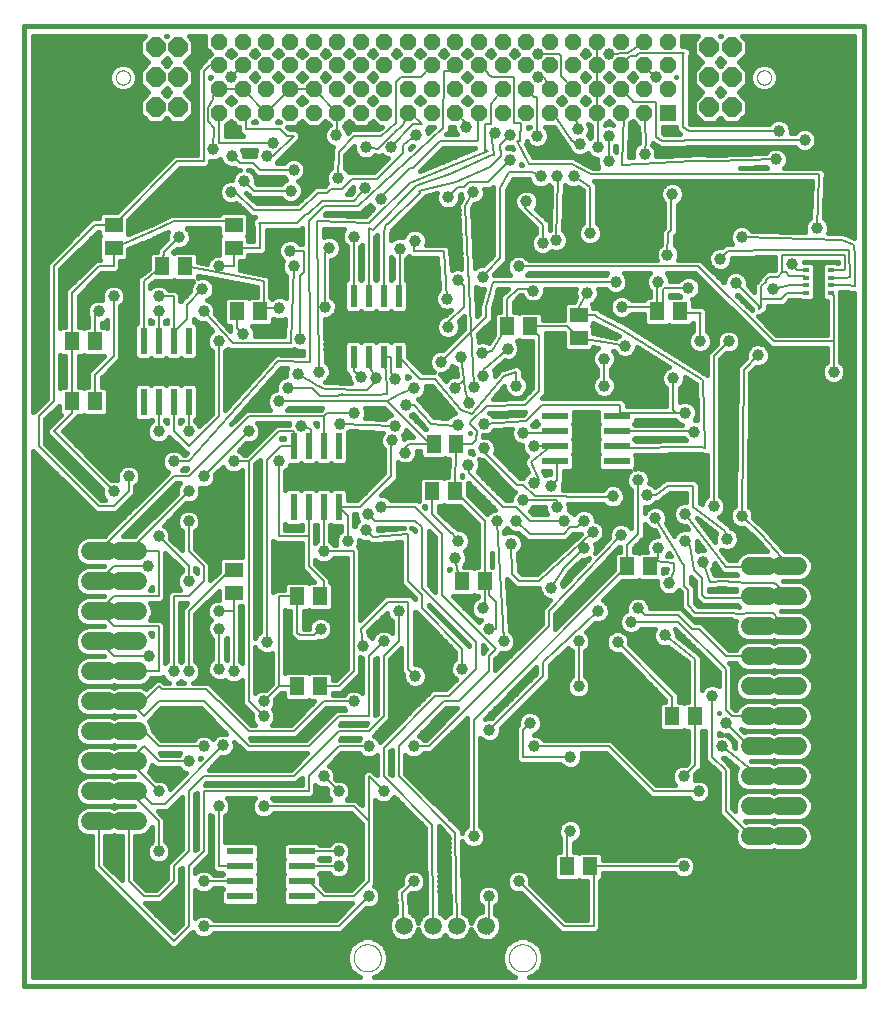
<source format=gtl>
G75*
%MOIN*%
%OFA0B0*%
%FSLAX25Y25*%
%IPPOS*%
%LPD*%
%AMOC8*
5,1,8,0,0,1.08239X$1,22.5*
%
%ADD10C,0.01600*%
%ADD11R,0.02400X0.07500*%
%ADD12C,0.06000*%
%ADD13C,0.00000*%
%ADD14OC8,0.06496*%
%ADD15R,0.05386X0.05386*%
%ADD16OC8,0.05386*%
%ADD17R,0.05118X0.05906*%
%ADD18R,0.05906X0.05118*%
%ADD19R,0.02362X0.08661*%
%ADD20R,0.08661X0.02362*%
%ADD21R,0.01969X0.01378*%
%ADD22C,0.05937*%
%ADD23C,0.00600*%
%ADD24C,0.03962*%
D10*
X0020000Y0035950D02*
X0300000Y0035950D01*
X0300000Y0355950D01*
X0020000Y0355950D01*
X0020000Y0035950D01*
X0023100Y0039050D02*
X0023100Y0214597D01*
X0042700Y0194997D01*
X0044047Y0193650D01*
X0050953Y0193650D01*
X0055953Y0198650D01*
X0057300Y0199997D01*
X0057300Y0202620D01*
X0058375Y0203695D01*
X0058981Y0205158D01*
X0058981Y0206742D01*
X0058375Y0208205D01*
X0057255Y0209325D01*
X0055792Y0209931D01*
X0054208Y0209931D01*
X0052745Y0209325D01*
X0051625Y0208205D01*
X0051019Y0206742D01*
X0051019Y0205158D01*
X0051179Y0204771D01*
X0050792Y0204931D01*
X0049272Y0204931D01*
X0033253Y0220950D01*
X0038300Y0225997D01*
X0039647Y0225997D01*
X0040000Y0226350D01*
X0040353Y0225997D01*
X0047128Y0225997D01*
X0048299Y0227169D01*
X0048299Y0234731D01*
X0047128Y0235903D01*
X0046040Y0235903D01*
X0046040Y0238737D01*
X0050953Y0243650D01*
X0052300Y0244997D01*
X0052300Y0262620D01*
X0053375Y0263695D01*
X0053981Y0265158D01*
X0053981Y0266742D01*
X0053375Y0268205D01*
X0052255Y0269325D01*
X0050792Y0269931D01*
X0049208Y0269931D01*
X0047745Y0269325D01*
X0046625Y0268205D01*
X0046019Y0266742D01*
X0046019Y0265158D01*
X0046179Y0264771D01*
X0045792Y0264931D01*
X0044208Y0264931D01*
X0042745Y0264325D01*
X0041625Y0263205D01*
X0041019Y0261742D01*
X0041019Y0260158D01*
X0041440Y0259141D01*
X0041440Y0255903D01*
X0040353Y0255903D01*
X0040000Y0255550D01*
X0039647Y0255903D01*
X0038560Y0255903D01*
X0038560Y0266257D01*
X0045953Y0273650D01*
X0050953Y0273650D01*
X0052300Y0274997D01*
X0052300Y0277651D01*
X0053781Y0277651D01*
X0054953Y0278822D01*
X0054953Y0281792D01*
X0064031Y0285596D01*
X0064093Y0285574D01*
X0064901Y0285961D01*
X0065727Y0286307D01*
X0065752Y0286368D01*
X0068203Y0287541D01*
X0067769Y0286492D01*
X0067769Y0284972D01*
X0065161Y0282364D01*
X0064511Y0281827D01*
X0064499Y0281702D01*
X0064410Y0281613D01*
X0064410Y0280903D01*
X0062872Y0280903D01*
X0061701Y0279731D01*
X0061701Y0275252D01*
X0059194Y0273250D01*
X0059047Y0273250D01*
X0058464Y0272667D01*
X0057820Y0272153D01*
X0057804Y0272007D01*
X0057700Y0271903D01*
X0057700Y0271078D01*
X0057608Y0270259D01*
X0057700Y0270144D01*
X0057700Y0257226D01*
X0056819Y0256345D01*
X0056819Y0246027D01*
X0057990Y0244856D01*
X0062010Y0244856D01*
X0062500Y0245346D01*
X0062990Y0244856D01*
X0067010Y0244856D01*
X0067500Y0245346D01*
X0067990Y0244856D01*
X0072010Y0244856D01*
X0072500Y0245346D01*
X0072990Y0244856D01*
X0077010Y0244856D01*
X0078181Y0246027D01*
X0078181Y0256345D01*
X0077010Y0257517D01*
X0076745Y0257517D01*
X0076750Y0257522D01*
X0076750Y0258570D01*
X0077745Y0257575D01*
X0079208Y0256969D01*
X0080527Y0256969D01*
X0082892Y0254386D01*
X0082745Y0254325D01*
X0081625Y0253205D01*
X0081019Y0251742D01*
X0081019Y0250158D01*
X0081625Y0248695D01*
X0082700Y0247620D01*
X0082700Y0226903D01*
X0078559Y0222761D01*
X0078375Y0223205D01*
X0077300Y0224280D01*
X0077300Y0224674D01*
X0078181Y0225555D01*
X0078181Y0235873D01*
X0077010Y0237044D01*
X0072990Y0237044D01*
X0072500Y0236554D01*
X0072010Y0237044D01*
X0067990Y0237044D01*
X0067500Y0236554D01*
X0067010Y0237044D01*
X0062990Y0237044D01*
X0062500Y0236554D01*
X0062010Y0237044D01*
X0057990Y0237044D01*
X0056819Y0235873D01*
X0056819Y0225555D01*
X0057990Y0224383D01*
X0062010Y0224383D01*
X0062500Y0224874D01*
X0062700Y0224674D01*
X0062700Y0224280D01*
X0061625Y0223205D01*
X0061019Y0221742D01*
X0061019Y0220158D01*
X0061625Y0218695D01*
X0062745Y0217575D01*
X0064208Y0216969D01*
X0065792Y0216969D01*
X0067255Y0217575D01*
X0068375Y0218695D01*
X0068559Y0219139D01*
X0072700Y0214997D01*
X0074047Y0213650D01*
X0074327Y0213650D01*
X0073970Y0213250D01*
X0073330Y0213250D01*
X0072255Y0214325D01*
X0070792Y0214931D01*
X0069208Y0214931D01*
X0067745Y0214325D01*
X0066625Y0213205D01*
X0066019Y0211742D01*
X0066019Y0210158D01*
X0066625Y0208695D01*
X0067745Y0207575D01*
X0068189Y0207391D01*
X0067700Y0206903D01*
X0046747Y0185950D01*
X0041005Y0185950D01*
X0039168Y0185189D01*
X0037761Y0183782D01*
X0037000Y0181945D01*
X0037000Y0179955D01*
X0037761Y0178118D01*
X0039168Y0176711D01*
X0041005Y0175950D01*
X0039168Y0175189D01*
X0037761Y0173782D01*
X0037000Y0171945D01*
X0037000Y0169955D01*
X0037761Y0168118D01*
X0039168Y0166711D01*
X0041005Y0165950D01*
X0039168Y0165189D01*
X0037761Y0163782D01*
X0037000Y0161945D01*
X0037000Y0159955D01*
X0037761Y0158118D01*
X0039168Y0156711D01*
X0041005Y0155950D01*
X0039168Y0155189D01*
X0037761Y0153782D01*
X0037000Y0151945D01*
X0037000Y0149955D01*
X0037761Y0148118D01*
X0039168Y0146711D01*
X0041005Y0145950D01*
X0039168Y0145189D01*
X0037761Y0143782D01*
X0037000Y0141945D01*
X0037000Y0139955D01*
X0037761Y0138118D01*
X0039168Y0136711D01*
X0041005Y0135950D01*
X0039168Y0135189D01*
X0037761Y0133782D01*
X0037000Y0131945D01*
X0037000Y0129955D01*
X0037761Y0128118D01*
X0039168Y0126711D01*
X0041005Y0125950D01*
X0039168Y0125189D01*
X0037761Y0123782D01*
X0037000Y0121945D01*
X0037000Y0119955D01*
X0037761Y0118118D01*
X0039168Y0116711D01*
X0041005Y0115950D01*
X0039168Y0115189D01*
X0037761Y0113782D01*
X0037000Y0111945D01*
X0037000Y0109955D01*
X0037761Y0108118D01*
X0039168Y0106711D01*
X0041005Y0105950D01*
X0039168Y0105189D01*
X0037761Y0103782D01*
X0037000Y0101945D01*
X0037000Y0099955D01*
X0037761Y0098118D01*
X0039168Y0096711D01*
X0041005Y0095950D01*
X0039168Y0095189D01*
X0037761Y0093782D01*
X0037000Y0091945D01*
X0037000Y0089955D01*
X0037761Y0088118D01*
X0039168Y0086711D01*
X0041005Y0085950D01*
X0042700Y0085950D01*
X0042700Y0074997D01*
X0067700Y0049997D01*
X0069047Y0048650D01*
X0070953Y0048650D01*
X0075953Y0053650D01*
X0076441Y0054139D01*
X0076625Y0053695D01*
X0077745Y0052575D01*
X0079208Y0051969D01*
X0080792Y0051969D01*
X0082255Y0052575D01*
X0083330Y0053650D01*
X0125953Y0053650D01*
X0134272Y0061969D01*
X0135792Y0061969D01*
X0137255Y0062575D01*
X0138375Y0063695D01*
X0138981Y0065158D01*
X0138981Y0066742D01*
X0138375Y0068205D01*
X0137255Y0069325D01*
X0136811Y0069509D01*
X0137300Y0069997D01*
X0137300Y0098020D01*
X0137745Y0097575D01*
X0139208Y0096969D01*
X0140792Y0096969D01*
X0142255Y0097575D01*
X0143375Y0098695D01*
X0143559Y0099139D01*
X0153776Y0088922D01*
X0154154Y0060543D01*
X0153699Y0060354D01*
X0152301Y0058957D01*
X0151592Y0057244D01*
X0150882Y0058957D01*
X0149484Y0060354D01*
X0148788Y0060643D01*
X0148559Y0066257D01*
X0149272Y0066969D01*
X0150792Y0066969D01*
X0152255Y0067575D01*
X0153375Y0068695D01*
X0153981Y0070158D01*
X0153981Y0071742D01*
X0153375Y0073205D01*
X0152255Y0074325D01*
X0150792Y0074931D01*
X0149208Y0074931D01*
X0147745Y0074325D01*
X0146625Y0073205D01*
X0146019Y0071742D01*
X0146019Y0070222D01*
X0145229Y0069432D01*
X0145174Y0069429D01*
X0144561Y0068763D01*
X0143920Y0068123D01*
X0143920Y0068068D01*
X0143883Y0068028D01*
X0143920Y0067123D01*
X0143920Y0066217D01*
X0143959Y0066179D01*
X0144191Y0060493D01*
X0143856Y0060354D01*
X0142458Y0058957D01*
X0141702Y0057130D01*
X0141702Y0055154D01*
X0142458Y0053328D01*
X0143856Y0051930D01*
X0145682Y0051174D01*
X0147658Y0051174D01*
X0149484Y0051930D01*
X0150882Y0053328D01*
X0151592Y0055040D01*
X0152301Y0053328D01*
X0153699Y0051930D01*
X0155525Y0051174D01*
X0157501Y0051174D01*
X0159327Y0051930D01*
X0160450Y0053053D01*
X0161573Y0051930D01*
X0163399Y0051174D01*
X0165375Y0051174D01*
X0167201Y0051930D01*
X0168599Y0053328D01*
X0169308Y0055040D01*
X0170018Y0053328D01*
X0171415Y0051930D01*
X0173242Y0051174D01*
X0173886Y0051174D01*
X0174047Y0051012D01*
X0174388Y0051012D01*
X0174685Y0050843D01*
X0175307Y0051012D01*
X0175953Y0051012D01*
X0176194Y0051253D01*
X0176523Y0051343D01*
X0176801Y0051829D01*
X0177044Y0051930D01*
X0178442Y0053328D01*
X0179198Y0055154D01*
X0179198Y0057130D01*
X0178442Y0058957D01*
X0177300Y0060099D01*
X0177300Y0062620D01*
X0178375Y0063695D01*
X0178981Y0065158D01*
X0178981Y0066742D01*
X0178375Y0068205D01*
X0177255Y0069325D01*
X0175792Y0069931D01*
X0174208Y0069931D01*
X0172745Y0069325D01*
X0171625Y0068205D01*
X0171019Y0066742D01*
X0171019Y0065158D01*
X0171625Y0063695D01*
X0172700Y0062620D01*
X0172700Y0060886D01*
X0171415Y0060354D01*
X0170018Y0058957D01*
X0169308Y0057244D01*
X0168599Y0058957D01*
X0167201Y0060354D01*
X0166622Y0060594D01*
X0166273Y0084544D01*
X0166625Y0083695D01*
X0167745Y0082575D01*
X0169208Y0081969D01*
X0170792Y0081969D01*
X0172255Y0082575D01*
X0173375Y0083695D01*
X0173981Y0085158D01*
X0173981Y0086742D01*
X0173375Y0088205D01*
X0172300Y0089280D01*
X0172300Y0118770D01*
X0172995Y0118075D01*
X0174458Y0117469D01*
X0176042Y0117469D01*
X0177505Y0118075D01*
X0178625Y0119195D01*
X0179231Y0120658D01*
X0179231Y0122178D01*
X0194203Y0137150D01*
X0195550Y0138497D01*
X0195550Y0142954D01*
X0201646Y0148674D01*
X0202700Y0147620D01*
X0202700Y0139280D01*
X0201625Y0138205D01*
X0201019Y0136742D01*
X0201019Y0135158D01*
X0201625Y0133695D01*
X0202745Y0132575D01*
X0204208Y0131969D01*
X0205792Y0131969D01*
X0207255Y0132575D01*
X0208375Y0133695D01*
X0208981Y0135158D01*
X0208981Y0136742D01*
X0208375Y0138205D01*
X0207300Y0139280D01*
X0207300Y0147620D01*
X0208375Y0148695D01*
X0208981Y0150158D01*
X0208981Y0151742D01*
X0208375Y0153205D01*
X0207455Y0154125D01*
X0210621Y0157095D01*
X0210683Y0157069D01*
X0212267Y0157069D01*
X0213730Y0157675D01*
X0214850Y0158795D01*
X0215456Y0160258D01*
X0215456Y0161842D01*
X0214850Y0163305D01*
X0213730Y0164425D01*
X0213205Y0164642D01*
X0219560Y0170997D01*
X0224647Y0170997D01*
X0225000Y0171350D01*
X0225353Y0170997D01*
X0231119Y0170997D01*
X0231119Y0169483D01*
X0231725Y0168020D01*
X0232845Y0166900D01*
X0234308Y0166294D01*
X0235892Y0166294D01*
X0237355Y0166900D01*
X0238426Y0167971D01*
X0239097Y0167300D01*
X0239100Y0167297D01*
X0239100Y0162122D01*
X0240447Y0160775D01*
X0242922Y0158300D01*
X0255972Y0158300D01*
X0256422Y0157850D01*
X0257375Y0157850D01*
X0257000Y0156945D01*
X0257000Y0154955D01*
X0257761Y0153118D01*
X0259168Y0151711D01*
X0261005Y0150950D01*
X0259168Y0150189D01*
X0257761Y0148782D01*
X0257541Y0148250D01*
X0255203Y0148250D01*
X0247300Y0156153D01*
X0245953Y0157500D01*
X0243703Y0157500D01*
X0240550Y0160653D01*
X0239203Y0162000D01*
X0228731Y0162000D01*
X0228731Y0162742D01*
X0228125Y0164205D01*
X0227005Y0165325D01*
X0225542Y0165931D01*
X0223958Y0165931D01*
X0222495Y0165325D01*
X0221375Y0164205D01*
X0220769Y0162742D01*
X0220769Y0161158D01*
X0220810Y0161059D01*
X0220245Y0160825D01*
X0219125Y0159705D01*
X0218519Y0158242D01*
X0218519Y0156658D01*
X0219125Y0155195D01*
X0220238Y0154082D01*
X0218792Y0154681D01*
X0217208Y0154681D01*
X0215745Y0154075D01*
X0214625Y0152955D01*
X0214019Y0151492D01*
X0214019Y0149908D01*
X0214625Y0148445D01*
X0215745Y0147325D01*
X0217208Y0146719D01*
X0218728Y0146719D01*
X0233960Y0131487D01*
X0233960Y0130903D01*
X0232872Y0130903D01*
X0231701Y0129731D01*
X0231701Y0122169D01*
X0232872Y0120997D01*
X0239647Y0120997D01*
X0240000Y0121350D01*
X0240353Y0120997D01*
X0241440Y0120997D01*
X0241440Y0110643D01*
X0240728Y0109931D01*
X0239208Y0109931D01*
X0237745Y0109325D01*
X0236625Y0108205D01*
X0236019Y0106742D01*
X0236019Y0105158D01*
X0236625Y0103695D01*
X0237070Y0103250D01*
X0230953Y0103250D01*
X0215953Y0118250D01*
X0193330Y0118250D01*
X0192255Y0119325D01*
X0190792Y0119931D01*
X0190054Y0119931D01*
X0191005Y0120325D01*
X0192125Y0121445D01*
X0192731Y0122908D01*
X0192731Y0124492D01*
X0192125Y0125955D01*
X0191005Y0127075D01*
X0189542Y0127681D01*
X0187958Y0127681D01*
X0186495Y0127075D01*
X0185375Y0125955D01*
X0184769Y0124492D01*
X0184769Y0122972D01*
X0184200Y0122403D01*
X0184200Y0111497D01*
X0185547Y0110150D01*
X0198920Y0110150D01*
X0199995Y0109075D01*
X0201458Y0108469D01*
X0203042Y0108469D01*
X0204505Y0109075D01*
X0205625Y0110195D01*
X0206231Y0111658D01*
X0206231Y0113242D01*
X0206062Y0113650D01*
X0214047Y0113650D01*
X0227700Y0099997D01*
X0229047Y0098650D01*
X0241670Y0098650D01*
X0242745Y0097575D01*
X0244208Y0096969D01*
X0245792Y0096969D01*
X0247255Y0097575D01*
X0248375Y0098695D01*
X0248981Y0100158D01*
X0248981Y0101742D01*
X0248375Y0103205D01*
X0247255Y0104325D01*
X0245792Y0104931D01*
X0244208Y0104931D01*
X0243821Y0104771D01*
X0243981Y0105158D01*
X0243981Y0106678D01*
X0246040Y0108737D01*
X0246040Y0120997D01*
X0247128Y0120997D01*
X0247200Y0121070D01*
X0247200Y0111497D01*
X0251700Y0106997D01*
X0251700Y0093497D01*
X0253047Y0092150D01*
X0257367Y0087830D01*
X0257000Y0086945D01*
X0257000Y0084955D01*
X0257761Y0083118D01*
X0259168Y0081711D01*
X0261005Y0080950D01*
X0268995Y0080950D01*
X0270000Y0081366D01*
X0271005Y0080950D01*
X0278995Y0080950D01*
X0280832Y0081711D01*
X0282239Y0083118D01*
X0283000Y0084955D01*
X0283000Y0086945D01*
X0282239Y0088782D01*
X0280832Y0090189D01*
X0278995Y0090950D01*
X0280832Y0091711D01*
X0282239Y0093118D01*
X0283000Y0094955D01*
X0283000Y0096945D01*
X0282239Y0098782D01*
X0280832Y0100189D01*
X0278995Y0100950D01*
X0280832Y0101711D01*
X0282239Y0103118D01*
X0283000Y0104955D01*
X0283000Y0106945D01*
X0282239Y0108782D01*
X0280832Y0110189D01*
X0278995Y0110950D01*
X0280832Y0111711D01*
X0282239Y0113118D01*
X0283000Y0114955D01*
X0283000Y0116945D01*
X0282239Y0118782D01*
X0280832Y0120189D01*
X0278995Y0120950D01*
X0280832Y0121711D01*
X0282239Y0123118D01*
X0283000Y0124955D01*
X0283000Y0126945D01*
X0282239Y0128782D01*
X0280832Y0130189D01*
X0278995Y0130950D01*
X0280832Y0131711D01*
X0282239Y0133118D01*
X0283000Y0134955D01*
X0283000Y0136945D01*
X0282239Y0138782D01*
X0280832Y0140189D01*
X0278995Y0140950D01*
X0271005Y0140950D01*
X0270000Y0140534D01*
X0268995Y0140950D01*
X0261005Y0140950D01*
X0259168Y0140189D01*
X0257761Y0138782D01*
X0257000Y0136945D01*
X0257000Y0134955D01*
X0257761Y0133118D01*
X0259168Y0131711D01*
X0261005Y0130950D01*
X0268995Y0130950D01*
X0270000Y0131366D01*
X0271005Y0130950D01*
X0278995Y0130950D01*
X0271005Y0130950D01*
X0270000Y0130534D01*
X0268995Y0130950D01*
X0261005Y0130950D01*
X0259168Y0130189D01*
X0257761Y0128782D01*
X0257541Y0128250D01*
X0257203Y0128250D01*
X0256300Y0129153D01*
X0256300Y0142653D01*
X0255303Y0143650D01*
X0257541Y0143650D01*
X0257761Y0143118D01*
X0259168Y0141711D01*
X0261005Y0140950D01*
X0268995Y0140950D01*
X0270000Y0141366D01*
X0271005Y0140950D01*
X0278995Y0140950D01*
X0280832Y0141711D01*
X0282239Y0143118D01*
X0283000Y0144955D01*
X0283000Y0146945D01*
X0282239Y0148782D01*
X0280832Y0150189D01*
X0278995Y0150950D01*
X0271005Y0150950D01*
X0270000Y0150534D01*
X0268995Y0150950D01*
X0261005Y0150950D01*
X0268995Y0150950D01*
X0270000Y0151366D01*
X0271005Y0150950D01*
X0278995Y0150950D01*
X0280832Y0151711D01*
X0282239Y0153118D01*
X0283000Y0154955D01*
X0283000Y0156945D01*
X0282239Y0158782D01*
X0280832Y0160189D01*
X0278995Y0160950D01*
X0280832Y0161711D01*
X0282239Y0163118D01*
X0283000Y0164955D01*
X0283000Y0166945D01*
X0282239Y0168782D01*
X0280832Y0170189D01*
X0278995Y0170950D01*
X0280832Y0171711D01*
X0282239Y0173118D01*
X0283000Y0174955D01*
X0283000Y0176945D01*
X0282239Y0178782D01*
X0280832Y0180189D01*
X0278995Y0180950D01*
X0273760Y0180950D01*
X0268167Y0187511D01*
X0268161Y0187668D01*
X0267561Y0188221D01*
X0267032Y0188842D01*
X0266876Y0188855D01*
X0263306Y0192153D01*
X0263306Y0193492D01*
X0262700Y0194955D01*
X0261671Y0195984D01*
X0262287Y0240559D01*
X0264072Y0242344D01*
X0265592Y0242344D01*
X0267055Y0242950D01*
X0268175Y0244070D01*
X0268781Y0245533D01*
X0268781Y0247117D01*
X0268175Y0248580D01*
X0267055Y0249700D01*
X0265592Y0250306D01*
X0264008Y0250306D01*
X0262545Y0249700D01*
X0261425Y0248580D01*
X0260819Y0247117D01*
X0260819Y0245597D01*
X0258385Y0243163D01*
X0257713Y0242509D01*
X0257713Y0242491D01*
X0257700Y0242478D01*
X0257700Y0241541D01*
X0257071Y0196076D01*
X0257070Y0196075D01*
X0255950Y0194955D01*
X0255344Y0193492D01*
X0255344Y0191908D01*
X0255950Y0190445D01*
X0257070Y0189325D01*
X0258533Y0188719D01*
X0260117Y0188719D01*
X0260205Y0188755D01*
X0264238Y0185029D01*
X0267715Y0180950D01*
X0261005Y0180950D01*
X0259168Y0180189D01*
X0257761Y0178782D01*
X0257476Y0178094D01*
X0255287Y0178049D01*
X0252543Y0181606D01*
X0253658Y0181144D01*
X0255242Y0181144D01*
X0256705Y0181750D01*
X0257825Y0182870D01*
X0258431Y0184333D01*
X0258431Y0185917D01*
X0257825Y0187380D01*
X0256705Y0188500D01*
X0255965Y0188807D01*
X0255930Y0189072D01*
X0255811Y0189162D01*
X0255775Y0189307D01*
X0255070Y0189730D01*
X0251672Y0192333D01*
X0252255Y0192575D01*
X0253375Y0193695D01*
X0253981Y0195158D01*
X0253981Y0196742D01*
X0253375Y0198205D01*
X0252300Y0199280D01*
X0252300Y0244997D01*
X0254272Y0246969D01*
X0255792Y0246969D01*
X0257255Y0247575D01*
X0258375Y0248695D01*
X0258981Y0250158D01*
X0258981Y0251742D01*
X0258375Y0253205D01*
X0257255Y0254325D01*
X0255792Y0254931D01*
X0254208Y0254931D01*
X0252745Y0254325D01*
X0251625Y0253205D01*
X0251019Y0251742D01*
X0251019Y0250222D01*
X0247700Y0246903D01*
X0247700Y0239884D01*
X0247210Y0240336D01*
X0246972Y0240327D01*
X0221497Y0256382D01*
X0221456Y0256506D01*
X0220705Y0256881D01*
X0219995Y0257329D01*
X0219868Y0257300D01*
X0212387Y0261040D01*
X0211438Y0261990D01*
X0209953Y0261990D01*
X0209953Y0263078D01*
X0209441Y0263589D01*
X0210130Y0263875D01*
X0211250Y0264995D01*
X0211856Y0266458D01*
X0211856Y0268042D01*
X0211646Y0268550D01*
X0213995Y0268550D01*
X0215070Y0267475D01*
X0216533Y0266869D01*
X0218117Y0266869D01*
X0219580Y0267475D01*
X0220700Y0268595D01*
X0221306Y0270058D01*
X0221306Y0271642D01*
X0220700Y0273105D01*
X0220155Y0273650D01*
X0228670Y0273650D01*
X0228125Y0273105D01*
X0227519Y0271642D01*
X0227519Y0270058D01*
X0228125Y0268595D01*
X0228960Y0267760D01*
X0228960Y0265903D01*
X0227872Y0265903D01*
X0226795Y0264825D01*
X0222680Y0264825D01*
X0221605Y0265900D01*
X0220142Y0266506D01*
X0218558Y0266506D01*
X0217095Y0265900D01*
X0215975Y0264780D01*
X0215369Y0263317D01*
X0215369Y0261733D01*
X0215975Y0260270D01*
X0217095Y0259150D01*
X0218558Y0258544D01*
X0220142Y0258544D01*
X0221605Y0259150D01*
X0222680Y0260225D01*
X0226701Y0260225D01*
X0226701Y0257169D01*
X0227872Y0255997D01*
X0234647Y0255997D01*
X0235000Y0256350D01*
X0235353Y0255997D01*
X0242128Y0255997D01*
X0243150Y0257020D01*
X0243150Y0254380D01*
X0242075Y0253305D01*
X0241469Y0251842D01*
X0241469Y0250258D01*
X0242075Y0248795D01*
X0243195Y0247675D01*
X0244658Y0247069D01*
X0246242Y0247069D01*
X0247705Y0247675D01*
X0248825Y0248795D01*
X0249431Y0250258D01*
X0249431Y0251842D01*
X0248825Y0253305D01*
X0247750Y0254380D01*
X0247750Y0259322D01*
X0247975Y0259547D01*
X0247975Y0261453D01*
X0246628Y0262800D01*
X0243299Y0262800D01*
X0243299Y0264731D01*
X0242961Y0265069D01*
X0243880Y0265450D01*
X0245000Y0266570D01*
X0245606Y0268033D01*
X0245606Y0269617D01*
X0245000Y0271080D01*
X0243880Y0272200D01*
X0242417Y0272806D01*
X0240833Y0272806D01*
X0239370Y0272200D01*
X0238295Y0271125D01*
X0235481Y0271125D01*
X0235481Y0271642D01*
X0234875Y0273105D01*
X0234330Y0273650D01*
X0243828Y0273650D01*
X0268378Y0249320D01*
X0269047Y0248650D01*
X0269053Y0248650D01*
X0269058Y0248646D01*
X0270005Y0248650D01*
X0287700Y0248650D01*
X0287700Y0244030D01*
X0286625Y0242955D01*
X0286019Y0241492D01*
X0286019Y0239908D01*
X0286625Y0238445D01*
X0287745Y0237325D01*
X0289208Y0236719D01*
X0290792Y0236719D01*
X0292255Y0237325D01*
X0293375Y0238445D01*
X0293981Y0239908D01*
X0293981Y0241492D01*
X0293375Y0242955D01*
X0292300Y0244030D01*
X0292300Y0267100D01*
X0292029Y0267370D01*
X0294374Y0267370D01*
X0296189Y0267258D01*
X0296247Y0267200D01*
X0296900Y0267200D01*
X0296900Y0039050D01*
X0188653Y0039050D01*
X0190184Y0039684D01*
X0192104Y0041605D01*
X0193144Y0044114D01*
X0193144Y0046830D01*
X0192104Y0049340D01*
X0190184Y0051260D01*
X0187674Y0052300D01*
X0184958Y0052300D01*
X0182449Y0051260D01*
X0180528Y0049340D01*
X0179489Y0046830D01*
X0179489Y0044114D01*
X0180528Y0041605D01*
X0182449Y0039684D01*
X0183979Y0039050D01*
X0136921Y0039050D01*
X0138451Y0039684D01*
X0140372Y0041605D01*
X0141411Y0044114D01*
X0141411Y0046830D01*
X0140372Y0049340D01*
X0138451Y0051260D01*
X0135942Y0052300D01*
X0133226Y0052300D01*
X0130716Y0051260D01*
X0128796Y0049340D01*
X0127756Y0046830D01*
X0127756Y0044114D01*
X0128796Y0041605D01*
X0130716Y0039684D01*
X0132247Y0039050D01*
X0023100Y0039050D01*
X0023100Y0039147D02*
X0132013Y0039147D01*
X0129655Y0040746D02*
X0023100Y0040746D01*
X0023100Y0042344D02*
X0128489Y0042344D01*
X0127827Y0043943D02*
X0023100Y0043943D01*
X0023100Y0045541D02*
X0127756Y0045541D01*
X0127884Y0047140D02*
X0023100Y0047140D01*
X0023100Y0048738D02*
X0068959Y0048738D01*
X0071041Y0048738D02*
X0128547Y0048738D01*
X0129793Y0050337D02*
X0072639Y0050337D01*
X0074238Y0051935D02*
X0132346Y0051935D01*
X0136822Y0051935D02*
X0143851Y0051935D01*
X0142373Y0053534D02*
X0083214Y0053534D01*
X0083330Y0058250D02*
X0082255Y0059325D01*
X0080792Y0059931D01*
X0079208Y0059931D01*
X0077745Y0059325D01*
X0077300Y0058880D01*
X0077300Y0068020D01*
X0077745Y0067575D01*
X0079208Y0066969D01*
X0080792Y0066969D01*
X0082255Y0067575D01*
X0083330Y0068650D01*
X0086224Y0068650D01*
X0086424Y0068450D01*
X0085933Y0067960D01*
X0085933Y0063940D01*
X0087105Y0062769D01*
X0097423Y0062769D01*
X0098594Y0063940D01*
X0098594Y0067960D01*
X0098104Y0068450D01*
X0098594Y0068940D01*
X0098594Y0072960D01*
X0098104Y0073450D01*
X0098594Y0073940D01*
X0098594Y0077960D01*
X0098104Y0078450D01*
X0098594Y0078940D01*
X0098594Y0082960D01*
X0097423Y0084131D01*
X0087300Y0084131D01*
X0087300Y0092620D01*
X0088375Y0093695D01*
X0088981Y0095158D01*
X0088981Y0096742D01*
X0088375Y0098205D01*
X0087930Y0098650D01*
X0097070Y0098650D01*
X0096625Y0098205D01*
X0096019Y0096742D01*
X0096019Y0095158D01*
X0096625Y0093695D01*
X0097745Y0092575D01*
X0099208Y0091969D01*
X0100792Y0091969D01*
X0102255Y0092575D01*
X0103330Y0093650D01*
X0129047Y0093650D01*
X0132700Y0089997D01*
X0132700Y0089997D01*
X0132700Y0071903D01*
X0129047Y0068250D01*
X0120953Y0068250D01*
X0119067Y0070136D01*
X0119067Y0072960D01*
X0118576Y0073450D01*
X0118776Y0073650D01*
X0121670Y0073650D01*
X0122745Y0072575D01*
X0124208Y0071969D01*
X0125792Y0071969D01*
X0127255Y0072575D01*
X0128375Y0073695D01*
X0128981Y0075158D01*
X0128981Y0076742D01*
X0128375Y0078205D01*
X0128130Y0078450D01*
X0128375Y0078695D01*
X0128981Y0080158D01*
X0128981Y0081742D01*
X0128375Y0083205D01*
X0127255Y0084325D01*
X0125792Y0084931D01*
X0124208Y0084931D01*
X0122745Y0084325D01*
X0121670Y0083250D01*
X0118776Y0083250D01*
X0117895Y0084131D01*
X0107577Y0084131D01*
X0106406Y0082960D01*
X0106406Y0078940D01*
X0106896Y0078450D01*
X0106406Y0077960D01*
X0106406Y0073940D01*
X0106896Y0073450D01*
X0106406Y0072960D01*
X0106406Y0068940D01*
X0106896Y0068450D01*
X0106406Y0067960D01*
X0106406Y0063940D01*
X0107577Y0062769D01*
X0117895Y0062769D01*
X0118912Y0063785D01*
X0119047Y0063650D01*
X0129447Y0063650D01*
X0124047Y0058250D01*
X0083330Y0058250D01*
X0083251Y0058329D02*
X0124126Y0058329D01*
X0125725Y0059928D02*
X0080800Y0059928D01*
X0079200Y0059928D02*
X0077300Y0059928D01*
X0077300Y0061526D02*
X0127324Y0061526D01*
X0128922Y0063125D02*
X0118251Y0063125D01*
X0119684Y0069519D02*
X0130316Y0069519D01*
X0131915Y0071117D02*
X0119067Y0071117D01*
X0119067Y0072716D02*
X0122604Y0072716D01*
X0127396Y0072716D02*
X0132700Y0072716D01*
X0132700Y0074314D02*
X0128632Y0074314D01*
X0128981Y0075913D02*
X0132700Y0075913D01*
X0132700Y0077511D02*
X0128662Y0077511D01*
X0128547Y0079110D02*
X0132700Y0079110D01*
X0132700Y0080708D02*
X0128981Y0080708D01*
X0128747Y0082307D02*
X0132700Y0082307D01*
X0132700Y0083905D02*
X0127675Y0083905D01*
X0122325Y0083905D02*
X0118121Y0083905D01*
X0118776Y0078650D02*
X0121670Y0078650D01*
X0121870Y0078450D01*
X0121670Y0078250D01*
X0118776Y0078250D01*
X0118576Y0078450D01*
X0118776Y0078650D01*
X0130799Y0091898D02*
X0087300Y0091898D01*
X0087300Y0090299D02*
X0132398Y0090299D01*
X0132700Y0088701D02*
X0087300Y0088701D01*
X0087300Y0087102D02*
X0132700Y0087102D01*
X0132700Y0085504D02*
X0087300Y0085504D01*
X0082700Y0085504D02*
X0082300Y0085504D01*
X0082300Y0087102D02*
X0082700Y0087102D01*
X0082700Y0088701D02*
X0082300Y0088701D01*
X0082300Y0090299D02*
X0082700Y0090299D01*
X0082700Y0091898D02*
X0082300Y0091898D01*
X0082700Y0092620D02*
X0082700Y0074997D01*
X0084047Y0073650D01*
X0086224Y0073650D01*
X0086424Y0073450D01*
X0086224Y0073250D01*
X0083330Y0073250D01*
X0082255Y0074325D01*
X0080792Y0074931D01*
X0079208Y0074931D01*
X0077745Y0074325D01*
X0077300Y0073880D01*
X0077300Y0074997D01*
X0080953Y0078650D01*
X0082300Y0079997D01*
X0082300Y0093020D01*
X0082700Y0092620D01*
X0077700Y0091898D02*
X0077300Y0091898D01*
X0077300Y0093496D02*
X0077700Y0093496D01*
X0077700Y0095095D02*
X0077300Y0095095D01*
X0077300Y0096693D02*
X0077700Y0096693D01*
X0077700Y0098292D02*
X0077300Y0098292D01*
X0077300Y0099890D02*
X0077700Y0099890D01*
X0077700Y0099997D02*
X0077700Y0100397D01*
X0077300Y0099997D01*
X0077300Y0081503D01*
X0077700Y0081903D01*
X0077700Y0099997D01*
X0080553Y0103250D02*
X0080953Y0103650D01*
X0110953Y0103650D01*
X0112300Y0104997D01*
X0112300Y0104997D01*
X0112700Y0105397D01*
X0112700Y0104997D01*
X0112700Y0103250D01*
X0080553Y0103250D01*
X0081750Y0108250D02*
X0085701Y0112294D01*
X0087167Y0112294D01*
X0088630Y0112900D01*
X0089750Y0114020D01*
X0090356Y0115483D01*
X0090356Y0117067D01*
X0090162Y0117535D01*
X0092700Y0114997D01*
X0094047Y0113650D01*
X0114447Y0113650D01*
X0109047Y0108250D01*
X0081750Y0108250D01*
X0082953Y0109482D02*
X0110279Y0109482D01*
X0111877Y0111080D02*
X0084515Y0111080D01*
X0088095Y0112679D02*
X0113476Y0112679D01*
X0114047Y0118250D02*
X0095953Y0118250D01*
X0095553Y0118650D01*
X0109047Y0118650D01*
X0110953Y0118650D01*
X0120953Y0128650D01*
X0126670Y0128650D01*
X0127070Y0128250D01*
X0124047Y0128250D01*
X0122700Y0126903D01*
X0114047Y0118250D01*
X0114870Y0119073D02*
X0111375Y0119073D01*
X0112974Y0120671D02*
X0116468Y0120671D01*
X0118067Y0122270D02*
X0114572Y0122270D01*
X0116171Y0123868D02*
X0119665Y0123868D01*
X0121264Y0125467D02*
X0117769Y0125467D01*
X0119368Y0127065D02*
X0122862Y0127065D01*
X0125953Y0123650D02*
X0134447Y0123650D01*
X0134047Y0123250D01*
X0125553Y0123250D01*
X0125953Y0123650D01*
X0125953Y0118650D02*
X0132070Y0118650D01*
X0131670Y0118250D01*
X0125553Y0118250D01*
X0125953Y0118650D01*
X0125953Y0113650D02*
X0131670Y0113650D01*
X0132745Y0112575D01*
X0134208Y0111969D01*
X0135792Y0111969D01*
X0137255Y0112575D01*
X0137700Y0113020D01*
X0137700Y0106503D01*
X0137300Y0106903D01*
X0137300Y0106903D01*
X0135953Y0108250D01*
X0134047Y0108250D01*
X0132700Y0106903D01*
X0132700Y0096503D01*
X0132300Y0096903D01*
X0130953Y0098250D01*
X0127930Y0098250D01*
X0128375Y0098695D01*
X0128981Y0100158D01*
X0128981Y0101742D01*
X0128375Y0103205D01*
X0127255Y0104325D01*
X0125792Y0104931D01*
X0124272Y0104931D01*
X0123981Y0105222D01*
X0123981Y0106742D01*
X0123375Y0108205D01*
X0122255Y0109325D01*
X0121811Y0109509D01*
X0125953Y0113650D01*
X0124981Y0112679D02*
X0132641Y0112679D01*
X0137359Y0112679D02*
X0137700Y0112679D01*
X0137700Y0111080D02*
X0123383Y0111080D01*
X0121877Y0109482D02*
X0137700Y0109482D01*
X0137700Y0107883D02*
X0136320Y0107883D01*
X0133680Y0107883D02*
X0123508Y0107883D01*
X0123981Y0106284D02*
X0132700Y0106284D01*
X0132700Y0104686D02*
X0126384Y0104686D01*
X0128424Y0103087D02*
X0132700Y0103087D01*
X0132700Y0101489D02*
X0128981Y0101489D01*
X0128870Y0099890D02*
X0132700Y0099890D01*
X0132700Y0098292D02*
X0127972Y0098292D01*
X0129201Y0093496D02*
X0103177Y0093496D01*
X0103330Y0098250D02*
X0102930Y0098650D01*
X0115953Y0098650D01*
X0117300Y0099997D01*
X0117300Y0103020D01*
X0117745Y0102575D01*
X0119208Y0101969D01*
X0120728Y0101969D01*
X0121019Y0101678D01*
X0121019Y0100158D01*
X0121625Y0098695D01*
X0122070Y0098250D01*
X0103330Y0098250D01*
X0103288Y0098292D02*
X0122028Y0098292D01*
X0121130Y0099890D02*
X0117193Y0099890D01*
X0117300Y0101489D02*
X0121019Y0101489D01*
X0112700Y0104686D02*
X0111989Y0104686D01*
X0096712Y0098292D02*
X0088288Y0098292D01*
X0088981Y0096693D02*
X0096019Y0096693D01*
X0096045Y0095095D02*
X0088955Y0095095D01*
X0088177Y0093496D02*
X0096823Y0093496D01*
X0097649Y0083905D02*
X0107351Y0083905D01*
X0106406Y0082307D02*
X0098594Y0082307D01*
X0098594Y0080708D02*
X0106406Y0080708D01*
X0106406Y0079110D02*
X0098594Y0079110D01*
X0098594Y0077511D02*
X0106406Y0077511D01*
X0106406Y0075913D02*
X0098594Y0075913D01*
X0098594Y0074314D02*
X0106406Y0074314D01*
X0106406Y0072716D02*
X0098594Y0072716D01*
X0098594Y0071117D02*
X0106406Y0071117D01*
X0106406Y0069519D02*
X0098594Y0069519D01*
X0098594Y0067920D02*
X0106406Y0067920D01*
X0106406Y0066322D02*
X0098594Y0066322D01*
X0098594Y0064723D02*
X0106406Y0064723D01*
X0107221Y0063125D02*
X0097779Y0063125D01*
X0086749Y0063125D02*
X0077300Y0063125D01*
X0077300Y0064723D02*
X0085933Y0064723D01*
X0085933Y0066322D02*
X0077300Y0066322D01*
X0077300Y0067920D02*
X0077400Y0067920D01*
X0082600Y0067920D02*
X0085933Y0067920D01*
X0083383Y0074314D02*
X0082266Y0074314D01*
X0082700Y0075913D02*
X0078215Y0075913D01*
X0077734Y0074314D02*
X0077300Y0074314D01*
X0079814Y0077511D02*
X0082700Y0077511D01*
X0082700Y0079110D02*
X0081412Y0079110D01*
X0082300Y0080708D02*
X0082700Y0080708D01*
X0082700Y0082307D02*
X0082300Y0082307D01*
X0082300Y0083905D02*
X0082700Y0083905D01*
X0077700Y0083905D02*
X0077300Y0083905D01*
X0077300Y0082307D02*
X0077700Y0082307D01*
X0077700Y0085504D02*
X0077300Y0085504D01*
X0077300Y0087102D02*
X0077700Y0087102D01*
X0077700Y0088701D02*
X0077300Y0088701D01*
X0077300Y0090299D02*
X0077700Y0090299D01*
X0072700Y0090299D02*
X0067300Y0090299D01*
X0067300Y0088701D02*
X0072700Y0088701D01*
X0072700Y0087102D02*
X0067300Y0087102D01*
X0067300Y0085504D02*
X0072700Y0085504D01*
X0072700Y0083905D02*
X0067675Y0083905D01*
X0067300Y0084280D02*
X0067300Y0091903D01*
X0065953Y0093250D01*
X0064803Y0094400D01*
X0066313Y0094400D01*
X0066324Y0094389D01*
X0067264Y0094400D01*
X0068203Y0094400D01*
X0068214Y0094411D01*
X0068229Y0094411D01*
X0068886Y0095083D01*
X0069550Y0095747D01*
X0069550Y0095763D01*
X0072700Y0098987D01*
X0072700Y0081903D01*
X0067700Y0076903D01*
X0067700Y0071903D01*
X0064047Y0068250D01*
X0060953Y0068250D01*
X0057300Y0071903D01*
X0057300Y0085950D01*
X0058995Y0085950D01*
X0060832Y0086711D01*
X0062239Y0088118D01*
X0062700Y0089231D01*
X0062700Y0084280D01*
X0061625Y0083205D01*
X0061019Y0081742D01*
X0061019Y0080158D01*
X0061625Y0078695D01*
X0062745Y0077575D01*
X0064208Y0076969D01*
X0065792Y0076969D01*
X0067255Y0077575D01*
X0068375Y0078695D01*
X0068981Y0080158D01*
X0068981Y0081742D01*
X0068375Y0083205D01*
X0067300Y0084280D01*
X0068747Y0082307D02*
X0072700Y0082307D01*
X0071506Y0080708D02*
X0068981Y0080708D01*
X0068547Y0079110D02*
X0069907Y0079110D01*
X0068309Y0077511D02*
X0067101Y0077511D01*
X0067700Y0075913D02*
X0057300Y0075913D01*
X0057300Y0077511D02*
X0062899Y0077511D01*
X0061453Y0079110D02*
X0057300Y0079110D01*
X0057300Y0080708D02*
X0061019Y0080708D01*
X0061253Y0082307D02*
X0057300Y0082307D01*
X0057300Y0083905D02*
X0062325Y0083905D01*
X0062700Y0085504D02*
X0057300Y0085504D01*
X0052700Y0085504D02*
X0047300Y0085504D01*
X0047300Y0085950D02*
X0048995Y0085950D01*
X0050000Y0086366D01*
X0051005Y0085950D01*
X0052700Y0085950D01*
X0052700Y0071503D01*
X0047300Y0076903D01*
X0047300Y0085950D01*
X0047300Y0083905D02*
X0052700Y0083905D01*
X0052700Y0082307D02*
X0047300Y0082307D01*
X0047300Y0080708D02*
X0052700Y0080708D01*
X0052700Y0079110D02*
X0047300Y0079110D01*
X0047300Y0077511D02*
X0052700Y0077511D01*
X0052700Y0075913D02*
X0048290Y0075913D01*
X0049888Y0074314D02*
X0052700Y0074314D01*
X0052700Y0072716D02*
X0051487Y0072716D01*
X0048179Y0069519D02*
X0023100Y0069519D01*
X0023100Y0071117D02*
X0046580Y0071117D01*
X0044982Y0072716D02*
X0023100Y0072716D01*
X0023100Y0074314D02*
X0043383Y0074314D01*
X0042700Y0075913D02*
X0023100Y0075913D01*
X0023100Y0077511D02*
X0042700Y0077511D01*
X0042700Y0079110D02*
X0023100Y0079110D01*
X0023100Y0080708D02*
X0042700Y0080708D01*
X0042700Y0082307D02*
X0023100Y0082307D01*
X0023100Y0083905D02*
X0042700Y0083905D01*
X0042700Y0085504D02*
X0023100Y0085504D01*
X0023100Y0087102D02*
X0038777Y0087102D01*
X0037520Y0088701D02*
X0023100Y0088701D01*
X0023100Y0090299D02*
X0037000Y0090299D01*
X0037000Y0091898D02*
X0023100Y0091898D01*
X0023100Y0093496D02*
X0037643Y0093496D01*
X0039074Y0095095D02*
X0023100Y0095095D01*
X0023100Y0096693D02*
X0039211Y0096693D01*
X0041005Y0095950D02*
X0048995Y0095950D01*
X0050000Y0095534D01*
X0051005Y0095950D01*
X0056747Y0095950D01*
X0056747Y0095950D01*
X0051005Y0095950D01*
X0050000Y0096366D01*
X0048995Y0095950D01*
X0041005Y0095950D01*
X0037689Y0098292D02*
X0023100Y0098292D01*
X0023100Y0099890D02*
X0037027Y0099890D01*
X0037000Y0101489D02*
X0023100Y0101489D01*
X0023100Y0103087D02*
X0037473Y0103087D01*
X0038665Y0104686D02*
X0023100Y0104686D01*
X0023100Y0106284D02*
X0040198Y0106284D01*
X0041005Y0105950D02*
X0048995Y0105950D01*
X0050000Y0105534D01*
X0051005Y0105950D01*
X0056747Y0105950D01*
X0056747Y0105950D01*
X0051005Y0105950D01*
X0050000Y0106366D01*
X0048995Y0105950D01*
X0041005Y0105950D01*
X0037996Y0107883D02*
X0023100Y0107883D01*
X0023100Y0109482D02*
X0037196Y0109482D01*
X0037000Y0111080D02*
X0023100Y0111080D01*
X0023100Y0112679D02*
X0037304Y0112679D01*
X0038256Y0114277D02*
X0023100Y0114277D01*
X0023100Y0115876D02*
X0040826Y0115876D01*
X0041005Y0115950D02*
X0048995Y0115950D01*
X0050000Y0115534D01*
X0051005Y0115950D01*
X0056747Y0115950D01*
X0056747Y0115950D01*
X0051005Y0115950D01*
X0050000Y0116366D01*
X0048995Y0115950D01*
X0041005Y0115950D01*
X0038405Y0117474D02*
X0023100Y0117474D01*
X0023100Y0119073D02*
X0037366Y0119073D01*
X0037000Y0120671D02*
X0023100Y0120671D01*
X0023100Y0122270D02*
X0037135Y0122270D01*
X0037847Y0123868D02*
X0023100Y0123868D01*
X0023100Y0125467D02*
X0039839Y0125467D01*
X0041005Y0125950D02*
X0048995Y0125950D01*
X0050000Y0125534D01*
X0051005Y0125950D01*
X0056747Y0125950D01*
X0056747Y0125950D01*
X0051005Y0125950D01*
X0050000Y0126366D01*
X0048995Y0125950D01*
X0041005Y0125950D01*
X0038814Y0127065D02*
X0023100Y0127065D01*
X0023100Y0128664D02*
X0037535Y0128664D01*
X0037000Y0130262D02*
X0023100Y0130262D01*
X0023100Y0131861D02*
X0037000Y0131861D01*
X0037627Y0133459D02*
X0023100Y0133459D01*
X0023100Y0135058D02*
X0039037Y0135058D01*
X0039300Y0136656D02*
X0023100Y0136656D01*
X0023100Y0138255D02*
X0037704Y0138255D01*
X0037042Y0139853D02*
X0023100Y0139853D01*
X0023100Y0141452D02*
X0037000Y0141452D01*
X0037458Y0143050D02*
X0023100Y0143050D01*
X0023100Y0144649D02*
X0038628Y0144649D01*
X0040288Y0146247D02*
X0023100Y0146247D01*
X0023100Y0147846D02*
X0038033Y0147846D01*
X0037212Y0149444D02*
X0023100Y0149444D01*
X0023100Y0151043D02*
X0037000Y0151043D01*
X0037289Y0152641D02*
X0023100Y0152641D01*
X0023100Y0154240D02*
X0038219Y0154240D01*
X0040736Y0155838D02*
X0023100Y0155838D01*
X0023100Y0157437D02*
X0038442Y0157437D01*
X0037381Y0159035D02*
X0023100Y0159035D01*
X0023100Y0160634D02*
X0037000Y0160634D01*
X0037119Y0162232D02*
X0023100Y0162232D01*
X0023100Y0163831D02*
X0037810Y0163831D01*
X0039749Y0165429D02*
X0023100Y0165429D01*
X0023100Y0167028D02*
X0038851Y0167028D01*
X0037550Y0168626D02*
X0023100Y0168626D01*
X0023100Y0170225D02*
X0037000Y0170225D01*
X0037000Y0171823D02*
X0023100Y0171823D01*
X0023100Y0173422D02*
X0037612Y0173422D01*
X0038999Y0175020D02*
X0023100Y0175020D01*
X0023100Y0176619D02*
X0039390Y0176619D01*
X0041005Y0175950D02*
X0046747Y0175950D01*
X0046747Y0175950D01*
X0041005Y0175950D01*
X0037720Y0178218D02*
X0023100Y0178218D01*
X0023100Y0179816D02*
X0037058Y0179816D01*
X0037000Y0181415D02*
X0023100Y0181415D01*
X0023100Y0183013D02*
X0037443Y0183013D01*
X0038590Y0184612D02*
X0023100Y0184612D01*
X0023100Y0186210D02*
X0047007Y0186210D01*
X0048606Y0187809D02*
X0023100Y0187809D01*
X0023100Y0189407D02*
X0050204Y0189407D01*
X0051803Y0191006D02*
X0023100Y0191006D01*
X0023100Y0192604D02*
X0053401Y0192604D01*
X0055000Y0194203D02*
X0051505Y0194203D01*
X0053104Y0195801D02*
X0056598Y0195801D01*
X0058197Y0197400D02*
X0054702Y0197400D01*
X0056301Y0198998D02*
X0059795Y0198998D01*
X0061394Y0200597D02*
X0057300Y0200597D01*
X0057300Y0202195D02*
X0062992Y0202195D01*
X0064591Y0203794D02*
X0058416Y0203794D01*
X0058981Y0205392D02*
X0066190Y0205392D01*
X0067788Y0206991D02*
X0058878Y0206991D01*
X0057991Y0208589D02*
X0066731Y0208589D01*
X0066019Y0210188D02*
X0044015Y0210188D01*
X0042416Y0211786D02*
X0066037Y0211786D01*
X0066805Y0213385D02*
X0040818Y0213385D01*
X0039219Y0214983D02*
X0072714Y0214983D01*
X0073195Y0213385D02*
X0074090Y0213385D01*
X0071116Y0216582D02*
X0037621Y0216582D01*
X0036022Y0218180D02*
X0062140Y0218180D01*
X0061176Y0219779D02*
X0034424Y0219779D01*
X0033680Y0221377D02*
X0061019Y0221377D01*
X0061530Y0222976D02*
X0035278Y0222976D01*
X0036877Y0224574D02*
X0057799Y0224574D01*
X0056819Y0226173D02*
X0047303Y0226173D01*
X0048299Y0227771D02*
X0056819Y0227771D01*
X0056819Y0229370D02*
X0048299Y0229370D01*
X0048299Y0230968D02*
X0056819Y0230968D01*
X0056819Y0232567D02*
X0048299Y0232567D01*
X0048299Y0234165D02*
X0056819Y0234165D01*
X0056819Y0235764D02*
X0047266Y0235764D01*
X0046040Y0237362D02*
X0082700Y0237362D01*
X0082700Y0235764D02*
X0078181Y0235764D01*
X0078181Y0234165D02*
X0082700Y0234165D01*
X0082700Y0232567D02*
X0078181Y0232567D01*
X0078181Y0230968D02*
X0082700Y0230968D01*
X0082700Y0229370D02*
X0078181Y0229370D01*
X0078181Y0227771D02*
X0082700Y0227771D01*
X0081970Y0226173D02*
X0078181Y0226173D01*
X0077300Y0224574D02*
X0080372Y0224574D01*
X0078773Y0222976D02*
X0078470Y0222976D01*
X0072700Y0224280D02*
X0072300Y0223880D01*
X0072300Y0224674D01*
X0072500Y0224874D01*
X0072700Y0224674D01*
X0072700Y0224280D01*
X0072700Y0224574D02*
X0072300Y0224574D01*
X0067700Y0224574D02*
X0067300Y0224574D01*
X0067300Y0224674D02*
X0067300Y0224280D01*
X0067700Y0223880D01*
X0067700Y0224674D01*
X0067500Y0224874D01*
X0067300Y0224674D01*
X0067860Y0218180D02*
X0069517Y0218180D01*
X0062700Y0224574D02*
X0062201Y0224574D01*
X0052009Y0208589D02*
X0045613Y0208589D01*
X0047212Y0206991D02*
X0051122Y0206991D01*
X0051019Y0205392D02*
X0048810Y0205392D01*
X0045502Y0202195D02*
X0042007Y0202195D01*
X0040409Y0203794D02*
X0043904Y0203794D01*
X0042305Y0205392D02*
X0038810Y0205392D01*
X0037212Y0206991D02*
X0040707Y0206991D01*
X0039108Y0208589D02*
X0035613Y0208589D01*
X0034015Y0210188D02*
X0037510Y0210188D01*
X0035911Y0211786D02*
X0032416Y0211786D01*
X0030818Y0213385D02*
X0034313Y0213385D01*
X0032714Y0214983D02*
X0029219Y0214983D01*
X0027621Y0216582D02*
X0031116Y0216582D01*
X0029517Y0218180D02*
X0027300Y0218180D01*
X0027300Y0216903D02*
X0045953Y0198250D01*
X0047070Y0198250D01*
X0046625Y0198695D01*
X0046019Y0200158D01*
X0046019Y0201678D01*
X0027700Y0219997D01*
X0027700Y0221903D01*
X0029047Y0223250D01*
X0032333Y0226536D01*
X0031701Y0227169D01*
X0031701Y0229398D01*
X0027300Y0224997D01*
X0027300Y0216903D01*
X0027300Y0219779D02*
X0027919Y0219779D01*
X0027700Y0221377D02*
X0027300Y0221377D01*
X0027300Y0222976D02*
X0028773Y0222976D01*
X0027300Y0224574D02*
X0030372Y0224574D01*
X0031970Y0226173D02*
X0028476Y0226173D01*
X0030074Y0227771D02*
X0031701Y0227771D01*
X0031673Y0229370D02*
X0031701Y0229370D01*
X0027700Y0231903D02*
X0024047Y0228250D01*
X0023100Y0227303D01*
X0023100Y0352850D01*
X0060364Y0352850D01*
X0058748Y0351234D01*
X0058748Y0346886D01*
X0061574Y0344060D01*
X0058748Y0341234D01*
X0058748Y0336886D01*
X0061574Y0334060D01*
X0058748Y0331234D01*
X0058748Y0326886D01*
X0061822Y0323812D01*
X0066170Y0323812D01*
X0067697Y0325339D01*
X0069224Y0323812D01*
X0073571Y0323812D01*
X0076646Y0326886D01*
X0076646Y0331234D01*
X0073819Y0334060D01*
X0076646Y0336886D01*
X0076646Y0341234D01*
X0073819Y0344060D01*
X0076646Y0346886D01*
X0076646Y0351234D01*
X0075030Y0352850D01*
X0080539Y0352850D01*
X0080504Y0352815D01*
X0080504Y0348927D01*
X0082497Y0346934D01*
X0080504Y0344941D01*
X0080504Y0344707D01*
X0079747Y0343950D01*
X0077700Y0341903D01*
X0077700Y0313250D01*
X0070307Y0313250D01*
X0068960Y0311903D01*
X0051306Y0294249D01*
X0046219Y0294249D01*
X0045047Y0293078D01*
X0045047Y0291990D01*
X0042787Y0291990D01*
X0027700Y0276903D01*
X0027700Y0231903D01*
X0027700Y0232567D02*
X0023100Y0232567D01*
X0023100Y0234165D02*
X0027700Y0234165D01*
X0027700Y0235764D02*
X0023100Y0235764D01*
X0023100Y0237362D02*
X0027700Y0237362D01*
X0027700Y0238961D02*
X0023100Y0238961D01*
X0023100Y0240559D02*
X0027700Y0240559D01*
X0027700Y0242158D02*
X0023100Y0242158D01*
X0023100Y0243756D02*
X0027700Y0243756D01*
X0027700Y0245355D02*
X0023100Y0245355D01*
X0023100Y0246953D02*
X0027700Y0246953D01*
X0027700Y0248552D02*
X0023100Y0248552D01*
X0023100Y0250151D02*
X0027700Y0250151D01*
X0027700Y0251749D02*
X0023100Y0251749D01*
X0023100Y0253348D02*
X0027700Y0253348D01*
X0027700Y0254946D02*
X0023100Y0254946D01*
X0023100Y0256545D02*
X0027700Y0256545D01*
X0027700Y0258143D02*
X0023100Y0258143D01*
X0023100Y0259742D02*
X0027700Y0259742D01*
X0027700Y0261340D02*
X0023100Y0261340D01*
X0023100Y0262939D02*
X0027700Y0262939D01*
X0027700Y0264537D02*
X0023100Y0264537D01*
X0023100Y0266136D02*
X0027700Y0266136D01*
X0027700Y0267734D02*
X0023100Y0267734D01*
X0023100Y0269333D02*
X0027700Y0269333D01*
X0027700Y0270931D02*
X0023100Y0270931D01*
X0023100Y0272530D02*
X0027700Y0272530D01*
X0027700Y0274128D02*
X0023100Y0274128D01*
X0023100Y0275727D02*
X0027700Y0275727D01*
X0028123Y0277325D02*
X0023100Y0277325D01*
X0023100Y0278924D02*
X0029721Y0278924D01*
X0031320Y0280522D02*
X0023100Y0280522D01*
X0023100Y0282121D02*
X0032918Y0282121D01*
X0034517Y0283719D02*
X0023100Y0283719D01*
X0023100Y0285318D02*
X0036115Y0285318D01*
X0037714Y0286916D02*
X0023100Y0286916D01*
X0023100Y0288515D02*
X0039312Y0288515D01*
X0040911Y0290113D02*
X0023100Y0290113D01*
X0023100Y0291712D02*
X0042509Y0291712D01*
X0045280Y0293310D02*
X0023100Y0293310D01*
X0023100Y0294909D02*
X0051966Y0294909D01*
X0053565Y0296507D02*
X0023100Y0296507D01*
X0023100Y0298106D02*
X0055163Y0298106D01*
X0056762Y0299704D02*
X0023100Y0299704D01*
X0023100Y0301303D02*
X0058360Y0301303D01*
X0059959Y0302901D02*
X0023100Y0302901D01*
X0023100Y0304500D02*
X0061557Y0304500D01*
X0063156Y0306098D02*
X0023100Y0306098D01*
X0023100Y0307697D02*
X0064754Y0307697D01*
X0066353Y0309295D02*
X0023100Y0309295D01*
X0023100Y0310894D02*
X0067951Y0310894D01*
X0069550Y0312492D02*
X0023100Y0312492D01*
X0023100Y0314091D02*
X0077700Y0314091D01*
X0077700Y0315689D02*
X0023100Y0315689D01*
X0023100Y0317288D02*
X0077700Y0317288D01*
X0077700Y0318887D02*
X0023100Y0318887D01*
X0023100Y0320485D02*
X0077700Y0320485D01*
X0077700Y0322084D02*
X0023100Y0322084D01*
X0023100Y0323682D02*
X0077700Y0323682D01*
X0077700Y0325281D02*
X0075040Y0325281D01*
X0076638Y0326879D02*
X0077700Y0326879D01*
X0077700Y0328478D02*
X0076646Y0328478D01*
X0076646Y0330076D02*
X0077700Y0330076D01*
X0077700Y0331675D02*
X0076205Y0331675D01*
X0077700Y0333273D02*
X0074607Y0333273D01*
X0074631Y0334872D02*
X0077700Y0334872D01*
X0077700Y0336470D02*
X0076229Y0336470D01*
X0076646Y0338069D02*
X0077700Y0338069D01*
X0077700Y0339667D02*
X0076646Y0339667D01*
X0076614Y0341266D02*
X0077700Y0341266D01*
X0078661Y0342864D02*
X0075016Y0342864D01*
X0074222Y0344463D02*
X0080260Y0344463D01*
X0081624Y0346061D02*
X0075820Y0346061D01*
X0076646Y0347660D02*
X0081772Y0347660D01*
X0080504Y0349258D02*
X0076646Y0349258D01*
X0076646Y0350857D02*
X0080504Y0350857D01*
X0080504Y0352455D02*
X0075424Y0352455D01*
X0067766Y0352850D02*
X0067697Y0352781D01*
X0067628Y0352850D01*
X0067766Y0352850D01*
X0067697Y0345339D02*
X0066418Y0344060D01*
X0067697Y0342781D01*
X0068976Y0344060D01*
X0067697Y0345339D01*
X0068573Y0344463D02*
X0066820Y0344463D01*
X0067614Y0342864D02*
X0067780Y0342864D01*
X0061172Y0344463D02*
X0023100Y0344463D01*
X0023100Y0346061D02*
X0059573Y0346061D01*
X0058748Y0347660D02*
X0023100Y0347660D01*
X0023100Y0349258D02*
X0058748Y0349258D01*
X0058748Y0350857D02*
X0023100Y0350857D01*
X0023100Y0352455D02*
X0059969Y0352455D01*
X0060378Y0342864D02*
X0055801Y0342864D01*
X0055771Y0342895D02*
X0054057Y0343604D01*
X0052203Y0343604D01*
X0050489Y0342895D01*
X0049177Y0341583D01*
X0048468Y0339869D01*
X0048468Y0338015D01*
X0049177Y0336301D01*
X0050489Y0334990D01*
X0052203Y0334280D01*
X0054057Y0334280D01*
X0055771Y0334990D01*
X0057082Y0336301D01*
X0057792Y0338015D01*
X0057792Y0339869D01*
X0057082Y0341583D01*
X0055771Y0342895D01*
X0057214Y0341266D02*
X0058780Y0341266D01*
X0058748Y0339667D02*
X0057792Y0339667D01*
X0057792Y0338069D02*
X0058748Y0338069D01*
X0059164Y0336470D02*
X0057152Y0336470D01*
X0055486Y0334872D02*
X0060763Y0334872D01*
X0060787Y0333273D02*
X0023100Y0333273D01*
X0023100Y0331675D02*
X0059189Y0331675D01*
X0058748Y0330076D02*
X0023100Y0330076D01*
X0023100Y0328478D02*
X0058748Y0328478D01*
X0058755Y0326879D02*
X0023100Y0326879D01*
X0023100Y0325281D02*
X0060354Y0325281D01*
X0067697Y0332781D02*
X0066418Y0334060D01*
X0067697Y0335339D01*
X0068976Y0334060D01*
X0067697Y0332781D01*
X0067205Y0333273D02*
X0068189Y0333273D01*
X0068164Y0334872D02*
X0067229Y0334872D01*
X0067638Y0325281D02*
X0067755Y0325281D01*
X0082300Y0338863D02*
X0082300Y0339257D01*
X0082497Y0339060D01*
X0082300Y0338863D01*
X0089134Y0332423D02*
X0087897Y0331186D01*
X0089134Y0329949D01*
X0090371Y0331186D01*
X0089134Y0332423D01*
X0088385Y0331675D02*
X0089883Y0331675D01*
X0089261Y0330076D02*
X0089007Y0330076D01*
X0089134Y0324549D02*
X0091127Y0322556D01*
X0091950Y0322556D01*
X0091950Y0320747D01*
X0093197Y0319500D01*
X0087550Y0319500D01*
X0087550Y0322966D01*
X0089134Y0324549D01*
X0088266Y0323682D02*
X0090001Y0323682D01*
X0091950Y0322084D02*
X0087550Y0322084D01*
X0087550Y0320485D02*
X0092212Y0320485D01*
X0092923Y0314900D02*
X0097602Y0314900D01*
X0097019Y0313492D01*
X0097019Y0312750D01*
X0093506Y0312750D01*
X0093506Y0313492D01*
X0092923Y0314900D01*
X0093258Y0314091D02*
X0097267Y0314091D01*
X0095547Y0308150D02*
X0097797Y0305900D01*
X0106670Y0305900D01*
X0107640Y0304930D01*
X0106845Y0304600D01*
X0105770Y0303525D01*
X0097678Y0303525D01*
X0097556Y0303647D01*
X0097556Y0305167D01*
X0096950Y0306630D01*
X0095830Y0307750D01*
X0094864Y0308150D01*
X0095547Y0308150D01*
X0095883Y0307697D02*
X0096000Y0307697D01*
X0097170Y0306098D02*
X0097599Y0306098D01*
X0097556Y0304500D02*
X0106745Y0304500D01*
X0111460Y0304495D02*
X0112255Y0304825D01*
X0113375Y0305945D01*
X0113981Y0307408D01*
X0113981Y0308992D01*
X0113375Y0310455D01*
X0112255Y0311575D01*
X0110792Y0312181D01*
X0109208Y0312181D01*
X0107745Y0311575D01*
X0106670Y0310500D01*
X0104398Y0310500D01*
X0104465Y0310662D01*
X0110953Y0317150D01*
X0112300Y0318497D01*
X0112300Y0320403D01*
X0110953Y0321750D01*
X0108703Y0321750D01*
X0107896Y0322556D01*
X0110763Y0322556D01*
X0112756Y0324549D01*
X0114749Y0322556D01*
X0118637Y0322556D01*
X0120630Y0324549D01*
X0122068Y0323111D01*
X0121920Y0323050D01*
X0120800Y0321930D01*
X0120194Y0320467D01*
X0120194Y0318883D01*
X0120800Y0317420D01*
X0121920Y0316300D01*
X0123279Y0315737D01*
X0122725Y0315212D01*
X0122724Y0315177D01*
X0122700Y0315153D01*
X0122700Y0314230D01*
X0122562Y0308892D01*
X0122520Y0308875D01*
X0121400Y0307755D01*
X0120794Y0306292D01*
X0120794Y0304708D01*
X0121193Y0303745D01*
X0120300Y0302853D01*
X0120297Y0302850D01*
X0117147Y0302850D01*
X0115800Y0301503D01*
X0111297Y0297000D01*
X0097678Y0297000D01*
X0094284Y0300394D01*
X0094303Y0300394D01*
X0095772Y0298925D01*
X0105770Y0298925D01*
X0106845Y0297850D01*
X0108308Y0297244D01*
X0109892Y0297244D01*
X0111355Y0297850D01*
X0112475Y0298970D01*
X0113081Y0300433D01*
X0113081Y0302017D01*
X0112475Y0303480D01*
X0111460Y0304495D01*
X0111470Y0304500D02*
X0120880Y0304500D01*
X0120794Y0306098D02*
X0113439Y0306098D01*
X0113981Y0307697D02*
X0121376Y0307697D01*
X0122572Y0309295D02*
X0113855Y0309295D01*
X0112936Y0310894D02*
X0122614Y0310894D01*
X0122655Y0312492D02*
X0106295Y0312492D01*
X0107064Y0310894D02*
X0104697Y0310894D01*
X0107894Y0314091D02*
X0122696Y0314091D01*
X0123228Y0315689D02*
X0109492Y0315689D01*
X0111091Y0317288D02*
X0120932Y0317288D01*
X0120194Y0318887D02*
X0112300Y0318887D01*
X0112218Y0320485D02*
X0120201Y0320485D01*
X0120953Y0322084D02*
X0108369Y0322084D01*
X0105431Y0324000D02*
X0104882Y0324549D01*
X0104332Y0324000D01*
X0105431Y0324000D01*
X0111888Y0323682D02*
X0113623Y0323682D01*
X0119763Y0323682D02*
X0121497Y0323682D01*
X0126867Y0322912D02*
X0128504Y0324549D01*
X0130497Y0322556D01*
X0134385Y0322556D01*
X0136378Y0324549D01*
X0138371Y0322556D01*
X0139328Y0322556D01*
X0138394Y0321750D01*
X0129297Y0321750D01*
X0128115Y0320567D01*
X0127550Y0321930D01*
X0126867Y0322613D01*
X0126867Y0322912D01*
X0127397Y0322084D02*
X0138780Y0322084D01*
X0137245Y0323682D02*
X0135511Y0323682D01*
X0129371Y0323682D02*
X0127637Y0323682D01*
X0128504Y0329949D02*
X0127267Y0331186D01*
X0128504Y0332423D01*
X0129741Y0331186D01*
X0128504Y0329949D01*
X0128377Y0330076D02*
X0128631Y0330076D01*
X0129253Y0331675D02*
X0127755Y0331675D01*
X0128504Y0337823D02*
X0127267Y0339060D01*
X0128504Y0340297D01*
X0129741Y0339060D01*
X0128504Y0337823D01*
X0128258Y0338069D02*
X0128750Y0338069D01*
X0129134Y0339667D02*
X0127874Y0339667D01*
X0121867Y0339060D02*
X0120630Y0340297D01*
X0119393Y0339060D01*
X0120630Y0337823D01*
X0121867Y0339060D01*
X0121260Y0339667D02*
X0120000Y0339667D01*
X0120384Y0338069D02*
X0120876Y0338069D01*
X0113993Y0339060D02*
X0112756Y0340297D01*
X0111519Y0339060D01*
X0112756Y0337823D01*
X0113993Y0339060D01*
X0113386Y0339667D02*
X0112126Y0339667D01*
X0112510Y0338069D02*
X0113002Y0338069D01*
X0112756Y0332423D02*
X0113993Y0331186D01*
X0112756Y0329949D01*
X0111519Y0331186D01*
X0112756Y0332423D01*
X0112007Y0331675D02*
X0113505Y0331675D01*
X0112883Y0330076D02*
X0112629Y0330076D01*
X0104882Y0337823D02*
X0106119Y0339060D01*
X0104882Y0340297D01*
X0103645Y0339060D01*
X0104882Y0337823D01*
X0104636Y0338069D02*
X0105128Y0338069D01*
X0105512Y0339667D02*
X0104252Y0339667D01*
X0104882Y0345697D02*
X0103645Y0346934D01*
X0104882Y0348171D01*
X0106119Y0346934D01*
X0104882Y0345697D01*
X0104518Y0346061D02*
X0105246Y0346061D01*
X0105394Y0347660D02*
X0104370Y0347660D01*
X0098245Y0346934D02*
X0097008Y0345697D01*
X0095771Y0346934D01*
X0097008Y0348171D01*
X0098245Y0346934D01*
X0097520Y0347660D02*
X0096496Y0347660D01*
X0096644Y0346061D02*
X0097372Y0346061D01*
X0097008Y0340297D02*
X0098245Y0339060D01*
X0097008Y0337823D01*
X0095771Y0339060D01*
X0097008Y0340297D01*
X0096378Y0339667D02*
X0097638Y0339667D01*
X0097254Y0338069D02*
X0096762Y0338069D01*
X0089134Y0345697D02*
X0087897Y0346934D01*
X0089134Y0348171D01*
X0090371Y0346934D01*
X0089134Y0345697D01*
X0088770Y0346061D02*
X0089498Y0346061D01*
X0089646Y0347660D02*
X0088622Y0347660D01*
X0097008Y0324549D02*
X0096550Y0324092D01*
X0096550Y0324000D01*
X0097557Y0324000D01*
X0097008Y0324549D01*
X0085557Y0311877D02*
X0086150Y0310445D01*
X0087270Y0309325D01*
X0088733Y0308719D01*
X0090317Y0308719D01*
X0090431Y0308766D01*
X0091047Y0308150D01*
X0091111Y0308150D01*
X0091158Y0308107D01*
X0092055Y0308150D01*
X0092286Y0308150D01*
X0091320Y0307750D01*
X0090200Y0306630D01*
X0089594Y0305167D01*
X0089594Y0304756D01*
X0088283Y0304756D01*
X0086820Y0304150D01*
X0085700Y0303030D01*
X0085094Y0301567D01*
X0085094Y0299983D01*
X0085700Y0298520D01*
X0086820Y0297400D01*
X0088283Y0296794D01*
X0089867Y0296794D01*
X0090936Y0297237D01*
X0094425Y0293747D01*
X0095772Y0292400D01*
X0097247Y0292400D01*
X0096225Y0291378D01*
X0096225Y0289472D01*
X0096450Y0289247D01*
X0096450Y0284510D01*
X0094953Y0284510D01*
X0094953Y0285597D01*
X0094600Y0285950D01*
X0094953Y0286303D01*
X0094953Y0293078D01*
X0093781Y0294249D01*
X0086219Y0294249D01*
X0085220Y0293250D01*
X0070394Y0293250D01*
X0069867Y0293436D01*
X0069478Y0293250D01*
X0069047Y0293250D01*
X0068652Y0292855D01*
X0063018Y0290159D01*
X0054953Y0286779D01*
X0054953Y0291390D01*
X0072213Y0308650D01*
X0080953Y0308650D01*
X0082300Y0309997D01*
X0082300Y0310969D01*
X0083792Y0310969D01*
X0085255Y0311575D01*
X0085557Y0311877D01*
X0085964Y0310894D02*
X0082300Y0310894D01*
X0081598Y0309295D02*
X0087341Y0309295D01*
X0089980Y0306098D02*
X0069661Y0306098D01*
X0068062Y0304500D02*
X0087665Y0304500D01*
X0085647Y0302901D02*
X0066464Y0302901D01*
X0064865Y0301303D02*
X0085094Y0301303D01*
X0085209Y0299704D02*
X0063267Y0299704D01*
X0061668Y0298106D02*
X0086114Y0298106D01*
X0085280Y0293310D02*
X0070223Y0293310D01*
X0069604Y0293310D02*
X0056873Y0293310D01*
X0055274Y0291712D02*
X0066263Y0291712D01*
X0062909Y0290113D02*
X0054953Y0290113D01*
X0054953Y0288515D02*
X0059095Y0288515D01*
X0055280Y0286916D02*
X0054953Y0286916D01*
X0055738Y0282121D02*
X0064867Y0282121D01*
X0066517Y0283719D02*
X0059553Y0283719D01*
X0063367Y0285318D02*
X0067769Y0285318D01*
X0067945Y0286916D02*
X0066899Y0286916D01*
X0071022Y0281719D02*
X0069926Y0280624D01*
X0070000Y0280550D01*
X0070353Y0280903D01*
X0077128Y0280903D01*
X0078299Y0279731D01*
X0078299Y0277423D01*
X0081082Y0276893D01*
X0081625Y0278205D01*
X0082745Y0279325D01*
X0084208Y0279931D01*
X0085047Y0279931D01*
X0085047Y0285597D01*
X0085400Y0285950D01*
X0085047Y0286303D01*
X0085047Y0288650D01*
X0074430Y0288650D01*
X0075125Y0287955D01*
X0075731Y0286492D01*
X0075731Y0284908D01*
X0075125Y0283445D01*
X0074005Y0282325D01*
X0072542Y0281719D01*
X0071022Y0281719D01*
X0073512Y0282121D02*
X0085047Y0282121D01*
X0085047Y0283719D02*
X0075239Y0283719D01*
X0075731Y0285318D02*
X0085047Y0285318D01*
X0085047Y0286916D02*
X0075555Y0286916D01*
X0074565Y0288515D02*
X0085047Y0288515D01*
X0088346Y0290950D02*
X0090000Y0289690D01*
X0090000Y0290950D01*
X0094953Y0291712D02*
X0096559Y0291712D01*
X0096225Y0290113D02*
X0094953Y0290113D01*
X0094953Y0288515D02*
X0096450Y0288515D01*
X0096450Y0286916D02*
X0094953Y0286916D01*
X0094953Y0285318D02*
X0096450Y0285318D01*
X0101050Y0285318D02*
X0112754Y0285318D01*
X0112739Y0286916D02*
X0101050Y0286916D01*
X0101050Y0288125D02*
X0101050Y0281147D01*
X0099703Y0279800D01*
X0097797Y0279800D01*
X0097687Y0279910D01*
X0094953Y0279910D01*
X0094953Y0278822D01*
X0093781Y0277651D01*
X0092300Y0277651D01*
X0092300Y0274997D01*
X0092098Y0274796D01*
X0100217Y0273250D01*
X0100953Y0273250D01*
X0101126Y0273077D01*
X0101366Y0273031D01*
X0101780Y0272423D01*
X0102300Y0271903D01*
X0102300Y0271658D01*
X0102438Y0271456D01*
X0102300Y0270733D01*
X0102300Y0265730D01*
X0102800Y0265230D01*
X0103020Y0265450D01*
X0104483Y0266056D01*
X0106067Y0266056D01*
X0107330Y0265533D01*
X0107585Y0272735D01*
X0106625Y0273695D01*
X0106019Y0275158D01*
X0106019Y0276742D01*
X0106512Y0277933D01*
X0105500Y0278945D01*
X0104894Y0280408D01*
X0104894Y0281992D01*
X0105500Y0283455D01*
X0106620Y0284575D01*
X0108083Y0285181D01*
X0109667Y0285181D01*
X0111130Y0284575D01*
X0112250Y0283455D01*
X0112325Y0283275D01*
X0112774Y0283275D01*
X0112721Y0288768D01*
X0112078Y0288125D01*
X0101050Y0288125D01*
X0101050Y0283719D02*
X0105764Y0283719D01*
X0104947Y0282121D02*
X0101050Y0282121D01*
X0100425Y0280522D02*
X0104894Y0280522D01*
X0105521Y0278924D02*
X0094953Y0278924D01*
X0092300Y0277325D02*
X0106261Y0277325D01*
X0106019Y0275727D02*
X0092300Y0275727D01*
X0095605Y0274128D02*
X0106445Y0274128D01*
X0107578Y0272530D02*
X0101707Y0272530D01*
X0102338Y0270931D02*
X0107521Y0270931D01*
X0107465Y0269333D02*
X0102300Y0269333D01*
X0102300Y0267734D02*
X0107408Y0267734D01*
X0107351Y0266136D02*
X0102300Y0266136D01*
X0097700Y0266136D02*
X0083007Y0266136D01*
X0083000Y0266120D02*
X0083606Y0267583D01*
X0083606Y0269167D01*
X0083000Y0270630D01*
X0081880Y0271750D01*
X0080500Y0272322D01*
X0097700Y0269047D01*
X0097700Y0265903D01*
X0095353Y0265903D01*
X0095000Y0265550D01*
X0094647Y0265903D01*
X0087872Y0265903D01*
X0086701Y0264731D01*
X0086701Y0257169D01*
X0087872Y0255997D01*
X0088960Y0255997D01*
X0088960Y0254571D01*
X0083938Y0260055D01*
X0083981Y0260158D01*
X0083981Y0261742D01*
X0083375Y0263205D01*
X0082255Y0264325D01*
X0081253Y0264740D01*
X0081880Y0265000D01*
X0083000Y0266120D01*
X0083606Y0267734D02*
X0097700Y0267734D01*
X0096198Y0269333D02*
X0083537Y0269333D01*
X0082699Y0270931D02*
X0087802Y0270931D01*
X0086701Y0264537D02*
X0081743Y0264537D01*
X0083485Y0262939D02*
X0086701Y0262939D01*
X0086701Y0261340D02*
X0083981Y0261340D01*
X0084225Y0259742D02*
X0086701Y0259742D01*
X0086701Y0258143D02*
X0085689Y0258143D01*
X0087153Y0256545D02*
X0087325Y0256545D01*
X0088616Y0254946D02*
X0088960Y0254946D01*
X0088233Y0248553D02*
X0088722Y0248019D01*
X0088796Y0248016D01*
X0088849Y0247964D01*
X0089738Y0247974D01*
X0090626Y0247935D01*
X0090680Y0247985D01*
X0109073Y0248200D01*
X0109971Y0248168D01*
X0110017Y0248211D01*
X0110079Y0248211D01*
X0110152Y0248285D01*
X0111458Y0247744D01*
X0113042Y0247744D01*
X0113115Y0247774D01*
X0113127Y0246449D01*
X0105672Y0246607D01*
X0105595Y0246675D01*
X0104734Y0246626D01*
X0103871Y0246645D01*
X0103796Y0246573D01*
X0103693Y0246567D01*
X0103118Y0245923D01*
X0102496Y0245326D01*
X0102493Y0245222D01*
X0087300Y0228192D01*
X0087300Y0247620D01*
X0088233Y0248553D01*
X0088232Y0248552D02*
X0088234Y0248552D01*
X0087300Y0246953D02*
X0113122Y0246953D01*
X0107842Y0241960D02*
X0107369Y0240817D01*
X0107369Y0239490D01*
X0105945Y0238900D01*
X0104825Y0237780D01*
X0104219Y0236317D01*
X0104219Y0234931D01*
X0104208Y0234931D01*
X0102745Y0234325D01*
X0101625Y0233205D01*
X0101019Y0231742D01*
X0101019Y0230158D01*
X0101625Y0228695D01*
X0102070Y0228250D01*
X0094047Y0228250D01*
X0092700Y0226903D01*
X0089123Y0223326D01*
X0105786Y0242003D01*
X0107842Y0241960D01*
X0107369Y0240559D02*
X0104498Y0240559D01*
X0103072Y0238961D02*
X0106092Y0238961D01*
X0104652Y0237362D02*
X0101646Y0237362D01*
X0100220Y0235764D02*
X0104219Y0235764D01*
X0102585Y0234165D02*
X0098794Y0234165D01*
X0097367Y0232567D02*
X0101361Y0232567D01*
X0101019Y0230968D02*
X0095941Y0230968D01*
X0094515Y0229370D02*
X0101345Y0229370D01*
X0097930Y0223650D02*
X0108494Y0223650D01*
X0108494Y0223250D01*
X0104047Y0223250D01*
X0094047Y0213250D01*
X0093330Y0213250D01*
X0092255Y0214325D01*
X0091811Y0214509D01*
X0094272Y0216969D01*
X0095792Y0216969D01*
X0097255Y0217575D01*
X0098375Y0218695D01*
X0098981Y0220158D01*
X0098981Y0221742D01*
X0098375Y0223205D01*
X0097930Y0223650D01*
X0098470Y0222976D02*
X0103773Y0222976D01*
X0102175Y0221377D02*
X0098981Y0221377D01*
X0098824Y0219779D02*
X0100576Y0219779D01*
X0098978Y0218180D02*
X0097860Y0218180D01*
X0097379Y0216582D02*
X0093884Y0216582D01*
X0092286Y0214983D02*
X0095781Y0214983D01*
X0094182Y0213385D02*
X0093195Y0213385D01*
X0097300Y0209997D02*
X0097300Y0152170D01*
X0097625Y0152955D01*
X0098700Y0154030D01*
X0098700Y0211397D01*
X0097300Y0209997D01*
X0097490Y0210188D02*
X0098700Y0210188D01*
X0098700Y0208589D02*
X0097300Y0208589D01*
X0097300Y0206991D02*
X0098700Y0206991D01*
X0098700Y0205392D02*
X0097300Y0205392D01*
X0097300Y0203794D02*
X0098700Y0203794D01*
X0098700Y0202195D02*
X0097300Y0202195D01*
X0097300Y0200597D02*
X0098700Y0200597D01*
X0098700Y0198998D02*
X0097300Y0198998D01*
X0097300Y0197400D02*
X0098700Y0197400D01*
X0098700Y0195801D02*
X0097300Y0195801D01*
X0097300Y0194203D02*
X0098700Y0194203D01*
X0098700Y0192604D02*
X0097300Y0192604D01*
X0097300Y0191006D02*
X0098700Y0191006D01*
X0098700Y0189407D02*
X0097300Y0189407D01*
X0097300Y0187809D02*
X0098700Y0187809D01*
X0098700Y0186210D02*
X0097300Y0186210D01*
X0097300Y0184612D02*
X0098700Y0184612D01*
X0098700Y0183013D02*
X0097300Y0183013D01*
X0097300Y0181415D02*
X0098700Y0181415D01*
X0098700Y0179816D02*
X0097300Y0179816D01*
X0097300Y0178218D02*
X0098700Y0178218D01*
X0098700Y0176619D02*
X0097300Y0176619D01*
X0097300Y0175020D02*
X0098700Y0175020D01*
X0098700Y0173422D02*
X0097300Y0173422D01*
X0097300Y0171823D02*
X0098700Y0171823D01*
X0098700Y0170225D02*
X0097300Y0170225D01*
X0097300Y0168626D02*
X0098700Y0168626D01*
X0098700Y0167028D02*
X0097300Y0167028D01*
X0097300Y0165429D02*
X0098700Y0165429D01*
X0098700Y0163831D02*
X0097300Y0163831D01*
X0097300Y0162232D02*
X0098700Y0162232D01*
X0098700Y0160634D02*
X0097300Y0160634D01*
X0097300Y0159035D02*
X0098700Y0159035D01*
X0098700Y0157437D02*
X0097300Y0157437D01*
X0097300Y0155838D02*
X0098700Y0155838D01*
X0098700Y0154240D02*
X0097300Y0154240D01*
X0097300Y0152641D02*
X0097495Y0152641D01*
X0097300Y0149230D02*
X0097625Y0148445D01*
X0098745Y0147325D01*
X0100208Y0146719D01*
X0101792Y0146719D01*
X0102700Y0147095D01*
X0102700Y0136903D01*
X0100728Y0134931D01*
X0099208Y0134931D01*
X0097745Y0134325D01*
X0097300Y0133880D01*
X0097300Y0149230D01*
X0097300Y0147846D02*
X0098224Y0147846D01*
X0097300Y0146247D02*
X0102700Y0146247D01*
X0102700Y0144649D02*
X0097300Y0144649D01*
X0097300Y0143050D02*
X0102700Y0143050D01*
X0102700Y0141452D02*
X0097300Y0141452D01*
X0097300Y0139853D02*
X0102700Y0139853D01*
X0102700Y0138255D02*
X0097300Y0138255D01*
X0097300Y0136656D02*
X0102454Y0136656D01*
X0100855Y0135058D02*
X0097300Y0135058D01*
X0092700Y0135058D02*
X0083895Y0135058D01*
X0083050Y0135903D02*
X0085703Y0133250D01*
X0085953Y0133250D01*
X0087300Y0131903D01*
X0095953Y0123250D01*
X0097070Y0123250D01*
X0096625Y0123695D01*
X0096019Y0125158D01*
X0096019Y0126678D01*
X0094047Y0128650D01*
X0094047Y0128650D01*
X0092700Y0129997D01*
X0092700Y0138020D01*
X0092255Y0137575D01*
X0090792Y0136969D01*
X0089208Y0136969D01*
X0087745Y0137575D01*
X0087144Y0138176D01*
X0086042Y0137719D01*
X0084458Y0137719D01*
X0082995Y0138325D01*
X0081875Y0139445D01*
X0081269Y0140908D01*
X0081269Y0142492D01*
X0081875Y0143955D01*
X0082950Y0145030D01*
X0082950Y0151870D01*
X0081875Y0152945D01*
X0081269Y0154408D01*
X0081269Y0155992D01*
X0081875Y0157455D01*
X0082370Y0157950D01*
X0081625Y0158695D01*
X0081019Y0160158D01*
X0081019Y0161742D01*
X0081625Y0163205D01*
X0082745Y0164325D01*
X0084208Y0164931D01*
X0085047Y0164931D01*
X0085047Y0167745D01*
X0077300Y0159997D01*
X0077300Y0144280D01*
X0078375Y0143205D01*
X0078981Y0141742D01*
X0078981Y0140158D01*
X0078375Y0138695D01*
X0077255Y0137575D01*
X0076470Y0137250D01*
X0081703Y0137250D01*
X0083050Y0135903D01*
X0082296Y0136656D02*
X0092700Y0136656D01*
X0092700Y0133459D02*
X0085493Y0133459D01*
X0087342Y0131861D02*
X0092700Y0131861D01*
X0092700Y0130262D02*
X0088941Y0130262D01*
X0090539Y0128664D02*
X0094034Y0128664D01*
X0095632Y0127065D02*
X0092138Y0127065D01*
X0093736Y0125467D02*
X0096019Y0125467D01*
X0096553Y0123868D02*
X0095335Y0123868D01*
X0090223Y0117474D02*
X0090187Y0117474D01*
X0090356Y0115876D02*
X0091822Y0115876D01*
X0093420Y0114277D02*
X0089857Y0114277D01*
X0087635Y0120062D02*
X0087167Y0120256D01*
X0085583Y0120256D01*
X0084120Y0119650D01*
X0083025Y0118555D01*
X0082255Y0119325D01*
X0080792Y0119931D01*
X0079208Y0119931D01*
X0077745Y0119325D01*
X0076670Y0118250D01*
X0065953Y0118250D01*
X0063000Y0121203D01*
X0063000Y0121945D01*
X0062239Y0123782D01*
X0061662Y0124359D01*
X0065953Y0128650D01*
X0079047Y0128650D01*
X0087635Y0120062D01*
X0087026Y0120671D02*
X0063532Y0120671D01*
X0062865Y0122270D02*
X0085428Y0122270D01*
X0083829Y0123868D02*
X0062153Y0123868D01*
X0062769Y0125467D02*
X0082231Y0125467D01*
X0080632Y0127065D02*
X0064368Y0127065D01*
X0065130Y0119073D02*
X0077492Y0119073D01*
X0082508Y0119073D02*
X0083542Y0119073D01*
X0079026Y0112044D02*
X0078907Y0111922D01*
X0078821Y0112129D01*
X0079026Y0112044D01*
X0074108Y0107010D02*
X0068975Y0101757D01*
X0068375Y0103205D01*
X0067255Y0104325D01*
X0065792Y0104931D01*
X0064272Y0104931D01*
X0061662Y0107541D01*
X0062239Y0108118D01*
X0062924Y0109773D01*
X0064047Y0108650D01*
X0071670Y0108650D01*
X0072745Y0107575D01*
X0074108Y0107010D01*
X0073399Y0106284D02*
X0062918Y0106284D01*
X0062004Y0107883D02*
X0072437Y0107883D01*
X0071837Y0104686D02*
X0066384Y0104686D01*
X0068424Y0103087D02*
X0070275Y0103087D01*
X0072021Y0098292D02*
X0072700Y0098292D01*
X0072700Y0096693D02*
X0070459Y0096693D01*
X0068898Y0095095D02*
X0072700Y0095095D01*
X0072700Y0093496D02*
X0065706Y0093496D01*
X0067300Y0091898D02*
X0072700Y0091898D01*
X0062700Y0088701D02*
X0062480Y0088701D01*
X0062700Y0087102D02*
X0061223Y0087102D01*
X0057300Y0074314D02*
X0067700Y0074314D01*
X0067700Y0072716D02*
X0057300Y0072716D01*
X0058085Y0071117D02*
X0066915Y0071117D01*
X0065316Y0069519D02*
X0059684Y0069519D01*
X0060553Y0063650D02*
X0065953Y0063650D01*
X0070953Y0068650D01*
X0072300Y0069997D01*
X0072300Y0074997D01*
X0072700Y0075397D01*
X0072700Y0074997D01*
X0072700Y0056903D01*
X0070000Y0054203D01*
X0060553Y0063650D01*
X0061078Y0063125D02*
X0072700Y0063125D01*
X0072700Y0064723D02*
X0067026Y0064723D01*
X0068624Y0066322D02*
X0072700Y0066322D01*
X0072700Y0067920D02*
X0070223Y0067920D01*
X0071821Y0069519D02*
X0072700Y0069519D01*
X0072700Y0071117D02*
X0072300Y0071117D01*
X0072300Y0072716D02*
X0072700Y0072716D01*
X0072700Y0074314D02*
X0072300Y0074314D01*
X0072700Y0061526D02*
X0062676Y0061526D01*
X0064275Y0059928D02*
X0072700Y0059928D01*
X0072700Y0058329D02*
X0065873Y0058329D01*
X0067472Y0056731D02*
X0072528Y0056731D01*
X0070929Y0055132D02*
X0069071Y0055132D01*
X0065762Y0051935D02*
X0023100Y0051935D01*
X0023100Y0050337D02*
X0067361Y0050337D01*
X0064164Y0053534D02*
X0023100Y0053534D01*
X0023100Y0055132D02*
X0062565Y0055132D01*
X0060967Y0056731D02*
X0023100Y0056731D01*
X0023100Y0058329D02*
X0059368Y0058329D01*
X0057770Y0059928D02*
X0023100Y0059928D01*
X0023100Y0061526D02*
X0056171Y0061526D01*
X0054573Y0063125D02*
X0023100Y0063125D01*
X0023100Y0064723D02*
X0052974Y0064723D01*
X0051376Y0066322D02*
X0023100Y0066322D01*
X0023100Y0067920D02*
X0049777Y0067920D01*
X0075836Y0053534D02*
X0076786Y0053534D01*
X0050198Y0106284D02*
X0049802Y0106284D01*
X0049174Y0115876D02*
X0050826Y0115876D01*
X0062804Y0109482D02*
X0063216Y0109482D01*
X0065953Y0113250D02*
X0065553Y0113650D01*
X0072070Y0113650D01*
X0071670Y0113250D01*
X0065953Y0113250D01*
X0060909Y0135112D02*
X0060832Y0135189D01*
X0058995Y0135950D01*
X0051005Y0135950D01*
X0050000Y0135534D01*
X0048995Y0135950D01*
X0041005Y0135950D01*
X0048995Y0135950D01*
X0050000Y0136366D01*
X0051005Y0135950D01*
X0058995Y0135950D01*
X0060832Y0136711D01*
X0062239Y0138118D01*
X0062459Y0138650D01*
X0065953Y0138650D01*
X0066441Y0139139D01*
X0066625Y0138695D01*
X0067745Y0137575D01*
X0068530Y0137250D01*
X0066953Y0137250D01*
X0065953Y0138250D01*
X0064047Y0138250D01*
X0062700Y0136903D01*
X0060909Y0135112D01*
X0060699Y0136656D02*
X0062454Y0136656D01*
X0062296Y0138255D02*
X0067065Y0138255D01*
X0071470Y0137250D02*
X0072255Y0137575D01*
X0072500Y0137820D01*
X0072745Y0137575D01*
X0073530Y0137250D01*
X0071470Y0137250D01*
X0077935Y0138255D02*
X0083165Y0138255D01*
X0081706Y0139853D02*
X0078855Y0139853D01*
X0078981Y0141452D02*
X0081269Y0141452D01*
X0081500Y0143050D02*
X0078439Y0143050D01*
X0077300Y0144649D02*
X0082569Y0144649D01*
X0082950Y0146247D02*
X0077300Y0146247D01*
X0077300Y0147846D02*
X0082950Y0147846D01*
X0082950Y0149444D02*
X0077300Y0149444D01*
X0077300Y0151043D02*
X0082950Y0151043D01*
X0082179Y0152641D02*
X0077300Y0152641D01*
X0077300Y0154240D02*
X0081339Y0154240D01*
X0081269Y0155838D02*
X0077300Y0155838D01*
X0077300Y0157437D02*
X0081867Y0157437D01*
X0081484Y0159035D02*
X0077300Y0159035D01*
X0077937Y0160634D02*
X0081019Y0160634D01*
X0081222Y0162232D02*
X0079535Y0162232D01*
X0081134Y0163831D02*
X0082251Y0163831D01*
X0082732Y0165429D02*
X0085047Y0165429D01*
X0085047Y0167028D02*
X0084331Y0167028D01*
X0082300Y0171503D02*
X0082300Y0176903D01*
X0080953Y0178250D01*
X0077300Y0181903D01*
X0077300Y0187620D01*
X0078375Y0188695D01*
X0078981Y0190158D01*
X0078981Y0191742D01*
X0078375Y0193205D01*
X0077255Y0194325D01*
X0075792Y0194931D01*
X0074208Y0194931D01*
X0072745Y0194325D01*
X0071625Y0193205D01*
X0071019Y0191742D01*
X0071019Y0190158D01*
X0071625Y0188695D01*
X0072700Y0187620D01*
X0072700Y0181503D01*
X0068981Y0185222D01*
X0068981Y0186742D01*
X0068375Y0188205D01*
X0067255Y0189325D01*
X0066811Y0189509D01*
X0074272Y0196969D01*
X0075792Y0196969D01*
X0077255Y0197575D01*
X0078375Y0198695D01*
X0078981Y0200158D01*
X0078981Y0201742D01*
X0078821Y0202129D01*
X0079208Y0201969D01*
X0080792Y0201969D01*
X0082255Y0202575D01*
X0083375Y0203695D01*
X0083981Y0205158D01*
X0083981Y0206678D01*
X0086441Y0209139D01*
X0086625Y0208695D01*
X0087745Y0207575D01*
X0089208Y0206969D01*
X0090792Y0206969D01*
X0092255Y0207575D01*
X0092700Y0208020D01*
X0092700Y0179249D01*
X0086219Y0179249D01*
X0085047Y0178078D01*
X0085047Y0174250D01*
X0082300Y0171503D01*
X0082300Y0171823D02*
X0082621Y0171823D01*
X0082300Y0173422D02*
X0084219Y0173422D01*
X0085047Y0175020D02*
X0082300Y0175020D01*
X0082300Y0176619D02*
X0085047Y0176619D01*
X0085187Y0178218D02*
X0080985Y0178218D01*
X0079387Y0179816D02*
X0092700Y0179816D01*
X0092700Y0181415D02*
X0077788Y0181415D01*
X0077300Y0183013D02*
X0092700Y0183013D01*
X0092700Y0184612D02*
X0077300Y0184612D01*
X0077300Y0186210D02*
X0092700Y0186210D01*
X0092700Y0187809D02*
X0077489Y0187809D01*
X0078670Y0189407D02*
X0092700Y0189407D01*
X0092700Y0191006D02*
X0078981Y0191006D01*
X0078624Y0192604D02*
X0092700Y0192604D01*
X0092700Y0194203D02*
X0077377Y0194203D01*
X0076832Y0197400D02*
X0092700Y0197400D01*
X0092700Y0198998D02*
X0078501Y0198998D01*
X0078981Y0200597D02*
X0092700Y0200597D01*
X0092700Y0202195D02*
X0081338Y0202195D01*
X0083416Y0203794D02*
X0092700Y0203794D01*
X0092700Y0205392D02*
X0083981Y0205392D01*
X0084293Y0206991D02*
X0089155Y0206991D01*
X0090845Y0206991D02*
X0092700Y0206991D01*
X0086731Y0208589D02*
X0085892Y0208589D01*
X0074410Y0208613D02*
X0074047Y0208250D01*
X0072930Y0208250D01*
X0073330Y0208650D01*
X0074123Y0208650D01*
X0074180Y0208600D01*
X0074410Y0208613D01*
X0074387Y0208589D02*
X0073269Y0208589D01*
X0072070Y0203650D02*
X0071625Y0203205D01*
X0071019Y0201742D01*
X0071019Y0200222D01*
X0056747Y0185950D01*
X0053253Y0185950D01*
X0070953Y0203650D01*
X0072070Y0203650D01*
X0071207Y0202195D02*
X0069498Y0202195D01*
X0071019Y0200597D02*
X0067899Y0200597D01*
X0066301Y0198998D02*
X0069795Y0198998D01*
X0068197Y0197400D02*
X0064702Y0197400D01*
X0063104Y0195801D02*
X0066598Y0195801D01*
X0065000Y0194203D02*
X0061505Y0194203D01*
X0059907Y0192604D02*
X0063401Y0192604D01*
X0061803Y0191006D02*
X0058308Y0191006D01*
X0056710Y0189407D02*
X0060204Y0189407D01*
X0058606Y0187809D02*
X0055111Y0187809D01*
X0053513Y0186210D02*
X0057007Y0186210D01*
X0067057Y0189407D02*
X0071330Y0189407D01*
X0071019Y0191006D02*
X0068308Y0191006D01*
X0069907Y0192604D02*
X0071376Y0192604D01*
X0071505Y0194203D02*
X0072623Y0194203D01*
X0073104Y0195801D02*
X0092700Y0195801D01*
X0103300Y0184397D02*
X0104047Y0183650D01*
X0112700Y0183650D01*
X0112700Y0176903D01*
X0112700Y0174997D01*
X0116795Y0170903D01*
X0115353Y0170903D01*
X0115000Y0170550D01*
X0114647Y0170903D01*
X0107872Y0170903D01*
X0106701Y0169731D01*
X0106701Y0168250D01*
X0104047Y0168250D01*
X0103300Y0167503D01*
X0103300Y0184397D01*
X0103300Y0183013D02*
X0112700Y0183013D01*
X0112700Y0181415D02*
X0103300Y0181415D01*
X0103300Y0179816D02*
X0112700Y0179816D01*
X0112700Y0178218D02*
X0103300Y0178218D01*
X0103300Y0176619D02*
X0112700Y0176619D01*
X0112700Y0175020D02*
X0103300Y0175020D01*
X0103300Y0173422D02*
X0114275Y0173422D01*
X0115874Y0171823D02*
X0103300Y0171823D01*
X0103300Y0170225D02*
X0107195Y0170225D01*
X0106701Y0168626D02*
X0103300Y0168626D01*
X0107300Y0161570D02*
X0107872Y0160997D01*
X0108960Y0160997D01*
X0108960Y0152987D01*
X0109950Y0151997D01*
X0111297Y0150650D01*
X0117703Y0150650D01*
X0118272Y0151219D01*
X0119792Y0151219D01*
X0121255Y0151825D01*
X0122375Y0152945D01*
X0122981Y0154408D01*
X0122981Y0155992D01*
X0122375Y0157455D01*
X0121255Y0158575D01*
X0119792Y0159181D01*
X0118208Y0159181D01*
X0116745Y0158575D01*
X0115625Y0157455D01*
X0115019Y0155992D01*
X0115019Y0155250D01*
X0113560Y0155250D01*
X0113560Y0160997D01*
X0114647Y0160997D01*
X0115000Y0161350D01*
X0115353Y0160997D01*
X0122128Y0160997D01*
X0123299Y0162169D01*
X0123299Y0169731D01*
X0122300Y0170730D01*
X0122300Y0171903D01*
X0120953Y0173250D01*
X0117300Y0176903D01*
X0117300Y0178020D01*
X0117745Y0177575D01*
X0119208Y0176969D01*
X0120792Y0176969D01*
X0122255Y0177575D01*
X0123330Y0178650D01*
X0127700Y0178650D01*
X0127700Y0141903D01*
X0124047Y0138250D01*
X0123299Y0138250D01*
X0123299Y0139731D01*
X0122128Y0140903D01*
X0115353Y0140903D01*
X0115000Y0140550D01*
X0114647Y0140903D01*
X0107872Y0140903D01*
X0107300Y0140330D01*
X0107300Y0161570D01*
X0107300Y0160634D02*
X0108960Y0160634D01*
X0108960Y0159035D02*
X0107300Y0159035D01*
X0107300Y0157437D02*
X0108960Y0157437D01*
X0108960Y0155838D02*
X0107300Y0155838D01*
X0107300Y0154240D02*
X0108960Y0154240D01*
X0109306Y0152641D02*
X0107300Y0152641D01*
X0107300Y0151043D02*
X0110904Y0151043D01*
X0107300Y0149444D02*
X0127700Y0149444D01*
X0127700Y0147846D02*
X0107300Y0147846D01*
X0107300Y0146247D02*
X0127700Y0146247D01*
X0127700Y0144649D02*
X0107300Y0144649D01*
X0107300Y0143050D02*
X0127700Y0143050D01*
X0127249Y0141452D02*
X0107300Y0141452D01*
X0106701Y0133650D02*
X0106701Y0132169D01*
X0107872Y0130997D01*
X0114647Y0130997D01*
X0115000Y0131350D01*
X0115353Y0130997D01*
X0116795Y0130997D01*
X0109047Y0123250D01*
X0102930Y0123250D01*
X0103375Y0123695D01*
X0103981Y0125158D01*
X0103981Y0126742D01*
X0103375Y0128205D01*
X0103130Y0128450D01*
X0103375Y0128695D01*
X0103981Y0130158D01*
X0103981Y0131678D01*
X0105953Y0133650D01*
X0106701Y0133650D01*
X0106701Y0133459D02*
X0105762Y0133459D01*
X0107009Y0131861D02*
X0104163Y0131861D01*
X0103981Y0130262D02*
X0116059Y0130262D01*
X0114461Y0128664D02*
X0103344Y0128664D01*
X0103847Y0127065D02*
X0112862Y0127065D01*
X0111264Y0125467D02*
X0103981Y0125467D01*
X0103447Y0123868D02*
X0109665Y0123868D01*
X0123299Y0133250D02*
X0123299Y0133650D01*
X0125953Y0133650D01*
X0130953Y0138650D01*
X0132300Y0139997D01*
X0132300Y0145628D01*
X0132383Y0145594D01*
X0132700Y0145594D01*
X0132700Y0133880D01*
X0132255Y0134325D01*
X0130792Y0134931D01*
X0129208Y0134931D01*
X0127745Y0134325D01*
X0126670Y0133250D01*
X0123299Y0133250D01*
X0123299Y0133459D02*
X0126879Y0133459D01*
X0127360Y0135058D02*
X0132700Y0135058D01*
X0132700Y0136656D02*
X0128959Y0136656D01*
X0130557Y0138255D02*
X0132700Y0138255D01*
X0132700Y0139853D02*
X0132156Y0139853D01*
X0132300Y0141452D02*
X0132700Y0141452D01*
X0132700Y0143050D02*
X0132300Y0143050D01*
X0132300Y0144649D02*
X0132700Y0144649D01*
X0137300Y0144649D02*
X0137700Y0144649D01*
X0137700Y0144997D02*
X0137700Y0145397D01*
X0137300Y0144997D01*
X0137300Y0126503D01*
X0137700Y0126903D01*
X0137700Y0144997D01*
X0137700Y0143050D02*
X0137300Y0143050D01*
X0137300Y0141452D02*
X0137700Y0141452D01*
X0137700Y0139853D02*
X0137300Y0139853D01*
X0137300Y0138255D02*
X0137700Y0138255D01*
X0137700Y0136656D02*
X0137300Y0136656D01*
X0137300Y0135058D02*
X0137700Y0135058D01*
X0137700Y0133459D02*
X0137300Y0133459D01*
X0137300Y0131861D02*
X0137700Y0131861D01*
X0137700Y0130262D02*
X0137300Y0130262D01*
X0137300Y0128664D02*
X0137700Y0128664D01*
X0137700Y0127065D02*
X0137300Y0127065D01*
X0139572Y0122270D02*
X0143567Y0122270D01*
X0145165Y0123868D02*
X0141171Y0123868D01*
X0140953Y0123650D02*
X0142300Y0124997D01*
X0142300Y0144997D01*
X0145950Y0148647D01*
X0145950Y0140747D01*
X0146519Y0140178D01*
X0146519Y0138658D01*
X0147125Y0137195D01*
X0148245Y0136075D01*
X0149708Y0135469D01*
X0151292Y0135469D01*
X0152755Y0136075D01*
X0153875Y0137195D01*
X0154481Y0138658D01*
X0154481Y0140242D01*
X0153875Y0141705D01*
X0152755Y0142825D01*
X0151292Y0143431D01*
X0150550Y0143431D01*
X0150550Y0160897D01*
X0151797Y0159650D01*
X0163950Y0147497D01*
X0163950Y0145030D01*
X0162875Y0143955D01*
X0162269Y0142492D01*
X0162269Y0140908D01*
X0162875Y0139445D01*
X0163995Y0138325D01*
X0164085Y0138288D01*
X0160797Y0135000D01*
X0156297Y0135000D01*
X0154950Y0133653D01*
X0138705Y0117408D01*
X0138375Y0118205D01*
X0137255Y0119325D01*
X0136811Y0119509D01*
X0140953Y0123650D01*
X0142300Y0125467D02*
X0146764Y0125467D01*
X0148362Y0127065D02*
X0142300Y0127065D01*
X0142300Y0128664D02*
X0149961Y0128664D01*
X0151559Y0130262D02*
X0142300Y0130262D01*
X0142300Y0131861D02*
X0153158Y0131861D01*
X0154757Y0133459D02*
X0142300Y0133459D01*
X0142300Y0135058D02*
X0160855Y0135058D01*
X0162454Y0136656D02*
X0153336Y0136656D01*
X0154314Y0138255D02*
X0164052Y0138255D01*
X0162706Y0139853D02*
X0154481Y0139853D01*
X0153980Y0141452D02*
X0162269Y0141452D01*
X0162500Y0143050D02*
X0152211Y0143050D01*
X0150550Y0144649D02*
X0163569Y0144649D01*
X0163950Y0146247D02*
X0150550Y0146247D01*
X0150550Y0147846D02*
X0163602Y0147846D01*
X0162003Y0149444D02*
X0150550Y0149444D01*
X0150550Y0151043D02*
X0160404Y0151043D01*
X0158806Y0152641D02*
X0150550Y0152641D01*
X0150550Y0154240D02*
X0157207Y0154240D01*
X0155609Y0155838D02*
X0150550Y0155838D01*
X0150550Y0157437D02*
X0154010Y0157437D01*
X0152412Y0159035D02*
X0150550Y0159035D01*
X0150550Y0160634D02*
X0150813Y0160634D01*
X0150450Y0165253D02*
X0149203Y0166500D01*
X0140547Y0166500D01*
X0139200Y0165153D01*
X0132300Y0158253D01*
X0132300Y0181903D01*
X0131560Y0182642D01*
X0131981Y0183658D01*
X0131981Y0184608D01*
X0133283Y0184069D01*
X0134803Y0184069D01*
X0135372Y0183500D01*
X0135472Y0183500D01*
X0135548Y0183435D01*
X0136412Y0183500D01*
X0137278Y0183500D01*
X0137348Y0183571D01*
X0145950Y0184220D01*
X0145950Y0169997D01*
X0147297Y0168650D01*
X0150450Y0165497D01*
X0150450Y0165253D01*
X0150450Y0165429D02*
X0150273Y0165429D01*
X0148919Y0167028D02*
X0132300Y0167028D01*
X0132300Y0168626D02*
X0147321Y0168626D01*
X0145950Y0170225D02*
X0132300Y0170225D01*
X0132300Y0171823D02*
X0145950Y0171823D01*
X0145950Y0173422D02*
X0132300Y0173422D01*
X0132300Y0175020D02*
X0145950Y0175020D01*
X0145950Y0176619D02*
X0132300Y0176619D01*
X0132300Y0178218D02*
X0145950Y0178218D01*
X0145950Y0179816D02*
X0132300Y0179816D01*
X0132300Y0181415D02*
X0145950Y0181415D01*
X0145950Y0183013D02*
X0131714Y0183013D01*
X0127700Y0178218D02*
X0122898Y0178218D01*
X0119182Y0175020D02*
X0127700Y0175020D01*
X0127700Y0173422D02*
X0120781Y0173422D01*
X0122300Y0171823D02*
X0127700Y0171823D01*
X0127700Y0170225D02*
X0122805Y0170225D01*
X0123299Y0168626D02*
X0127700Y0168626D01*
X0127700Y0167028D02*
X0123299Y0167028D01*
X0123299Y0165429D02*
X0127700Y0165429D01*
X0127700Y0163831D02*
X0123299Y0163831D01*
X0123299Y0162232D02*
X0127700Y0162232D01*
X0127700Y0160634D02*
X0113560Y0160634D01*
X0113560Y0159035D02*
X0117856Y0159035D01*
X0120144Y0159035D02*
X0127700Y0159035D01*
X0127700Y0157437D02*
X0122383Y0157437D01*
X0122981Y0155838D02*
X0127700Y0155838D01*
X0127700Y0154240D02*
X0122911Y0154240D01*
X0122071Y0152641D02*
X0127700Y0152641D01*
X0127700Y0151043D02*
X0118095Y0151043D01*
X0115019Y0155838D02*
X0113560Y0155838D01*
X0113560Y0157437D02*
X0115617Y0157437D01*
X0132300Y0159035D02*
X0133083Y0159035D01*
X0132300Y0160634D02*
X0134681Y0160634D01*
X0136280Y0162232D02*
X0132300Y0162232D01*
X0132300Y0163831D02*
X0137878Y0163831D01*
X0139477Y0165429D02*
X0132300Y0165429D01*
X0139588Y0159035D02*
X0141484Y0159035D01*
X0141625Y0158695D02*
X0142700Y0157620D01*
X0142700Y0153880D01*
X0142255Y0154325D01*
X0140792Y0154931D01*
X0139208Y0154931D01*
X0137745Y0154325D01*
X0136625Y0153205D01*
X0136200Y0152180D01*
X0135430Y0152950D01*
X0135069Y0153100D01*
X0134917Y0154364D01*
X0141019Y0160466D01*
X0141019Y0160158D01*
X0141625Y0158695D01*
X0142700Y0157437D02*
X0137990Y0157437D01*
X0136391Y0155838D02*
X0142700Y0155838D01*
X0142700Y0154240D02*
X0142340Y0154240D01*
X0137660Y0154240D02*
X0134932Y0154240D01*
X0135739Y0152641D02*
X0136391Y0152641D01*
X0143550Y0146247D02*
X0145950Y0146247D01*
X0145950Y0144649D02*
X0142300Y0144649D01*
X0142300Y0143050D02*
X0145950Y0143050D01*
X0145950Y0141452D02*
X0142300Y0141452D01*
X0142300Y0139853D02*
X0146519Y0139853D01*
X0146686Y0138255D02*
X0142300Y0138255D01*
X0142300Y0136656D02*
X0147664Y0136656D01*
X0145950Y0147846D02*
X0145148Y0147846D01*
X0157319Y0160634D02*
X0157563Y0160634D01*
X0158917Y0159035D02*
X0159162Y0159035D01*
X0160516Y0157437D02*
X0160760Y0157437D01*
X0162114Y0155838D02*
X0162359Y0155838D01*
X0163713Y0154240D02*
X0163957Y0154240D01*
X0165311Y0152641D02*
X0165556Y0152641D01*
X0166910Y0151043D02*
X0167154Y0151043D01*
X0168450Y0149747D02*
X0155050Y0163147D01*
X0155050Y0162903D01*
X0168450Y0149503D01*
X0168450Y0149747D01*
X0173050Y0149647D02*
X0173050Y0147253D01*
X0174247Y0148450D01*
X0173050Y0149647D01*
X0173050Y0149444D02*
X0173253Y0149444D01*
X0173050Y0147846D02*
X0173643Y0147846D01*
X0177300Y0144997D02*
X0178453Y0146150D01*
X0179272Y0146969D01*
X0180792Y0146969D01*
X0182255Y0147575D01*
X0183375Y0148695D01*
X0183981Y0150158D01*
X0183981Y0151742D01*
X0183375Y0153205D01*
X0182255Y0154325D01*
X0182110Y0154385D01*
X0181123Y0171933D01*
X0181310Y0171762D01*
X0182850Y0170222D01*
X0184197Y0168875D01*
X0191847Y0168875D01*
X0191969Y0168869D01*
X0191969Y0167908D01*
X0192575Y0166445D01*
X0193695Y0165325D01*
X0195158Y0164719D01*
X0195401Y0164719D01*
X0193351Y0162554D01*
X0192700Y0161903D01*
X0192700Y0161866D01*
X0192675Y0161840D01*
X0192700Y0160919D01*
X0192700Y0156903D01*
X0177300Y0141503D01*
X0177300Y0144997D01*
X0177300Y0144649D02*
X0180446Y0144649D01*
X0182045Y0146247D02*
X0178550Y0146247D01*
X0178848Y0143050D02*
X0177300Y0143050D01*
X0182526Y0147846D02*
X0183643Y0147846D01*
X0183685Y0149444D02*
X0185242Y0149444D01*
X0183981Y0151043D02*
X0186840Y0151043D01*
X0188439Y0152641D02*
X0183609Y0152641D01*
X0182340Y0154240D02*
X0190037Y0154240D01*
X0191636Y0155838D02*
X0182029Y0155838D01*
X0181939Y0157437D02*
X0192700Y0157437D01*
X0192700Y0159035D02*
X0181849Y0159035D01*
X0181759Y0160634D02*
X0192700Y0160634D01*
X0193030Y0162232D02*
X0181669Y0162232D01*
X0181579Y0163831D02*
X0194561Y0163831D01*
X0193590Y0165429D02*
X0181489Y0165429D01*
X0181399Y0167028D02*
X0192333Y0167028D01*
X0191969Y0168626D02*
X0181309Y0168626D01*
X0181219Y0170225D02*
X0182847Y0170225D01*
X0181243Y0171823D02*
X0181129Y0171823D01*
X0185158Y0174420D02*
X0184894Y0180364D01*
X0185825Y0181295D01*
X0186431Y0182758D01*
X0186431Y0184342D01*
X0185825Y0185805D01*
X0184705Y0186925D01*
X0183996Y0187219D01*
X0184978Y0187219D01*
X0187797Y0184400D01*
X0200953Y0184400D01*
X0202300Y0185747D01*
X0202300Y0185747D01*
X0203203Y0186650D01*
X0205453Y0186650D01*
X0205694Y0186891D01*
X0205694Y0186859D01*
X0191009Y0173475D01*
X0186103Y0173475D01*
X0185158Y0174420D01*
X0185131Y0175020D02*
X0192705Y0175020D01*
X0194459Y0176619D02*
X0185060Y0176619D01*
X0184989Y0178218D02*
X0196213Y0178218D01*
X0197967Y0179816D02*
X0184918Y0179816D01*
X0185875Y0181415D02*
X0199721Y0181415D01*
X0201475Y0183013D02*
X0186431Y0183013D01*
X0186319Y0184612D02*
X0187586Y0184612D01*
X0185987Y0186210D02*
X0185420Y0186210D01*
X0182704Y0187531D02*
X0181658Y0187531D01*
X0180278Y0186959D01*
X0180231Y0187801D01*
X0181125Y0188695D01*
X0181995Y0187825D01*
X0182704Y0187531D01*
X0182034Y0187809D02*
X0180239Y0187809D01*
X0177266Y0194931D02*
X0176958Y0194931D01*
X0175495Y0194325D01*
X0174556Y0193386D01*
X0168299Y0199644D01*
X0168299Y0203898D01*
X0177266Y0194931D01*
X0176396Y0195801D02*
X0172142Y0195801D01*
X0173740Y0194203D02*
X0175373Y0194203D01*
X0174798Y0197400D02*
X0170543Y0197400D01*
X0168945Y0198998D02*
X0173199Y0198998D01*
X0171601Y0200597D02*
X0168299Y0200597D01*
X0168299Y0202195D02*
X0170002Y0202195D01*
X0168404Y0203794D02*
X0168299Y0203794D01*
X0166274Y0205903D02*
X0166181Y0205903D01*
X0166196Y0206427D01*
X0166200Y0206425D01*
X0166200Y0205997D01*
X0166272Y0205925D01*
X0166274Y0205903D01*
X0161579Y0205903D02*
X0160353Y0205903D01*
X0160000Y0205550D01*
X0159647Y0205903D01*
X0152872Y0205903D01*
X0151701Y0204731D01*
X0151701Y0197752D01*
X0151453Y0198000D01*
X0142580Y0198000D01*
X0141505Y0199075D01*
X0140042Y0199681D01*
X0139284Y0199681D01*
X0143353Y0203750D01*
X0144700Y0205097D01*
X0144700Y0210720D01*
X0144870Y0210550D01*
X0146333Y0209944D01*
X0147917Y0209944D01*
X0149380Y0210550D01*
X0150500Y0211670D01*
X0151106Y0213133D01*
X0151106Y0214550D01*
X0152151Y0214550D01*
X0152151Y0213069D01*
X0153322Y0211897D01*
X0160097Y0211897D01*
X0160450Y0212250D01*
X0160803Y0211897D01*
X0161749Y0211897D01*
X0161579Y0205903D01*
X0161610Y0206991D02*
X0144700Y0206991D01*
X0144700Y0208589D02*
X0161655Y0208589D01*
X0161701Y0210188D02*
X0148506Y0210188D01*
X0150548Y0211786D02*
X0161746Y0211786D01*
X0168749Y0213856D02*
X0168749Y0214550D01*
X0169469Y0214550D01*
X0169469Y0214483D01*
X0169866Y0213525D01*
X0169067Y0213856D01*
X0168749Y0213856D01*
X0171859Y0211625D02*
X0172658Y0211294D01*
X0173053Y0211294D01*
X0182175Y0202172D01*
X0183522Y0200825D01*
X0183745Y0200825D01*
X0183125Y0200205D01*
X0182519Y0198742D01*
X0182519Y0198000D01*
X0180703Y0198000D01*
X0171366Y0207336D01*
X0171650Y0207620D01*
X0172256Y0209083D01*
X0172256Y0210667D01*
X0171859Y0211625D01*
X0172256Y0210188D02*
X0174160Y0210188D01*
X0175758Y0208589D02*
X0172052Y0208589D01*
X0171712Y0206991D02*
X0177357Y0206991D01*
X0178955Y0205392D02*
X0173310Y0205392D01*
X0174909Y0203794D02*
X0180554Y0203794D01*
X0182152Y0202195D02*
X0176507Y0202195D01*
X0178106Y0200597D02*
X0183517Y0200597D01*
X0182625Y0198998D02*
X0179705Y0198998D01*
X0185428Y0205425D02*
X0177120Y0213732D01*
X0177431Y0214483D01*
X0177431Y0216067D01*
X0176825Y0217530D01*
X0175705Y0218650D01*
X0174242Y0219256D01*
X0173240Y0219256D01*
X0173295Y0219619D01*
X0174242Y0219619D01*
X0175705Y0220225D01*
X0176825Y0221345D01*
X0176874Y0221463D01*
X0182728Y0221746D01*
X0182519Y0221242D01*
X0182519Y0219658D01*
X0183125Y0218195D01*
X0184245Y0217075D01*
X0185708Y0216469D01*
X0186119Y0216469D01*
X0186119Y0215158D01*
X0186725Y0213695D01*
X0187771Y0212649D01*
X0187371Y0212464D01*
X0187265Y0212176D01*
X0187024Y0211985D01*
X0186947Y0211312D01*
X0186712Y0210676D01*
X0186841Y0210397D01*
X0186806Y0210092D01*
X0187227Y0209561D01*
X0188251Y0207343D01*
X0187845Y0207175D01*
X0186725Y0206055D01*
X0186464Y0205425D01*
X0185428Y0205425D01*
X0183862Y0206991D02*
X0187661Y0206991D01*
X0187676Y0208589D02*
X0182263Y0208589D01*
X0180665Y0210188D02*
X0186817Y0210188D01*
X0187001Y0211786D02*
X0179066Y0211786D01*
X0177468Y0213385D02*
X0187035Y0213385D01*
X0186191Y0214983D02*
X0177431Y0214983D01*
X0177218Y0216582D02*
X0185436Y0216582D01*
X0183140Y0218180D02*
X0176175Y0218180D01*
X0174628Y0219779D02*
X0182519Y0219779D01*
X0182575Y0221377D02*
X0176838Y0221377D01*
X0176624Y0226056D02*
X0175705Y0226975D01*
X0175297Y0227144D01*
X0175319Y0227167D01*
X0187195Y0227375D01*
X0187247Y0227375D01*
X0186402Y0226529D01*
X0176624Y0226056D01*
X0176507Y0226173D02*
X0179034Y0226173D01*
X0176652Y0231791D02*
X0180269Y0236086D01*
X0180269Y0235408D01*
X0180875Y0233945D01*
X0181995Y0232825D01*
X0183458Y0232219D01*
X0185042Y0232219D01*
X0186505Y0232825D01*
X0187625Y0233945D01*
X0188231Y0235408D01*
X0188231Y0236992D01*
X0187625Y0238455D01*
X0186550Y0239530D01*
X0186550Y0240095D01*
X0186721Y0240398D01*
X0186550Y0241014D01*
X0186550Y0241653D01*
X0186304Y0241899D01*
X0186211Y0242234D01*
X0185655Y0242548D01*
X0185203Y0243000D01*
X0184855Y0243000D01*
X0184552Y0243171D01*
X0183936Y0243000D01*
X0183297Y0243000D01*
X0183051Y0242754D01*
X0179790Y0241848D01*
X0179054Y0241785D01*
X0178899Y0241601D01*
X0178666Y0241536D01*
X0178303Y0240893D01*
X0177206Y0239590D01*
X0177206Y0240367D01*
X0176761Y0241441D01*
X0180380Y0244657D01*
X0180533Y0244594D01*
X0182117Y0244594D01*
X0183580Y0245200D01*
X0184700Y0246320D01*
X0185306Y0247783D01*
X0185306Y0249367D01*
X0184700Y0250830D01*
X0184533Y0250997D01*
X0184647Y0250997D01*
X0185000Y0251350D01*
X0185353Y0250997D01*
X0189600Y0250997D01*
X0189600Y0235353D01*
X0186206Y0231958D01*
X0176652Y0231791D01*
X0177305Y0232567D02*
X0182618Y0232567D01*
X0180784Y0234165D02*
X0178651Y0234165D01*
X0179998Y0235764D02*
X0180269Y0235764D01*
X0178022Y0240559D02*
X0177126Y0240559D01*
X0177568Y0242158D02*
X0180905Y0242158D01*
X0179366Y0243756D02*
X0189600Y0243756D01*
X0189600Y0242158D02*
X0186232Y0242158D01*
X0186676Y0240559D02*
X0189600Y0240559D01*
X0189600Y0238961D02*
X0187119Y0238961D01*
X0188078Y0237362D02*
X0189600Y0237362D01*
X0189600Y0235764D02*
X0188231Y0235764D01*
X0188413Y0234165D02*
X0187716Y0234165D01*
X0186814Y0232567D02*
X0185882Y0232567D01*
X0192728Y0231975D02*
X0192853Y0232100D01*
X0194200Y0233447D01*
X0194200Y0253650D01*
X0200047Y0253650D01*
X0200047Y0248822D01*
X0201219Y0247651D01*
X0208781Y0247651D01*
X0209953Y0248822D01*
X0209953Y0248983D01*
X0211540Y0248697D01*
X0211245Y0248575D01*
X0210125Y0247455D01*
X0209519Y0245992D01*
X0209519Y0244408D01*
X0210125Y0242945D01*
X0211200Y0241870D01*
X0211200Y0239530D01*
X0210125Y0238455D01*
X0209519Y0236992D01*
X0209519Y0235408D01*
X0210125Y0233945D01*
X0211245Y0232825D01*
X0212708Y0232219D01*
X0214292Y0232219D01*
X0215755Y0232825D01*
X0216875Y0233945D01*
X0217481Y0235408D01*
X0217481Y0236992D01*
X0216875Y0238455D01*
X0215800Y0239530D01*
X0215800Y0241870D01*
X0216875Y0242945D01*
X0217481Y0244408D01*
X0217481Y0245992D01*
X0216875Y0247455D01*
X0216541Y0247789D01*
X0216888Y0247732D01*
X0217100Y0247220D01*
X0218220Y0246100D01*
X0219683Y0245494D01*
X0221267Y0245494D01*
X0222730Y0246100D01*
X0223850Y0247220D01*
X0224456Y0248683D01*
X0224456Y0249080D01*
X0235049Y0242404D01*
X0234195Y0242050D01*
X0233075Y0240930D01*
X0232469Y0239467D01*
X0232469Y0237883D01*
X0233075Y0236420D01*
X0234150Y0235345D01*
X0234150Y0229500D01*
X0221200Y0229500D01*
X0221200Y0230403D01*
X0219853Y0231750D01*
X0219628Y0231975D01*
X0192728Y0231975D01*
X0193320Y0232567D02*
X0211868Y0232567D01*
X0210034Y0234165D02*
X0194200Y0234165D01*
X0194200Y0235764D02*
X0209519Y0235764D01*
X0209672Y0237362D02*
X0194200Y0237362D01*
X0194200Y0238961D02*
X0210631Y0238961D01*
X0211200Y0240559D02*
X0194200Y0240559D01*
X0194200Y0242158D02*
X0210912Y0242158D01*
X0209789Y0243756D02*
X0194200Y0243756D01*
X0194200Y0245355D02*
X0209519Y0245355D01*
X0209917Y0246953D02*
X0194200Y0246953D01*
X0194200Y0248552D02*
X0200318Y0248552D01*
X0200047Y0250151D02*
X0194200Y0250151D01*
X0194200Y0251749D02*
X0200047Y0251749D01*
X0200047Y0253348D02*
X0194200Y0253348D01*
X0189600Y0250151D02*
X0184982Y0250151D01*
X0185306Y0248552D02*
X0189600Y0248552D01*
X0189600Y0246953D02*
X0184962Y0246953D01*
X0183735Y0245355D02*
X0189600Y0245355D01*
X0193299Y0258250D02*
X0193299Y0259731D01*
X0192128Y0260903D01*
X0185353Y0260903D01*
X0185000Y0260550D01*
X0184647Y0260903D01*
X0183560Y0260903D01*
X0183560Y0264207D01*
X0185653Y0266300D01*
X0186239Y0266300D01*
X0186500Y0265670D01*
X0187620Y0264550D01*
X0189083Y0263944D01*
X0190667Y0263944D01*
X0192130Y0264550D01*
X0193250Y0265670D01*
X0193856Y0267133D01*
X0193856Y0268550D01*
X0204104Y0268550D01*
X0203894Y0268042D01*
X0203894Y0266458D01*
X0204213Y0265687D01*
X0203329Y0264249D01*
X0201219Y0264249D01*
X0200047Y0263078D01*
X0200047Y0258250D01*
X0193299Y0258250D01*
X0193289Y0259742D02*
X0200047Y0259742D01*
X0200047Y0261340D02*
X0183560Y0261340D01*
X0183560Y0262939D02*
X0200047Y0262939D01*
X0203507Y0264537D02*
X0192099Y0264537D01*
X0193443Y0266136D02*
X0204027Y0266136D01*
X0203894Y0267734D02*
X0193856Y0267734D01*
X0187651Y0264537D02*
X0183890Y0264537D01*
X0185488Y0266136D02*
X0186307Y0266136D01*
X0181397Y0268550D02*
X0178960Y0266113D01*
X0178960Y0260903D01*
X0177872Y0260903D01*
X0176701Y0259731D01*
X0176701Y0252957D01*
X0175074Y0250331D01*
X0175030Y0250375D01*
X0173567Y0250981D01*
X0171983Y0250981D01*
X0171742Y0250881D01*
X0171620Y0253392D01*
X0176425Y0258197D01*
X0176425Y0260103D01*
X0176425Y0262002D01*
X0178148Y0268550D01*
X0181397Y0268550D01*
X0180581Y0267734D02*
X0177933Y0267734D01*
X0177513Y0266136D02*
X0178983Y0266136D01*
X0178960Y0264537D02*
X0177092Y0264537D01*
X0176671Y0262939D02*
X0178960Y0262939D01*
X0178960Y0261340D02*
X0176425Y0261340D01*
X0176425Y0259742D02*
X0176711Y0259742D01*
X0176701Y0258143D02*
X0176371Y0258143D01*
X0176701Y0256545D02*
X0174772Y0256545D01*
X0173174Y0254946D02*
X0176701Y0254946D01*
X0176701Y0253348D02*
X0171622Y0253348D01*
X0171699Y0251749D02*
X0175953Y0251749D01*
X0171318Y0259596D02*
X0170862Y0269002D01*
X0172208Y0268444D01*
X0173364Y0268444D01*
X0172059Y0263487D01*
X0171825Y0263253D01*
X0171825Y0262598D01*
X0171658Y0261964D01*
X0171825Y0261678D01*
X0171825Y0260103D01*
X0171318Y0259596D01*
X0171311Y0259742D02*
X0171464Y0259742D01*
X0171234Y0261340D02*
X0171825Y0261340D01*
X0171825Y0262939D02*
X0171156Y0262939D01*
X0171078Y0264537D02*
X0172335Y0264537D01*
X0172756Y0266136D02*
X0171001Y0266136D01*
X0170923Y0267734D02*
X0173177Y0267734D01*
X0176981Y0273150D02*
X0176981Y0273217D01*
X0176868Y0273490D01*
X0179803Y0276425D01*
X0181150Y0277772D01*
X0181150Y0301542D01*
X0183145Y0305225D01*
X0188369Y0305225D01*
X0188369Y0305158D01*
X0188975Y0303695D01*
X0190095Y0302575D01*
X0191558Y0301969D01*
X0193142Y0301969D01*
X0194605Y0302575D01*
X0195050Y0303020D01*
X0195495Y0302575D01*
X0195793Y0302451D01*
X0195334Y0288201D01*
X0195325Y0288198D01*
X0195325Y0290703D01*
X0190829Y0295199D01*
X0191000Y0295370D01*
X0191606Y0296833D01*
X0191606Y0298417D01*
X0191000Y0299880D01*
X0189880Y0301000D01*
X0188417Y0301606D01*
X0186833Y0301606D01*
X0185370Y0301000D01*
X0184250Y0299880D01*
X0183644Y0298417D01*
X0183644Y0296833D01*
X0184250Y0295370D01*
X0184875Y0294745D01*
X0184875Y0294647D01*
X0186222Y0293300D01*
X0190725Y0288797D01*
X0190725Y0287005D01*
X0189650Y0285930D01*
X0189044Y0284467D01*
X0189044Y0282883D01*
X0189650Y0281420D01*
X0190770Y0280300D01*
X0192233Y0279694D01*
X0193817Y0279694D01*
X0195280Y0280300D01*
X0196073Y0281092D01*
X0196733Y0280819D01*
X0198317Y0280819D01*
X0199780Y0281425D01*
X0200900Y0282545D01*
X0201506Y0284008D01*
X0201506Y0285592D01*
X0200900Y0287055D01*
X0199930Y0288025D01*
X0200413Y0302983D01*
X0200562Y0303132D01*
X0201120Y0302575D01*
X0202583Y0301969D01*
X0204167Y0301969D01*
X0204912Y0302277D01*
X0206475Y0301300D01*
X0206475Y0290380D01*
X0205400Y0289305D01*
X0204794Y0287842D01*
X0204794Y0286258D01*
X0205400Y0284795D01*
X0206520Y0283675D01*
X0207983Y0283069D01*
X0209567Y0283069D01*
X0211030Y0283675D01*
X0212150Y0284795D01*
X0212756Y0286258D01*
X0212756Y0287842D01*
X0212150Y0289305D01*
X0211075Y0290380D01*
X0211075Y0301915D01*
X0211230Y0302164D01*
X0211075Y0302837D01*
X0211075Y0303528D01*
X0210868Y0303735D01*
X0210802Y0304020D01*
X0210315Y0304325D01*
X0282668Y0304325D01*
X0282204Y0292260D01*
X0282120Y0292225D01*
X0281000Y0291105D01*
X0280394Y0289642D01*
X0280394Y0288058D01*
X0280656Y0287426D01*
X0262794Y0287909D01*
X0262775Y0287955D01*
X0261655Y0289075D01*
X0260192Y0289681D01*
X0258608Y0289681D01*
X0257145Y0289075D01*
X0256025Y0287955D01*
X0255419Y0286492D01*
X0255419Y0284908D01*
X0256025Y0283445D01*
X0256195Y0283275D01*
X0253722Y0283275D01*
X0252928Y0282481D01*
X0251408Y0282481D01*
X0249945Y0281875D01*
X0248825Y0280755D01*
X0248219Y0279292D01*
X0248219Y0277708D01*
X0248825Y0276245D01*
X0249945Y0275125D01*
X0251408Y0274519D01*
X0252992Y0274519D01*
X0254455Y0275125D01*
X0255575Y0276245D01*
X0256181Y0277708D01*
X0256181Y0278675D01*
X0263728Y0278675D01*
X0264178Y0279125D01*
X0270375Y0279125D01*
X0270375Y0274728D01*
X0270372Y0274725D01*
X0267672Y0274725D01*
X0266325Y0273378D01*
X0265200Y0272253D01*
X0265200Y0271803D01*
X0263625Y0270228D01*
X0263625Y0267403D01*
X0261356Y0269672D01*
X0261356Y0271192D01*
X0260750Y0272655D01*
X0259630Y0273775D01*
X0258167Y0274381D01*
X0256583Y0274381D01*
X0255120Y0273775D01*
X0254000Y0272655D01*
X0253394Y0271192D01*
X0253394Y0270646D01*
X0246397Y0277580D01*
X0245728Y0278250D01*
X0245722Y0278250D01*
X0245717Y0278254D01*
X0244770Y0278250D01*
X0238296Y0278250D01*
X0238631Y0279058D01*
X0238631Y0280642D01*
X0238025Y0282105D01*
X0237052Y0283078D01*
X0237145Y0286068D01*
X0238075Y0286997D01*
X0238075Y0296557D01*
X0238480Y0296725D01*
X0239600Y0297845D01*
X0240206Y0299308D01*
X0240206Y0300892D01*
X0239600Y0302355D01*
X0238480Y0303475D01*
X0237017Y0304081D01*
X0235433Y0304081D01*
X0233970Y0303475D01*
X0232850Y0302355D01*
X0232244Y0300892D01*
X0232244Y0299308D01*
X0232850Y0297845D01*
X0233475Y0297220D01*
X0233475Y0288903D01*
X0233274Y0288702D01*
X0232606Y0288074D01*
X0232605Y0288032D01*
X0232575Y0288003D01*
X0232575Y0287086D01*
X0232455Y0283250D01*
X0232395Y0283225D01*
X0231275Y0282105D01*
X0230669Y0280642D01*
X0230669Y0279058D01*
X0231004Y0278250D01*
X0188330Y0278250D01*
X0187255Y0279325D01*
X0185792Y0279931D01*
X0184208Y0279931D01*
X0182745Y0279325D01*
X0181625Y0278205D01*
X0181019Y0276742D01*
X0181019Y0275158D01*
X0181625Y0273695D01*
X0182170Y0273150D01*
X0176981Y0273150D01*
X0177506Y0274128D02*
X0181445Y0274128D01*
X0181019Y0275727D02*
X0179104Y0275727D01*
X0180703Y0277325D02*
X0181261Y0277325D01*
X0181150Y0278924D02*
X0182344Y0278924D01*
X0181150Y0280522D02*
X0190548Y0280522D01*
X0189360Y0282121D02*
X0181150Y0282121D01*
X0181150Y0283719D02*
X0189044Y0283719D01*
X0189396Y0285318D02*
X0181150Y0285318D01*
X0181150Y0286916D02*
X0190636Y0286916D01*
X0190725Y0288515D02*
X0181150Y0288515D01*
X0181150Y0290113D02*
X0189409Y0290113D01*
X0187810Y0291712D02*
X0181150Y0291712D01*
X0181150Y0293310D02*
X0186212Y0293310D01*
X0184711Y0294909D02*
X0181150Y0294909D01*
X0181150Y0296507D02*
X0183779Y0296507D01*
X0183644Y0298106D02*
X0181150Y0298106D01*
X0181150Y0299704D02*
X0184177Y0299704D01*
X0186101Y0301303D02*
X0181150Y0301303D01*
X0181886Y0302901D02*
X0189768Y0302901D01*
X0189149Y0301303D02*
X0195756Y0301303D01*
X0195705Y0299704D02*
X0191073Y0299704D01*
X0191606Y0298106D02*
X0195653Y0298106D01*
X0195601Y0296507D02*
X0191471Y0296507D01*
X0191119Y0294909D02*
X0195550Y0294909D01*
X0195498Y0293310D02*
X0192717Y0293310D01*
X0194316Y0291712D02*
X0195447Y0291712D01*
X0195395Y0290113D02*
X0195325Y0290113D01*
X0195325Y0288515D02*
X0195344Y0288515D01*
X0199946Y0288515D02*
X0205073Y0288515D01*
X0204794Y0286916D02*
X0200958Y0286916D01*
X0201506Y0285318D02*
X0205183Y0285318D01*
X0206476Y0283719D02*
X0201386Y0283719D01*
X0200476Y0282121D02*
X0231291Y0282121D01*
X0230669Y0280522D02*
X0195502Y0280522D01*
X0199998Y0290113D02*
X0206208Y0290113D01*
X0206475Y0291712D02*
X0200049Y0291712D01*
X0200101Y0293310D02*
X0206475Y0293310D01*
X0206475Y0294909D02*
X0200152Y0294909D01*
X0200204Y0296507D02*
X0206475Y0296507D01*
X0206475Y0298106D02*
X0200255Y0298106D01*
X0200307Y0299704D02*
X0206475Y0299704D01*
X0206471Y0301303D02*
X0200359Y0301303D01*
X0200410Y0302901D02*
X0200793Y0302901D01*
X0195168Y0302901D02*
X0194931Y0302901D01*
X0188642Y0304500D02*
X0182752Y0304500D01*
X0185677Y0309825D02*
X0185826Y0310183D01*
X0186015Y0309825D01*
X0185677Y0309825D01*
X0189910Y0312300D02*
X0187614Y0316636D01*
X0187675Y0316697D01*
X0187675Y0317617D01*
X0187850Y0317195D01*
X0188970Y0316075D01*
X0190433Y0315469D01*
X0192017Y0315469D01*
X0193480Y0316075D01*
X0194600Y0317195D01*
X0195206Y0318658D01*
X0195206Y0320242D01*
X0194600Y0321705D01*
X0193749Y0322556D01*
X0196690Y0322556D01*
X0200666Y0316773D01*
X0200936Y0316118D01*
X0201189Y0316013D01*
X0201344Y0315787D01*
X0201502Y0315758D01*
X0202025Y0314495D01*
X0203145Y0313375D01*
X0204608Y0312769D01*
X0206192Y0312769D01*
X0207655Y0313375D01*
X0208034Y0313754D01*
X0208100Y0313595D01*
X0209220Y0312475D01*
X0210683Y0311869D01*
X0211072Y0311869D01*
X0211019Y0311742D01*
X0211019Y0310158D01*
X0211530Y0308925D01*
X0209802Y0308925D01*
X0204311Y0311867D01*
X0203878Y0312300D01*
X0203502Y0312300D01*
X0203171Y0312477D01*
X0202585Y0312300D01*
X0189910Y0312300D01*
X0189808Y0312492D02*
X0209202Y0312492D01*
X0211019Y0310894D02*
X0206127Y0310894D01*
X0209111Y0309295D02*
X0211376Y0309295D01*
X0211075Y0302901D02*
X0233396Y0302901D01*
X0232414Y0301303D02*
X0211075Y0301303D01*
X0211075Y0299704D02*
X0232244Y0299704D01*
X0232742Y0298106D02*
X0211075Y0298106D01*
X0211075Y0296507D02*
X0233475Y0296507D01*
X0233475Y0294909D02*
X0211075Y0294909D01*
X0211075Y0293310D02*
X0233475Y0293310D01*
X0233475Y0291712D02*
X0211075Y0291712D01*
X0211342Y0290113D02*
X0233475Y0290113D01*
X0233075Y0288515D02*
X0212477Y0288515D01*
X0212756Y0286916D02*
X0232570Y0286916D01*
X0232520Y0285318D02*
X0212367Y0285318D01*
X0211074Y0283719D02*
X0232470Y0283719D01*
X0230725Y0278924D02*
X0187656Y0278924D01*
X0188330Y0273650D02*
X0187830Y0273150D01*
X0213995Y0273150D01*
X0214495Y0273650D01*
X0188330Y0273650D01*
X0176550Y0279678D02*
X0173278Y0276406D01*
X0172208Y0276406D01*
X0170745Y0275800D01*
X0170541Y0275596D01*
X0169578Y0295432D01*
X0170272Y0296744D01*
X0170567Y0296744D01*
X0172030Y0297350D01*
X0173150Y0298470D01*
X0173756Y0299933D01*
X0173756Y0301517D01*
X0173618Y0301850D01*
X0175753Y0301850D01*
X0176478Y0302576D01*
X0176374Y0302383D01*
X0176550Y0301790D01*
X0176550Y0279678D01*
X0176550Y0280522D02*
X0170302Y0280522D01*
X0170380Y0278924D02*
X0175796Y0278924D01*
X0174198Y0277325D02*
X0170457Y0277325D01*
X0170535Y0275727D02*
X0170672Y0275727D01*
X0165929Y0275727D02*
X0162680Y0275727D01*
X0162745Y0274810D02*
X0162300Y0281032D01*
X0162300Y0281903D01*
X0162233Y0281970D01*
X0162226Y0282064D01*
X0161568Y0282634D01*
X0160953Y0283250D01*
X0160858Y0283250D01*
X0160786Y0283312D01*
X0159918Y0283250D01*
X0154150Y0283250D01*
X0154381Y0283808D01*
X0154381Y0285392D01*
X0153775Y0286855D01*
X0152655Y0287975D01*
X0151192Y0288581D01*
X0149608Y0288581D01*
X0148145Y0287975D01*
X0147025Y0286855D01*
X0146539Y0285681D01*
X0146117Y0285856D01*
X0144533Y0285856D01*
X0143070Y0285250D01*
X0142497Y0284677D01*
X0142522Y0287098D01*
X0142695Y0287917D01*
X0142862Y0288085D01*
X0143381Y0288344D01*
X0143510Y0288733D01*
X0153317Y0298540D01*
X0153706Y0298669D01*
X0153965Y0299188D01*
X0154204Y0299426D01*
X0157757Y0300281D01*
X0157544Y0299767D01*
X0157544Y0298183D01*
X0158150Y0296720D01*
X0159270Y0295600D01*
X0160733Y0294994D01*
X0162317Y0294994D01*
X0163780Y0295600D01*
X0164900Y0296720D01*
X0164909Y0296741D01*
X0164922Y0296468D01*
X0164771Y0296183D01*
X0164967Y0295549D01*
X0165961Y0275076D01*
X0165467Y0275281D01*
X0163883Y0275281D01*
X0162745Y0274810D01*
X0162565Y0277325D02*
X0165852Y0277325D01*
X0165774Y0278924D02*
X0162451Y0278924D01*
X0162336Y0280522D02*
X0165697Y0280522D01*
X0165619Y0282121D02*
X0162161Y0282121D01*
X0165541Y0283719D02*
X0154344Y0283719D01*
X0154381Y0285318D02*
X0165464Y0285318D01*
X0165386Y0286916D02*
X0153714Y0286916D01*
X0151352Y0288515D02*
X0165308Y0288515D01*
X0165231Y0290113D02*
X0144891Y0290113D01*
X0143438Y0288515D02*
X0149448Y0288515D01*
X0147086Y0286916D02*
X0142520Y0286916D01*
X0142503Y0285318D02*
X0143233Y0285318D01*
X0137903Y0285318D02*
X0137300Y0285318D01*
X0137300Y0285897D02*
X0137638Y0286235D01*
X0137914Y0286354D01*
X0137759Y0271787D01*
X0137500Y0271528D01*
X0137300Y0271728D01*
X0137300Y0285897D01*
X0137300Y0283719D02*
X0137886Y0283719D01*
X0137869Y0282121D02*
X0137300Y0282121D01*
X0137300Y0280522D02*
X0137852Y0280522D01*
X0137835Y0278924D02*
X0137300Y0278924D01*
X0137300Y0277325D02*
X0137818Y0277325D01*
X0137801Y0275727D02*
X0137300Y0275727D01*
X0137300Y0274128D02*
X0137784Y0274128D01*
X0137767Y0272530D02*
X0137300Y0272530D01*
X0132700Y0272530D02*
X0132300Y0272530D01*
X0132300Y0271728D02*
X0132300Y0282570D01*
X0132700Y0282970D01*
X0132700Y0271728D01*
X0132500Y0271528D01*
X0132300Y0271728D01*
X0132300Y0274128D02*
X0132700Y0274128D01*
X0132700Y0275727D02*
X0132300Y0275727D01*
X0132300Y0277325D02*
X0132700Y0277325D01*
X0132700Y0278924D02*
X0132300Y0278924D01*
X0132300Y0280522D02*
X0132700Y0280522D01*
X0132700Y0282121D02*
X0132300Y0282121D01*
X0127700Y0282121D02*
X0125906Y0282121D01*
X0125906Y0282892D02*
X0125300Y0284355D01*
X0124180Y0285475D01*
X0122717Y0286081D01*
X0121133Y0286081D01*
X0120322Y0285745D01*
X0120296Y0288588D01*
X0126884Y0288414D01*
X0126650Y0288180D01*
X0126044Y0286717D01*
X0126044Y0285133D01*
X0126650Y0283670D01*
X0127700Y0282620D01*
X0127700Y0271728D01*
X0126800Y0270828D01*
X0126800Y0261672D01*
X0127972Y0260500D01*
X0132028Y0260500D01*
X0132500Y0260972D01*
X0132972Y0260500D01*
X0137028Y0260500D01*
X0137500Y0260972D01*
X0137972Y0260500D01*
X0142028Y0260500D01*
X0142500Y0260972D01*
X0142972Y0260500D01*
X0147028Y0260500D01*
X0148200Y0261672D01*
X0148200Y0270828D01*
X0147625Y0271403D01*
X0147625Y0278545D01*
X0148377Y0279297D01*
X0148802Y0278767D01*
X0148946Y0278752D01*
X0149047Y0278650D01*
X0149874Y0278650D01*
X0150696Y0278560D01*
X0150809Y0278650D01*
X0157859Y0278650D01*
X0158597Y0268327D01*
X0157750Y0267480D01*
X0157144Y0266017D01*
X0157144Y0264433D01*
X0157750Y0262970D01*
X0158870Y0261850D01*
X0160333Y0261244D01*
X0161917Y0261244D01*
X0162343Y0261420D01*
X0160640Y0259717D01*
X0159270Y0259150D01*
X0158150Y0258030D01*
X0157544Y0256567D01*
X0157544Y0254983D01*
X0158150Y0253520D01*
X0159270Y0252400D01*
X0160733Y0251794D01*
X0162317Y0251794D01*
X0163780Y0252400D01*
X0164900Y0253520D01*
X0165506Y0254983D01*
X0165506Y0256567D01*
X0165063Y0257636D01*
X0166727Y0259300D01*
X0166926Y0255204D01*
X0159778Y0248056D01*
X0158258Y0248056D01*
X0156795Y0247450D01*
X0155675Y0246330D01*
X0155069Y0244867D01*
X0155069Y0243283D01*
X0155675Y0241820D01*
X0156680Y0240815D01*
X0156520Y0240830D01*
X0156423Y0240750D01*
X0153153Y0240750D01*
X0148200Y0245703D01*
X0148200Y0250228D01*
X0147028Y0251400D01*
X0142972Y0251400D01*
X0142500Y0250928D01*
X0142028Y0251400D01*
X0137972Y0251400D01*
X0137500Y0250928D01*
X0137028Y0251400D01*
X0132972Y0251400D01*
X0132500Y0250928D01*
X0132028Y0251400D01*
X0127972Y0251400D01*
X0126800Y0250228D01*
X0126800Y0241072D01*
X0127700Y0240172D01*
X0127700Y0239997D01*
X0127843Y0239854D01*
X0127874Y0239654D01*
X0128500Y0239198D01*
X0128519Y0239178D01*
X0128519Y0238333D01*
X0129029Y0237101D01*
X0120890Y0237359D01*
X0120601Y0237492D01*
X0120680Y0237525D01*
X0121800Y0238645D01*
X0122406Y0240108D01*
X0122406Y0241692D01*
X0121800Y0243155D01*
X0120695Y0244260D01*
X0120566Y0258544D01*
X0121142Y0258544D01*
X0122605Y0259150D01*
X0123725Y0260270D01*
X0124331Y0261733D01*
X0124331Y0263317D01*
X0123725Y0264780D01*
X0122650Y0265855D01*
X0122650Y0278119D01*
X0122717Y0278119D01*
X0124180Y0278725D01*
X0125300Y0279845D01*
X0125906Y0281308D01*
X0125906Y0282892D01*
X0125563Y0283719D02*
X0126630Y0283719D01*
X0126044Y0285318D02*
X0124337Y0285318D01*
X0126126Y0286916D02*
X0120311Y0286916D01*
X0120297Y0288515D02*
X0123060Y0288515D01*
X0120487Y0293184D02*
X0120953Y0293650D01*
X0131582Y0293650D01*
X0132491Y0293616D01*
X0132528Y0293650D01*
X0132578Y0293650D01*
X0133221Y0294293D01*
X0135567Y0296470D01*
X0135650Y0296270D01*
X0136637Y0295283D01*
X0134095Y0292825D01*
X0120487Y0293184D01*
X0120613Y0293310D02*
X0134597Y0293310D01*
X0133884Y0294909D02*
X0136250Y0294909D01*
X0129180Y0300150D02*
X0129970Y0301088D01*
X0129869Y0301333D01*
X0129869Y0302316D01*
X0127703Y0300150D01*
X0129180Y0300150D01*
X0128856Y0301303D02*
X0129881Y0301303D01*
X0128341Y0307294D02*
X0128150Y0307755D01*
X0127160Y0308745D01*
X0127275Y0313223D01*
X0130094Y0316041D01*
X0130094Y0314833D01*
X0130700Y0313370D01*
X0131820Y0312250D01*
X0133283Y0311644D01*
X0134867Y0311644D01*
X0136330Y0312250D01*
X0137059Y0312979D01*
X0137069Y0312978D01*
X0137172Y0312875D01*
X0137998Y0312875D01*
X0138818Y0312784D01*
X0138932Y0312875D01*
X0139078Y0312875D01*
X0139411Y0313209D01*
X0140145Y0312475D01*
X0141349Y0311976D01*
X0136722Y0307350D01*
X0128397Y0307350D01*
X0128341Y0307294D01*
X0128174Y0307697D02*
X0137069Y0307697D01*
X0138668Y0309295D02*
X0127174Y0309295D01*
X0127215Y0310894D02*
X0140266Y0310894D01*
X0140127Y0312492D02*
X0136573Y0312492D01*
X0131577Y0312492D02*
X0127257Y0312492D01*
X0128144Y0314091D02*
X0130401Y0314091D01*
X0130094Y0315689D02*
X0129742Y0315689D01*
X0120349Y0302901D02*
X0112715Y0302901D01*
X0113081Y0301303D02*
X0115600Y0301303D01*
X0114002Y0299704D02*
X0112779Y0299704D01*
X0112403Y0298106D02*
X0111611Y0298106D01*
X0106589Y0298106D02*
X0096572Y0298106D01*
X0094993Y0299704D02*
X0094973Y0299704D01*
X0091665Y0296507D02*
X0060070Y0296507D01*
X0058471Y0294909D02*
X0093263Y0294909D01*
X0094720Y0293310D02*
X0094862Y0293310D01*
X0085047Y0280522D02*
X0077508Y0280522D01*
X0078299Y0278924D02*
X0082344Y0278924D01*
X0081261Y0277325D02*
X0078814Y0277325D01*
X0078299Y0272741D02*
X0080319Y0272356D01*
X0078833Y0272356D01*
X0078241Y0272111D01*
X0078299Y0272169D01*
X0078299Y0272741D01*
X0078299Y0272530D02*
X0079407Y0272530D01*
X0076617Y0270997D02*
X0076250Y0270630D01*
X0075644Y0269167D01*
X0075644Y0267647D01*
X0072300Y0264303D01*
X0072300Y0266903D01*
X0070953Y0268250D01*
X0068330Y0268250D01*
X0067255Y0269325D01*
X0065792Y0269931D01*
X0064208Y0269931D01*
X0062745Y0269325D01*
X0062300Y0268880D01*
X0062300Y0269843D01*
X0063744Y0270997D01*
X0069647Y0270997D01*
X0070000Y0271350D01*
X0070353Y0270997D01*
X0076617Y0270997D01*
X0076551Y0270931D02*
X0063662Y0270931D01*
X0062763Y0269333D02*
X0062300Y0269333D01*
X0057700Y0269333D02*
X0052237Y0269333D01*
X0053570Y0267734D02*
X0057700Y0267734D01*
X0057700Y0266136D02*
X0053981Y0266136D01*
X0053724Y0264537D02*
X0057700Y0264537D01*
X0057700Y0262939D02*
X0052619Y0262939D01*
X0052300Y0261340D02*
X0057700Y0261340D01*
X0057700Y0259742D02*
X0052300Y0259742D01*
X0052300Y0258143D02*
X0057700Y0258143D01*
X0057018Y0256545D02*
X0052300Y0256545D01*
X0052300Y0254946D02*
X0056819Y0254946D01*
X0056819Y0253348D02*
X0052300Y0253348D01*
X0052300Y0251749D02*
X0056819Y0251749D01*
X0056819Y0250151D02*
X0052300Y0250151D01*
X0052300Y0248552D02*
X0056819Y0248552D01*
X0056819Y0246953D02*
X0052300Y0246953D01*
X0052300Y0245355D02*
X0057491Y0245355D01*
X0051059Y0243756D02*
X0082700Y0243756D01*
X0082700Y0242158D02*
X0049461Y0242158D01*
X0050953Y0243650D02*
X0050953Y0243650D01*
X0047862Y0240559D02*
X0082700Y0240559D01*
X0082700Y0238961D02*
X0046264Y0238961D01*
X0042955Y0242158D02*
X0038560Y0242158D01*
X0038560Y0243756D02*
X0044554Y0243756D01*
X0046152Y0245355D02*
X0038560Y0245355D01*
X0038560Y0245997D02*
X0039647Y0245997D01*
X0040000Y0246350D01*
X0040353Y0245997D01*
X0046795Y0245997D01*
X0041440Y0240643D01*
X0041440Y0235903D01*
X0040353Y0235903D01*
X0040000Y0235550D01*
X0039647Y0235903D01*
X0038560Y0235903D01*
X0038560Y0245997D01*
X0038560Y0240559D02*
X0041440Y0240559D01*
X0041440Y0238961D02*
X0038560Y0238961D01*
X0038560Y0237362D02*
X0041440Y0237362D01*
X0040214Y0235764D02*
X0039786Y0235764D01*
X0033960Y0235903D02*
X0032872Y0235903D01*
X0032300Y0235330D01*
X0032300Y0246570D01*
X0032872Y0245997D01*
X0033960Y0245997D01*
X0033960Y0235903D01*
X0032734Y0235764D02*
X0032300Y0235764D01*
X0032300Y0237362D02*
X0033960Y0237362D01*
X0033960Y0238961D02*
X0032300Y0238961D01*
X0032300Y0240559D02*
X0033960Y0240559D01*
X0033960Y0242158D02*
X0032300Y0242158D01*
X0032300Y0243756D02*
X0033960Y0243756D01*
X0033960Y0245355D02*
X0032300Y0245355D01*
X0032300Y0255330D02*
X0032300Y0274997D01*
X0044693Y0287390D01*
X0045047Y0287390D01*
X0045047Y0286303D01*
X0045400Y0285950D01*
X0045047Y0285597D01*
X0045047Y0278822D01*
X0045620Y0278250D01*
X0044047Y0278250D01*
X0042700Y0276903D01*
X0033960Y0268163D01*
X0033960Y0255903D01*
X0032872Y0255903D01*
X0032300Y0255330D01*
X0032300Y0256545D02*
X0033960Y0256545D01*
X0033960Y0258143D02*
X0032300Y0258143D01*
X0032300Y0259742D02*
X0033960Y0259742D01*
X0033960Y0261340D02*
X0032300Y0261340D01*
X0032300Y0262939D02*
X0033960Y0262939D01*
X0033960Y0264537D02*
X0032300Y0264537D01*
X0032300Y0266136D02*
X0033960Y0266136D01*
X0033960Y0267734D02*
X0032300Y0267734D01*
X0032300Y0269333D02*
X0035130Y0269333D01*
X0036728Y0270931D02*
X0032300Y0270931D01*
X0032300Y0272530D02*
X0038327Y0272530D01*
X0039926Y0274128D02*
X0032300Y0274128D01*
X0033029Y0275727D02*
X0041524Y0275727D01*
X0043123Y0277325D02*
X0034628Y0277325D01*
X0036226Y0278924D02*
X0045047Y0278924D01*
X0045047Y0280522D02*
X0037825Y0280522D01*
X0039423Y0282121D02*
X0045047Y0282121D01*
X0045047Y0283719D02*
X0041022Y0283719D01*
X0042620Y0285318D02*
X0045047Y0285318D01*
X0045047Y0286916D02*
X0044219Y0286916D01*
X0052300Y0277325D02*
X0061701Y0277325D01*
X0061701Y0275727D02*
X0052300Y0275727D01*
X0051431Y0274128D02*
X0060294Y0274128D01*
X0058292Y0272530D02*
X0044832Y0272530D01*
X0043234Y0270931D02*
X0057684Y0270931D01*
X0054953Y0278924D02*
X0061701Y0278924D01*
X0062492Y0280522D02*
X0054953Y0280522D01*
X0047763Y0269333D02*
X0041635Y0269333D01*
X0040037Y0267734D02*
X0046430Y0267734D01*
X0046019Y0266136D02*
X0038560Y0266136D01*
X0038560Y0264537D02*
X0043257Y0264537D01*
X0041515Y0262939D02*
X0038560Y0262939D01*
X0038560Y0261340D02*
X0041019Y0261340D01*
X0041191Y0259742D02*
X0038560Y0259742D01*
X0038560Y0258143D02*
X0041440Y0258143D01*
X0041440Y0256545D02*
X0038560Y0256545D01*
X0046040Y0256545D02*
X0047700Y0256545D01*
X0047128Y0255903D02*
X0047700Y0255330D01*
X0047700Y0258020D01*
X0047255Y0257575D01*
X0046040Y0257072D01*
X0046040Y0255903D01*
X0047128Y0255903D01*
X0062300Y0257226D02*
X0062300Y0258020D01*
X0062700Y0257620D01*
X0062700Y0257226D01*
X0062500Y0257026D01*
X0062300Y0257226D01*
X0067300Y0257226D02*
X0067300Y0257620D01*
X0067700Y0258020D01*
X0067700Y0257226D01*
X0067500Y0257026D01*
X0067300Y0257226D01*
X0072300Y0264537D02*
X0072534Y0264537D01*
X0072300Y0266136D02*
X0074133Y0266136D01*
X0075644Y0267734D02*
X0071469Y0267734D01*
X0067237Y0269333D02*
X0075713Y0269333D01*
X0076750Y0258143D02*
X0077177Y0258143D01*
X0077982Y0256545D02*
X0080915Y0256545D01*
X0082379Y0254946D02*
X0078181Y0254946D01*
X0078181Y0253348D02*
X0081767Y0253348D01*
X0081022Y0251749D02*
X0078181Y0251749D01*
X0078181Y0250151D02*
X0081022Y0250151D01*
X0081768Y0248552D02*
X0078181Y0248552D01*
X0078181Y0246953D02*
X0082700Y0246953D01*
X0082700Y0245355D02*
X0077509Y0245355D01*
X0087300Y0245355D02*
X0102526Y0245355D01*
X0101186Y0243756D02*
X0087300Y0243756D01*
X0087300Y0242158D02*
X0099759Y0242158D01*
X0098333Y0240559D02*
X0087300Y0240559D01*
X0087300Y0238961D02*
X0096907Y0238961D01*
X0095481Y0237362D02*
X0087300Y0237362D01*
X0087300Y0235764D02*
X0094055Y0235764D01*
X0092629Y0234165D02*
X0087300Y0234165D01*
X0087300Y0232567D02*
X0091203Y0232567D01*
X0089777Y0230968D02*
X0087300Y0230968D01*
X0087300Y0229370D02*
X0088351Y0229370D01*
X0091663Y0226173D02*
X0091970Y0226173D01*
X0093089Y0227771D02*
X0093569Y0227771D01*
X0090372Y0224574D02*
X0090237Y0224574D01*
X0105789Y0218486D02*
X0105953Y0218650D01*
X0106819Y0218650D01*
X0106819Y0218486D01*
X0105789Y0218486D01*
X0107930Y0228250D02*
X0108330Y0228650D01*
X0119447Y0228650D01*
X0119047Y0228250D01*
X0107930Y0228250D01*
X0117173Y0223650D02*
X0117700Y0223650D01*
X0117700Y0222895D01*
X0117650Y0222958D01*
X0117362Y0223581D01*
X0117173Y0223650D01*
X0117642Y0222976D02*
X0117700Y0222976D01*
X0117500Y0210346D02*
X0117990Y0209856D01*
X0122010Y0209856D01*
X0122500Y0210346D01*
X0122990Y0209856D01*
X0127010Y0209856D01*
X0128181Y0211027D01*
X0128181Y0220626D01*
X0128696Y0221141D01*
X0139835Y0220591D01*
X0139475Y0220230D01*
X0138869Y0218767D01*
X0138869Y0217183D01*
X0139475Y0215720D01*
X0140100Y0215095D01*
X0140100Y0207003D01*
X0131111Y0198014D01*
X0128181Y0198014D01*
X0128181Y0200873D01*
X0127010Y0202044D01*
X0122990Y0202044D01*
X0122500Y0201554D01*
X0122010Y0202044D01*
X0117990Y0202044D01*
X0117500Y0201554D01*
X0117010Y0202044D01*
X0112990Y0202044D01*
X0112500Y0201554D01*
X0112010Y0202044D01*
X0107990Y0202044D01*
X0107300Y0201354D01*
X0107300Y0207620D01*
X0108375Y0208695D01*
X0108856Y0209856D01*
X0112010Y0209856D01*
X0112500Y0210346D01*
X0112990Y0209856D01*
X0117010Y0209856D01*
X0117500Y0210346D01*
X0117342Y0210188D02*
X0117658Y0210188D01*
X0112658Y0210188D02*
X0112342Y0210188D01*
X0108269Y0208589D02*
X0140100Y0208589D01*
X0140088Y0206991D02*
X0107300Y0206991D01*
X0107300Y0205392D02*
X0138490Y0205392D01*
X0136891Y0203794D02*
X0107300Y0203794D01*
X0107300Y0202195D02*
X0135292Y0202195D01*
X0133694Y0200597D02*
X0128181Y0200597D01*
X0128181Y0198998D02*
X0132095Y0198998D01*
X0130769Y0193414D02*
X0130769Y0192658D01*
X0131375Y0191195D01*
X0131482Y0191087D01*
X0130700Y0190305D01*
X0130300Y0189339D01*
X0130300Y0191761D01*
X0130300Y0193414D01*
X0130769Y0193414D01*
X0130791Y0192604D02*
X0130300Y0192604D01*
X0130300Y0191006D02*
X0131400Y0191006D01*
X0130328Y0189407D02*
X0130300Y0189407D01*
X0125700Y0189383D02*
X0125700Y0187780D01*
X0124625Y0186705D01*
X0124019Y0185242D01*
X0124019Y0183658D01*
X0124188Y0183250D01*
X0123330Y0183250D01*
X0122300Y0184280D01*
X0122300Y0189674D01*
X0122500Y0189874D01*
X0122990Y0189383D01*
X0125700Y0189383D01*
X0125700Y0187809D02*
X0122300Y0187809D01*
X0122300Y0189407D02*
X0122966Y0189407D01*
X0122300Y0186210D02*
X0124420Y0186210D01*
X0124019Y0184612D02*
X0122300Y0184612D01*
X0117700Y0184612D02*
X0117300Y0184612D01*
X0117700Y0184280D02*
X0117300Y0183880D01*
X0117300Y0189674D01*
X0117500Y0189874D01*
X0117700Y0189674D01*
X0117700Y0184280D01*
X0117700Y0186210D02*
X0117300Y0186210D01*
X0117300Y0187809D02*
X0117700Y0187809D01*
X0117700Y0189407D02*
X0117300Y0189407D01*
X0112700Y0189407D02*
X0112034Y0189407D01*
X0112010Y0189383D02*
X0112500Y0189874D01*
X0112700Y0189674D01*
X0112700Y0188250D01*
X0107300Y0188250D01*
X0107300Y0190074D01*
X0107990Y0189383D01*
X0112010Y0189383D01*
X0107966Y0189407D02*
X0107300Y0189407D01*
X0117584Y0176619D02*
X0127700Y0176619D01*
X0138056Y0188237D02*
X0138056Y0188842D01*
X0138032Y0188900D01*
X0146839Y0188900D01*
X0138056Y0188237D01*
X0141582Y0198998D02*
X0151701Y0198998D01*
X0151701Y0200597D02*
X0140199Y0200597D01*
X0141798Y0202195D02*
X0151701Y0202195D01*
X0151701Y0203794D02*
X0143396Y0203794D01*
X0144700Y0205392D02*
X0152362Y0205392D01*
X0152151Y0213385D02*
X0151106Y0213385D01*
X0149807Y0219150D02*
X0147531Y0221426D01*
X0147125Y0220445D01*
X0146426Y0219746D01*
X0146831Y0218767D01*
X0146831Y0218459D01*
X0147522Y0219150D01*
X0149807Y0219150D01*
X0149178Y0219779D02*
X0146459Y0219779D01*
X0147511Y0221377D02*
X0147580Y0221377D01*
X0150888Y0224574D02*
X0151736Y0224574D01*
X0152487Y0222976D02*
X0153169Y0222976D01*
X0153660Y0221803D02*
X0149133Y0226329D01*
X0149605Y0226525D01*
X0149806Y0226726D01*
X0154187Y0221840D01*
X0154220Y0221803D01*
X0153660Y0221803D01*
X0156979Y0225617D02*
X0152350Y0230780D01*
X0152350Y0230853D01*
X0151721Y0231482D01*
X0151589Y0231628D01*
X0152305Y0231925D01*
X0153425Y0233045D01*
X0154031Y0234508D01*
X0154031Y0236092D01*
X0154007Y0236150D01*
X0156167Y0236150D01*
X0163685Y0227049D01*
X0162420Y0226525D01*
X0161300Y0225405D01*
X0161286Y0225371D01*
X0156979Y0225617D01*
X0156481Y0226173D02*
X0162068Y0226173D01*
X0163088Y0227771D02*
X0155047Y0227771D01*
X0153614Y0229370D02*
X0161768Y0229370D01*
X0160447Y0230968D02*
X0152234Y0230968D01*
X0152947Y0232567D02*
X0159127Y0232567D01*
X0157806Y0234165D02*
X0153889Y0234165D01*
X0154031Y0235764D02*
X0156486Y0235764D01*
X0159811Y0238961D02*
X0162210Y0238961D01*
X0161520Y0238675D02*
X0160714Y0237869D01*
X0159550Y0239277D01*
X0159550Y0239403D01*
X0158954Y0239999D01*
X0158875Y0240094D01*
X0159842Y0240094D01*
X0161305Y0240700D01*
X0162425Y0241820D01*
X0162886Y0242934D01*
X0163545Y0242275D01*
X0164015Y0242080D01*
X0164439Y0239281D01*
X0162983Y0239281D01*
X0161520Y0238675D01*
X0160966Y0240559D02*
X0164245Y0240559D01*
X0163827Y0242158D02*
X0162565Y0242158D01*
X0160274Y0248552D02*
X0148200Y0248552D01*
X0148200Y0250151D02*
X0161873Y0250151D01*
X0163471Y0251749D02*
X0120628Y0251749D01*
X0120642Y0250151D02*
X0126800Y0250151D01*
X0126800Y0248552D02*
X0120656Y0248552D01*
X0120671Y0246953D02*
X0126800Y0246953D01*
X0126800Y0245355D02*
X0120685Y0245355D01*
X0121199Y0243756D02*
X0126800Y0243756D01*
X0126800Y0242158D02*
X0122213Y0242158D01*
X0122406Y0240559D02*
X0127312Y0240559D01*
X0128519Y0238961D02*
X0121931Y0238961D01*
X0120882Y0237362D02*
X0128921Y0237362D01*
X0133958Y0228650D02*
X0140307Y0228650D01*
X0142476Y0226481D01*
X0141495Y0226075D01*
X0140579Y0225159D01*
X0133851Y0225492D01*
X0134231Y0226408D01*
X0134231Y0227992D01*
X0133958Y0228650D01*
X0134231Y0227771D02*
X0141186Y0227771D01*
X0141731Y0226173D02*
X0134134Y0226173D01*
X0139288Y0219779D02*
X0128181Y0219779D01*
X0128181Y0218180D02*
X0138869Y0218180D01*
X0139118Y0216582D02*
X0128181Y0216582D01*
X0128181Y0214983D02*
X0140100Y0214983D01*
X0140100Y0213385D02*
X0128181Y0213385D01*
X0128181Y0211786D02*
X0140100Y0211786D01*
X0140100Y0210188D02*
X0127342Y0210188D01*
X0122658Y0210188D02*
X0122342Y0210188D01*
X0144700Y0210188D02*
X0145744Y0210188D01*
X0153455Y0195997D02*
X0153960Y0195493D01*
X0153960Y0195997D01*
X0153455Y0195997D01*
X0153652Y0195801D02*
X0153960Y0195801D01*
X0158560Y0195801D02*
X0165636Y0195801D01*
X0165440Y0195997D02*
X0171440Y0189997D01*
X0171440Y0175903D01*
X0170353Y0175903D01*
X0170000Y0175550D01*
X0169647Y0175903D01*
X0166708Y0175903D01*
X0167250Y0176445D01*
X0167856Y0177908D01*
X0167856Y0179492D01*
X0167250Y0180955D01*
X0167137Y0181068D01*
X0167155Y0181075D01*
X0168275Y0182195D01*
X0168881Y0183658D01*
X0168881Y0185242D01*
X0168275Y0186705D01*
X0167155Y0187825D01*
X0165692Y0188431D01*
X0164847Y0188431D01*
X0164617Y0188661D01*
X0164143Y0189292D01*
X0163959Y0189318D01*
X0163828Y0189450D01*
X0163378Y0189450D01*
X0158560Y0194268D01*
X0158560Y0195997D01*
X0159647Y0195997D01*
X0160000Y0196350D01*
X0160353Y0195997D01*
X0165440Y0195997D01*
X0167235Y0194203D02*
X0158625Y0194203D01*
X0160224Y0192604D02*
X0168833Y0192604D01*
X0170432Y0191006D02*
X0161822Y0191006D01*
X0163871Y0189407D02*
X0171440Y0189407D01*
X0171440Y0187809D02*
X0167172Y0187809D01*
X0168480Y0186210D02*
X0171440Y0186210D01*
X0171440Y0184612D02*
X0168881Y0184612D01*
X0168614Y0183013D02*
X0171440Y0183013D01*
X0171440Y0181415D02*
X0167495Y0181415D01*
X0167722Y0179816D02*
X0171440Y0179816D01*
X0171440Y0178218D02*
X0167856Y0178218D01*
X0167322Y0176619D02*
X0171440Y0176619D01*
X0176040Y0176619D02*
X0176252Y0176619D01*
X0176293Y0175903D02*
X0176040Y0175903D01*
X0176040Y0180394D01*
X0176293Y0175903D01*
X0176163Y0178218D02*
X0176040Y0178218D01*
X0176040Y0179816D02*
X0176073Y0179816D01*
X0171440Y0165997D02*
X0171440Y0165613D01*
X0170745Y0165325D01*
X0169625Y0164205D01*
X0169019Y0162742D01*
X0169019Y0161158D01*
X0169625Y0159695D01*
X0170745Y0158575D01*
X0172208Y0157969D01*
X0172389Y0157969D01*
X0171875Y0157455D01*
X0171838Y0157365D01*
X0163205Y0165997D01*
X0169647Y0165997D01*
X0170000Y0166350D01*
X0170353Y0165997D01*
X0171440Y0165997D01*
X0170997Y0165429D02*
X0163773Y0165429D01*
X0165372Y0163831D02*
X0169470Y0163831D01*
X0169019Y0162232D02*
X0166970Y0162232D01*
X0168569Y0160634D02*
X0169236Y0160634D01*
X0170167Y0159035D02*
X0170284Y0159035D01*
X0171766Y0157437D02*
X0171867Y0157437D01*
X0157200Y0167503D02*
X0155050Y0169653D01*
X0155050Y0187897D01*
X0157200Y0185747D01*
X0157200Y0167503D01*
X0157200Y0168626D02*
X0156076Y0168626D01*
X0155050Y0170225D02*
X0157200Y0170225D01*
X0157200Y0171823D02*
X0155050Y0171823D01*
X0155050Y0173422D02*
X0157200Y0173422D01*
X0157200Y0175020D02*
X0155050Y0175020D01*
X0155050Y0176619D02*
X0157200Y0176619D01*
X0157200Y0178218D02*
X0155050Y0178218D01*
X0155050Y0179816D02*
X0157200Y0179816D01*
X0157200Y0181415D02*
X0155050Y0181415D01*
X0155050Y0183013D02*
X0157200Y0183013D01*
X0157200Y0184612D02*
X0155050Y0184612D01*
X0155050Y0186210D02*
X0156737Y0186210D01*
X0155139Y0187809D02*
X0155050Y0187809D01*
X0150450Y0187842D02*
X0150450Y0187997D01*
X0149547Y0188900D01*
X0149303Y0188900D01*
X0149815Y0188388D01*
X0150450Y0187842D01*
X0161800Y0175250D02*
X0162097Y0175127D01*
X0161800Y0174830D01*
X0161800Y0175250D01*
X0161800Y0175020D02*
X0161990Y0175020D01*
X0155965Y0162232D02*
X0155720Y0162232D01*
X0182022Y0133459D02*
X0184007Y0133459D01*
X0183620Y0135058D02*
X0185605Y0135058D01*
X0185219Y0136656D02*
X0187204Y0136656D01*
X0186817Y0138255D02*
X0188802Y0138255D01*
X0188416Y0139853D02*
X0190401Y0139853D01*
X0190950Y0140403D02*
X0190950Y0142387D01*
X0173665Y0125103D01*
X0174458Y0125431D01*
X0175978Y0125431D01*
X0190950Y0140403D01*
X0190950Y0141452D02*
X0190014Y0141452D01*
X0193709Y0136656D02*
X0201019Y0136656D01*
X0201060Y0135058D02*
X0192110Y0135058D01*
X0190512Y0133459D02*
X0201861Y0133459D01*
X0201675Y0138255D02*
X0195307Y0138255D01*
X0195550Y0139853D02*
X0202700Y0139853D01*
X0202700Y0141452D02*
X0195550Y0141452D01*
X0195652Y0143050D02*
X0202700Y0143050D01*
X0202700Y0144649D02*
X0197356Y0144649D01*
X0199060Y0146247D02*
X0202700Y0146247D01*
X0202474Y0147846D02*
X0200763Y0147846D01*
X0207300Y0146247D02*
X0219200Y0146247D01*
X0220799Y0144649D02*
X0207300Y0144649D01*
X0207300Y0143050D02*
X0222397Y0143050D01*
X0223996Y0141452D02*
X0207300Y0141452D01*
X0207300Y0139853D02*
X0225594Y0139853D01*
X0227193Y0138255D02*
X0208325Y0138255D01*
X0208981Y0136656D02*
X0228791Y0136656D01*
X0230390Y0135058D02*
X0208939Y0135058D01*
X0208139Y0133459D02*
X0231988Y0133459D01*
X0233587Y0131861D02*
X0188913Y0131861D01*
X0187315Y0130262D02*
X0232232Y0130262D01*
X0231701Y0128664D02*
X0185716Y0128664D01*
X0186485Y0127065D02*
X0184118Y0127065D01*
X0185173Y0125467D02*
X0182519Y0125467D01*
X0180921Y0123868D02*
X0184769Y0123868D01*
X0184200Y0122270D02*
X0179322Y0122270D01*
X0179231Y0120671D02*
X0184200Y0120671D01*
X0184200Y0119073D02*
X0178503Y0119073D01*
X0176054Y0117474D02*
X0184200Y0117474D01*
X0184200Y0115876D02*
X0172300Y0115876D01*
X0172300Y0117474D02*
X0174446Y0117474D01*
X0172300Y0114277D02*
X0184200Y0114277D01*
X0184200Y0112679D02*
X0172300Y0112679D01*
X0172300Y0111080D02*
X0184617Y0111080D01*
X0191351Y0120671D02*
X0241440Y0120671D01*
X0241440Y0119073D02*
X0192508Y0119073D01*
X0192467Y0122270D02*
X0231701Y0122270D01*
X0231701Y0123868D02*
X0192731Y0123868D01*
X0192327Y0125467D02*
X0231701Y0125467D01*
X0231701Y0127065D02*
X0191015Y0127065D01*
X0182408Y0131861D02*
X0180423Y0131861D01*
X0180809Y0130262D02*
X0178825Y0130262D01*
X0179211Y0128664D02*
X0177226Y0128664D01*
X0177612Y0127065D02*
X0175628Y0127065D01*
X0176014Y0125467D02*
X0174029Y0125467D01*
X0167700Y0125397D02*
X0167700Y0089280D01*
X0166625Y0088205D01*
X0166237Y0087268D01*
X0166237Y0087966D01*
X0166223Y0087980D01*
X0166223Y0087999D01*
X0165551Y0088651D01*
X0147300Y0106903D01*
X0147300Y0113020D01*
X0147745Y0112575D01*
X0149208Y0111969D01*
X0150792Y0111969D01*
X0152255Y0112575D01*
X0153330Y0113650D01*
X0155953Y0113650D01*
X0167700Y0125397D01*
X0167700Y0123868D02*
X0166171Y0123868D01*
X0167700Y0122270D02*
X0164572Y0122270D01*
X0162974Y0120671D02*
X0167700Y0120671D01*
X0167700Y0119073D02*
X0161375Y0119073D01*
X0159777Y0117474D02*
X0167700Y0117474D01*
X0167700Y0115876D02*
X0158178Y0115876D01*
X0156580Y0114277D02*
X0167700Y0114277D01*
X0167700Y0112679D02*
X0152359Y0112679D01*
X0147641Y0112679D02*
X0147300Y0112679D01*
X0147300Y0111080D02*
X0167700Y0111080D01*
X0167700Y0109482D02*
X0147300Y0109482D01*
X0147300Y0107883D02*
X0167700Y0107883D01*
X0167700Y0106284D02*
X0147918Y0106284D01*
X0149517Y0104686D02*
X0167700Y0104686D01*
X0167700Y0103087D02*
X0151115Y0103087D01*
X0152714Y0101489D02*
X0167700Y0101489D01*
X0167700Y0099890D02*
X0154312Y0099890D01*
X0155911Y0098292D02*
X0167700Y0098292D01*
X0167700Y0096693D02*
X0157509Y0096693D01*
X0159108Y0095095D02*
X0167700Y0095095D01*
X0167700Y0093496D02*
X0160706Y0093496D01*
X0162305Y0091898D02*
X0167700Y0091898D01*
X0167700Y0090299D02*
X0163903Y0090299D01*
X0165502Y0088701D02*
X0167121Y0088701D01*
X0172300Y0090299D02*
X0199219Y0090299D01*
X0198875Y0089955D02*
X0198269Y0088492D01*
X0198269Y0086908D01*
X0198875Y0085445D01*
X0198960Y0085360D01*
X0198960Y0080903D01*
X0197872Y0080903D01*
X0196701Y0079731D01*
X0196701Y0072169D01*
X0197872Y0070997D01*
X0204647Y0070997D01*
X0205000Y0071350D01*
X0205353Y0070997D01*
X0207700Y0070997D01*
X0207700Y0058250D01*
X0200953Y0058250D01*
X0188981Y0070222D01*
X0188981Y0071742D01*
X0188375Y0073205D01*
X0187255Y0074325D01*
X0185792Y0074931D01*
X0184208Y0074931D01*
X0182745Y0074325D01*
X0181625Y0073205D01*
X0181019Y0071742D01*
X0181019Y0070158D01*
X0181625Y0068695D01*
X0182745Y0067575D01*
X0184208Y0066969D01*
X0185728Y0066969D01*
X0197700Y0054997D01*
X0199047Y0053650D01*
X0210953Y0053650D01*
X0212300Y0054997D01*
X0212300Y0071170D01*
X0213299Y0072169D01*
X0213299Y0073650D01*
X0236670Y0073650D01*
X0237745Y0072575D01*
X0239208Y0071969D01*
X0240792Y0071969D01*
X0242255Y0072575D01*
X0243375Y0073695D01*
X0243981Y0075158D01*
X0243981Y0076742D01*
X0243375Y0078205D01*
X0242255Y0079325D01*
X0240792Y0079931D01*
X0239208Y0079931D01*
X0237745Y0079325D01*
X0236670Y0078250D01*
X0213299Y0078250D01*
X0213299Y0079731D01*
X0212128Y0080903D01*
X0205353Y0080903D01*
X0205000Y0080550D01*
X0204647Y0080903D01*
X0203560Y0080903D01*
X0203560Y0083933D01*
X0204505Y0084325D01*
X0205625Y0085445D01*
X0206231Y0086908D01*
X0206231Y0088492D01*
X0205625Y0089955D01*
X0204505Y0091075D01*
X0203042Y0091681D01*
X0201458Y0091681D01*
X0199995Y0091075D01*
X0198875Y0089955D01*
X0198355Y0088701D02*
X0172879Y0088701D01*
X0173832Y0087102D02*
X0198269Y0087102D01*
X0198851Y0085504D02*
X0173981Y0085504D01*
X0173462Y0083905D02*
X0198960Y0083905D01*
X0198960Y0082307D02*
X0171608Y0082307D01*
X0168392Y0082307D02*
X0166306Y0082307D01*
X0166283Y0083905D02*
X0166538Y0083905D01*
X0166329Y0080708D02*
X0197678Y0080708D01*
X0196701Y0079110D02*
X0166352Y0079110D01*
X0166376Y0077511D02*
X0196701Y0077511D01*
X0196701Y0075913D02*
X0166399Y0075913D01*
X0166422Y0074314D02*
X0182734Y0074314D01*
X0181422Y0072716D02*
X0166446Y0072716D01*
X0166469Y0071117D02*
X0181019Y0071117D01*
X0181284Y0069519D02*
X0176787Y0069519D01*
X0178493Y0067920D02*
X0182400Y0067920D01*
X0178981Y0066322D02*
X0186376Y0066322D01*
X0187974Y0064723D02*
X0178801Y0064723D01*
X0177805Y0063125D02*
X0189573Y0063125D01*
X0191171Y0061526D02*
X0177300Y0061526D01*
X0177471Y0059928D02*
X0192770Y0059928D01*
X0194368Y0058329D02*
X0178702Y0058329D01*
X0179198Y0056731D02*
X0195967Y0056731D01*
X0197565Y0055132D02*
X0179189Y0055132D01*
X0178527Y0053534D02*
X0296900Y0053534D01*
X0296900Y0055132D02*
X0212300Y0055132D01*
X0212300Y0056731D02*
X0296900Y0056731D01*
X0296900Y0058329D02*
X0212300Y0058329D01*
X0212300Y0059928D02*
X0296900Y0059928D01*
X0296900Y0061526D02*
X0212300Y0061526D01*
X0212300Y0063125D02*
X0296900Y0063125D01*
X0296900Y0064723D02*
X0212300Y0064723D01*
X0212300Y0066322D02*
X0296900Y0066322D01*
X0296900Y0067920D02*
X0212300Y0067920D01*
X0212300Y0069519D02*
X0296900Y0069519D01*
X0296900Y0071117D02*
X0212300Y0071117D01*
X0213299Y0072716D02*
X0237604Y0072716D01*
X0242396Y0072716D02*
X0296900Y0072716D01*
X0296900Y0074314D02*
X0243632Y0074314D01*
X0243981Y0075913D02*
X0296900Y0075913D01*
X0296900Y0077511D02*
X0243662Y0077511D01*
X0242470Y0079110D02*
X0296900Y0079110D01*
X0296900Y0080708D02*
X0212322Y0080708D01*
X0213299Y0079110D02*
X0237530Y0079110D01*
X0251701Y0093496D02*
X0172300Y0093496D01*
X0172300Y0091898D02*
X0253299Y0091898D01*
X0254898Y0090299D02*
X0205281Y0090299D01*
X0206145Y0088701D02*
X0256496Y0088701D01*
X0257065Y0087102D02*
X0206231Y0087102D01*
X0205649Y0085504D02*
X0257000Y0085504D01*
X0257435Y0083905D02*
X0203560Y0083905D01*
X0203560Y0082307D02*
X0258572Y0082307D01*
X0260827Y0090876D02*
X0260574Y0091129D01*
X0261005Y0090950D01*
X0268995Y0090950D01*
X0270000Y0091366D01*
X0271005Y0090950D01*
X0278995Y0090950D01*
X0271005Y0090950D01*
X0270000Y0090534D01*
X0268995Y0090950D01*
X0261005Y0090950D01*
X0260827Y0090876D01*
X0257179Y0094524D02*
X0256300Y0095403D01*
X0256300Y0108903D01*
X0253234Y0111969D01*
X0253542Y0111969D01*
X0253839Y0112092D01*
X0257821Y0108842D01*
X0257761Y0108782D01*
X0257000Y0106945D01*
X0257000Y0104955D01*
X0257761Y0103118D01*
X0259168Y0101711D01*
X0261005Y0100950D01*
X0268995Y0100950D01*
X0270000Y0101366D01*
X0271005Y0100950D01*
X0278995Y0100950D01*
X0271005Y0100950D01*
X0270000Y0100534D01*
X0268995Y0100950D01*
X0261005Y0100950D01*
X0259168Y0100189D01*
X0257761Y0098782D01*
X0257000Y0096945D01*
X0257000Y0094955D01*
X0257179Y0094524D01*
X0257000Y0095095D02*
X0256608Y0095095D01*
X0256300Y0096693D02*
X0257000Y0096693D01*
X0257558Y0098292D02*
X0256300Y0098292D01*
X0256300Y0099890D02*
X0258869Y0099890D01*
X0259704Y0101489D02*
X0256300Y0101489D01*
X0256300Y0103087D02*
X0257791Y0103087D01*
X0257112Y0104686D02*
X0256300Y0104686D01*
X0256300Y0106284D02*
X0257000Y0106284D01*
X0257389Y0107883D02*
X0256300Y0107883D01*
X0255721Y0109482D02*
X0257037Y0109482D01*
X0255079Y0111080D02*
X0254123Y0111080D01*
X0250814Y0107883D02*
X0245186Y0107883D01*
X0246040Y0109482D02*
X0249216Y0109482D01*
X0247617Y0111080D02*
X0246040Y0111080D01*
X0246040Y0112679D02*
X0247200Y0112679D01*
X0247200Y0114277D02*
X0246040Y0114277D01*
X0246040Y0115876D02*
X0247200Y0115876D01*
X0247200Y0117474D02*
X0246040Y0117474D01*
X0246040Y0119073D02*
X0247200Y0119073D01*
X0247200Y0120671D02*
X0246040Y0120671D01*
X0241440Y0117474D02*
X0216729Y0117474D01*
X0218327Y0115876D02*
X0241440Y0115876D01*
X0241440Y0114277D02*
X0219926Y0114277D01*
X0221524Y0112679D02*
X0241440Y0112679D01*
X0241440Y0111080D02*
X0223123Y0111080D01*
X0224721Y0109482D02*
X0238123Y0109482D01*
X0236492Y0107883D02*
X0226320Y0107883D01*
X0227918Y0106284D02*
X0236019Y0106284D01*
X0236214Y0104686D02*
X0229517Y0104686D01*
X0226208Y0101489D02*
X0172300Y0101489D01*
X0172300Y0103087D02*
X0224610Y0103087D01*
X0223011Y0104686D02*
X0172300Y0104686D01*
X0172300Y0106284D02*
X0221413Y0106284D01*
X0219814Y0107883D02*
X0172300Y0107883D01*
X0172300Y0109482D02*
X0199588Y0109482D01*
X0204912Y0109482D02*
X0218216Y0109482D01*
X0216617Y0111080D02*
X0205992Y0111080D01*
X0206231Y0112679D02*
X0215019Y0112679D01*
X0227807Y0099890D02*
X0172300Y0099890D01*
X0172300Y0098292D02*
X0242028Y0098292D01*
X0247972Y0098292D02*
X0251700Y0098292D01*
X0251700Y0099890D02*
X0248870Y0099890D01*
X0248981Y0101489D02*
X0251700Y0101489D01*
X0251700Y0103087D02*
X0248424Y0103087D01*
X0246384Y0104686D02*
X0251700Y0104686D01*
X0251700Y0106284D02*
X0243981Y0106284D01*
X0251700Y0096693D02*
X0172300Y0096693D01*
X0172300Y0095095D02*
X0251700Y0095095D01*
X0262512Y0110950D02*
X0268995Y0110950D01*
X0270000Y0111366D01*
X0271005Y0110950D01*
X0278995Y0110950D01*
X0271005Y0110950D01*
X0270000Y0110534D01*
X0268995Y0110950D01*
X0262512Y0110950D01*
X0262512Y0110950D01*
X0269308Y0111080D02*
X0270691Y0111080D01*
X0270000Y0120534D02*
X0268995Y0120950D01*
X0270000Y0121366D01*
X0271005Y0120950D01*
X0278995Y0120950D01*
X0271005Y0120950D01*
X0270000Y0120534D01*
X0269668Y0120671D02*
X0270332Y0120671D01*
X0268995Y0120950D02*
X0261005Y0120950D01*
X0268995Y0120950D01*
X0261005Y0120950D02*
X0259294Y0121659D01*
X0260296Y0120656D01*
X0261005Y0120950D01*
X0260332Y0120671D02*
X0260282Y0120671D01*
X0256973Y0117474D02*
X0256428Y0117474D01*
X0257147Y0117300D02*
X0257000Y0116945D01*
X0257000Y0115450D01*
X0256731Y0115669D01*
X0256731Y0116742D01*
X0256125Y0118205D01*
X0255005Y0119325D01*
X0254054Y0119719D01*
X0254728Y0119719D01*
X0257147Y0117300D01*
X0257000Y0115876D02*
X0256731Y0115876D01*
X0255375Y0119073D02*
X0255258Y0119073D01*
X0252696Y0119931D02*
X0251958Y0119931D01*
X0251800Y0119866D01*
X0251800Y0120302D01*
X0252696Y0119931D01*
X0251800Y0127098D02*
X0251800Y0127147D01*
X0251835Y0127112D01*
X0251800Y0127098D01*
X0256789Y0128664D02*
X0257712Y0128664D01*
X0256300Y0130262D02*
X0259345Y0130262D01*
X0259018Y0131861D02*
X0256300Y0131861D01*
X0256300Y0133459D02*
X0257620Y0133459D01*
X0257000Y0135058D02*
X0256300Y0135058D01*
X0256300Y0136656D02*
X0257000Y0136656D01*
X0257543Y0138255D02*
X0256300Y0138255D01*
X0256300Y0139853D02*
X0258832Y0139853D01*
X0259794Y0141452D02*
X0256300Y0141452D01*
X0255902Y0143050D02*
X0257829Y0143050D01*
X0258423Y0149444D02*
X0254008Y0149444D01*
X0252410Y0151043D02*
X0260781Y0151043D01*
X0258238Y0152641D02*
X0250811Y0152641D01*
X0249213Y0154240D02*
X0257296Y0154240D01*
X0257000Y0155838D02*
X0247614Y0155838D01*
X0246016Y0157437D02*
X0257204Y0157437D01*
X0258328Y0162450D02*
X0257878Y0162900D01*
X0244828Y0162900D01*
X0243700Y0164028D01*
X0243700Y0169203D01*
X0242350Y0170553D01*
X0242350Y0172597D01*
X0243825Y0171122D01*
X0243825Y0165497D01*
X0245172Y0164150D01*
X0246122Y0163200D01*
X0257234Y0163200D01*
X0257299Y0163143D01*
X0257739Y0163172D01*
X0257761Y0163118D01*
X0258429Y0162450D01*
X0258328Y0162450D01*
X0257354Y0167800D02*
X0248425Y0167800D01*
X0248425Y0168375D01*
X0248722Y0168238D01*
X0249292Y0168446D01*
X0253089Y0168646D01*
X0255628Y0168487D01*
X0255644Y0168471D01*
X0256576Y0168428D01*
X0257507Y0168370D01*
X0257524Y0168385D01*
X0257595Y0168382D01*
X0257354Y0167800D01*
X0253405Y0168626D02*
X0252713Y0168626D01*
X0252179Y0173205D02*
X0250400Y0173111D01*
X0249653Y0175148D01*
X0249725Y0175220D01*
X0250331Y0176683D01*
X0250331Y0176942D01*
X0251891Y0174920D01*
X0251895Y0174725D01*
X0252459Y0174184D01*
X0252936Y0173566D01*
X0253129Y0173541D01*
X0253270Y0173406D01*
X0254051Y0173422D01*
X0254826Y0173322D01*
X0254980Y0173441D01*
X0257605Y0173496D01*
X0257761Y0173118D01*
X0257906Y0172973D01*
X0256824Y0173022D01*
X0254043Y0173196D01*
X0253930Y0173297D01*
X0253111Y0173254D01*
X0252293Y0173305D01*
X0252179Y0173205D01*
X0253253Y0173422D02*
X0250286Y0173422D01*
X0249700Y0175020D02*
X0251814Y0175020D01*
X0250580Y0176619D02*
X0250305Y0176619D01*
X0253924Y0179816D02*
X0258795Y0179816D01*
X0257527Y0178218D02*
X0255157Y0178218D01*
X0255895Y0181415D02*
X0267319Y0181415D01*
X0265957Y0183013D02*
X0257884Y0183013D01*
X0258431Y0184612D02*
X0264594Y0184612D01*
X0262960Y0186210D02*
X0258310Y0186210D01*
X0257397Y0187809D02*
X0261230Y0187809D01*
X0256988Y0189407D02*
X0255609Y0189407D01*
X0255718Y0191006D02*
X0253405Y0191006D01*
X0252284Y0192604D02*
X0255344Y0192604D01*
X0255638Y0194203D02*
X0253585Y0194203D01*
X0253981Y0195801D02*
X0256796Y0195801D01*
X0257090Y0197400D02*
X0253709Y0197400D01*
X0252582Y0198998D02*
X0257112Y0198998D01*
X0257134Y0200597D02*
X0252300Y0200597D01*
X0252300Y0202195D02*
X0257156Y0202195D01*
X0257178Y0203794D02*
X0252300Y0203794D01*
X0252300Y0205392D02*
X0257200Y0205392D01*
X0257222Y0206991D02*
X0252300Y0206991D01*
X0252300Y0208589D02*
X0257244Y0208589D01*
X0257267Y0210188D02*
X0252300Y0210188D01*
X0252300Y0211786D02*
X0257289Y0211786D01*
X0257311Y0213385D02*
X0252300Y0213385D01*
X0252300Y0214983D02*
X0257333Y0214983D01*
X0257355Y0216582D02*
X0252300Y0216582D01*
X0252300Y0218180D02*
X0257377Y0218180D01*
X0257399Y0219779D02*
X0252300Y0219779D01*
X0252300Y0221377D02*
X0257421Y0221377D01*
X0257443Y0222976D02*
X0252300Y0222976D01*
X0252300Y0224574D02*
X0257465Y0224574D01*
X0257488Y0226173D02*
X0252300Y0226173D01*
X0252300Y0227771D02*
X0257510Y0227771D01*
X0257532Y0229370D02*
X0252300Y0229370D01*
X0252300Y0230968D02*
X0257554Y0230968D01*
X0257576Y0232567D02*
X0252300Y0232567D01*
X0252300Y0234165D02*
X0257598Y0234165D01*
X0257620Y0235764D02*
X0252300Y0235764D01*
X0252300Y0237362D02*
X0257642Y0237362D01*
X0257664Y0238961D02*
X0252300Y0238961D01*
X0252300Y0240559D02*
X0257686Y0240559D01*
X0257700Y0242158D02*
X0252300Y0242158D01*
X0252300Y0243756D02*
X0258979Y0243756D01*
X0260577Y0245355D02*
X0252658Y0245355D01*
X0254256Y0246953D02*
X0260819Y0246953D01*
X0261413Y0248552D02*
X0258232Y0248552D01*
X0258978Y0250151D02*
X0263633Y0250151D01*
X0265967Y0250151D02*
X0267539Y0250151D01*
X0268187Y0248552D02*
X0287700Y0248552D01*
X0287700Y0246953D02*
X0268781Y0246953D01*
X0268707Y0245355D02*
X0287700Y0245355D01*
X0287426Y0243756D02*
X0267862Y0243756D01*
X0263886Y0242158D02*
X0286295Y0242158D01*
X0286019Y0240559D02*
X0262287Y0240559D01*
X0262265Y0238961D02*
X0286411Y0238961D01*
X0287707Y0237362D02*
X0262243Y0237362D01*
X0262221Y0235764D02*
X0296900Y0235764D01*
X0296900Y0237362D02*
X0292293Y0237362D01*
X0293589Y0238961D02*
X0296900Y0238961D01*
X0296900Y0240559D02*
X0293981Y0240559D01*
X0293705Y0242158D02*
X0296900Y0242158D01*
X0296900Y0243756D02*
X0292574Y0243756D01*
X0292300Y0245355D02*
X0296900Y0245355D01*
X0296900Y0246953D02*
X0292300Y0246953D01*
X0292300Y0248552D02*
X0296900Y0248552D01*
X0296900Y0250151D02*
X0292300Y0250151D01*
X0292300Y0251749D02*
X0296900Y0251749D01*
X0296900Y0253348D02*
X0292300Y0253348D01*
X0292300Y0254946D02*
X0296900Y0254946D01*
X0296900Y0256545D02*
X0292300Y0256545D01*
X0292300Y0258143D02*
X0296900Y0258143D01*
X0296900Y0259742D02*
X0292300Y0259742D01*
X0292300Y0261340D02*
X0296900Y0261340D01*
X0296900Y0262939D02*
X0292300Y0262939D01*
X0292300Y0264537D02*
X0296900Y0264537D01*
X0296900Y0266136D02*
X0292300Y0266136D01*
X0287700Y0264422D02*
X0287700Y0253250D01*
X0270947Y0253250D01*
X0264817Y0259325D01*
X0265978Y0259325D01*
X0267325Y0260672D01*
X0268225Y0261572D01*
X0268225Y0262925D01*
X0273403Y0262925D01*
X0274750Y0264272D01*
X0275289Y0264811D01*
X0278763Y0264811D01*
X0279152Y0264422D01*
X0282777Y0264422D01*
X0283949Y0265594D01*
X0283949Y0276306D01*
X0282777Y0277478D01*
X0280031Y0277478D01*
X0280031Y0277492D01*
X0280007Y0277550D01*
X0291525Y0277550D01*
X0291525Y0277089D01*
X0291237Y0277089D01*
X0290848Y0277478D01*
X0287223Y0277478D01*
X0286051Y0276306D01*
X0286051Y0265594D01*
X0287223Y0264422D01*
X0287700Y0264422D01*
X0287108Y0264537D02*
X0282892Y0264537D01*
X0283949Y0266136D02*
X0286051Y0266136D01*
X0286051Y0267734D02*
X0283949Y0267734D01*
X0283949Y0269333D02*
X0286051Y0269333D01*
X0286051Y0270931D02*
X0283949Y0270931D01*
X0283949Y0272530D02*
X0286051Y0272530D01*
X0286051Y0274128D02*
X0283949Y0274128D01*
X0283949Y0275727D02*
X0286051Y0275727D01*
X0287070Y0277325D02*
X0282930Y0277325D01*
X0291000Y0277325D02*
X0291525Y0277325D01*
X0294038Y0286732D02*
X0293714Y0287073D01*
X0293194Y0287087D01*
X0292714Y0287289D01*
X0292279Y0287112D01*
X0288012Y0287228D01*
X0288356Y0288058D01*
X0288356Y0289642D01*
X0287750Y0291105D01*
X0286800Y0292055D01*
X0287314Y0305411D01*
X0287575Y0305672D01*
X0287575Y0307578D01*
X0286228Y0308925D01*
X0273655Y0308925D01*
X0274100Y0309370D01*
X0274706Y0310833D01*
X0274706Y0312417D01*
X0274100Y0313880D01*
X0272980Y0315000D01*
X0271517Y0315606D01*
X0269933Y0315606D01*
X0268470Y0315000D01*
X0267350Y0313880D01*
X0267322Y0313813D01*
X0250420Y0313250D01*
X0244096Y0313294D01*
X0244042Y0313343D01*
X0243153Y0313300D01*
X0242263Y0313307D01*
X0242212Y0313256D01*
X0230944Y0312720D01*
X0230981Y0312808D01*
X0230981Y0314392D01*
X0230375Y0315855D01*
X0229633Y0316597D01*
X0229688Y0317110D01*
X0229872Y0316925D01*
X0230129Y0316925D01*
X0231385Y0316088D01*
X0231897Y0315575D01*
X0232154Y0315575D01*
X0232367Y0315433D01*
X0233078Y0315575D01*
X0241003Y0315575D01*
X0241228Y0315800D01*
X0276995Y0315800D01*
X0278070Y0314725D01*
X0279533Y0314119D01*
X0281117Y0314119D01*
X0282580Y0314725D01*
X0283700Y0315845D01*
X0284306Y0317308D01*
X0284306Y0318892D01*
X0283700Y0320355D01*
X0282580Y0321475D01*
X0281117Y0322081D01*
X0279533Y0322081D01*
X0278070Y0321475D01*
X0276995Y0320400D01*
X0275756Y0320400D01*
X0275756Y0321817D01*
X0275150Y0323280D01*
X0274030Y0324400D01*
X0272567Y0325006D01*
X0270983Y0325006D01*
X0269520Y0324400D01*
X0268445Y0323325D01*
X0242546Y0323325D01*
X0242125Y0323606D01*
X0242125Y0345947D01*
X0242350Y0346172D01*
X0242350Y0348078D01*
X0241003Y0349425D01*
X0239496Y0349425D01*
X0239496Y0352815D01*
X0239461Y0352850D01*
X0244974Y0352850D01*
X0243354Y0351230D01*
X0243354Y0346882D01*
X0246181Y0344056D01*
X0243354Y0341230D01*
X0243354Y0336882D01*
X0246181Y0334056D01*
X0243354Y0331230D01*
X0243354Y0326882D01*
X0246429Y0323808D01*
X0250776Y0323808D01*
X0252303Y0325335D01*
X0253830Y0323808D01*
X0258178Y0323808D01*
X0261252Y0326882D01*
X0261252Y0331230D01*
X0258426Y0334056D01*
X0261252Y0336882D01*
X0261252Y0341230D01*
X0258426Y0344056D01*
X0261252Y0346882D01*
X0261252Y0351230D01*
X0259632Y0352850D01*
X0296900Y0352850D01*
X0296900Y0285527D01*
X0294038Y0286732D01*
X0293863Y0286916D02*
X0296900Y0286916D01*
X0296900Y0288515D02*
X0288356Y0288515D01*
X0288161Y0290113D02*
X0296900Y0290113D01*
X0296900Y0291712D02*
X0287143Y0291712D01*
X0286848Y0293310D02*
X0296900Y0293310D01*
X0296900Y0294909D02*
X0286910Y0294909D01*
X0286971Y0296507D02*
X0296900Y0296507D01*
X0296900Y0298106D02*
X0287033Y0298106D01*
X0287094Y0299704D02*
X0296900Y0299704D01*
X0296900Y0301303D02*
X0287156Y0301303D01*
X0287217Y0302901D02*
X0296900Y0302901D01*
X0296900Y0304500D02*
X0287279Y0304500D01*
X0287575Y0306098D02*
X0296900Y0306098D01*
X0296900Y0307697D02*
X0287456Y0307697D01*
X0282614Y0302901D02*
X0239054Y0302901D01*
X0240036Y0301303D02*
X0282552Y0301303D01*
X0282491Y0299704D02*
X0240206Y0299704D01*
X0239708Y0298106D02*
X0282429Y0298106D01*
X0282368Y0296507D02*
X0238075Y0296507D01*
X0238075Y0294909D02*
X0282306Y0294909D01*
X0282245Y0293310D02*
X0238075Y0293310D01*
X0238075Y0291712D02*
X0281607Y0291712D01*
X0280589Y0290113D02*
X0238075Y0290113D01*
X0238075Y0288515D02*
X0256585Y0288515D01*
X0255595Y0286916D02*
X0237994Y0286916D01*
X0237122Y0285318D02*
X0255419Y0285318D01*
X0255911Y0283719D02*
X0237072Y0283719D01*
X0238009Y0282121D02*
X0250538Y0282121D01*
X0248729Y0280522D02*
X0238631Y0280522D01*
X0238575Y0278924D02*
X0248219Y0278924D01*
X0248377Y0277325D02*
X0246655Y0277325D01*
X0248268Y0275727D02*
X0249343Y0275727D01*
X0249881Y0274128D02*
X0255973Y0274128D01*
X0255057Y0275727D02*
X0270375Y0275727D01*
X0270375Y0277325D02*
X0256022Y0277325D01*
X0258777Y0274128D02*
X0267076Y0274128D01*
X0265477Y0272530D02*
X0260802Y0272530D01*
X0261356Y0270931D02*
X0264328Y0270931D01*
X0263625Y0269333D02*
X0261695Y0269333D01*
X0263294Y0267734D02*
X0263625Y0267734D01*
X0259985Y0264537D02*
X0259558Y0264537D01*
X0258387Y0266136D02*
X0257945Y0266136D01*
X0258103Y0266419D02*
X0257659Y0266419D01*
X0262725Y0261398D01*
X0262725Y0261797D01*
X0258103Y0266419D01*
X0261171Y0262939D02*
X0261584Y0262939D01*
X0257862Y0259742D02*
X0247975Y0259742D01*
X0247975Y0261340D02*
X0256249Y0261340D01*
X0254636Y0262939D02*
X0243299Y0262939D01*
X0243299Y0264537D02*
X0253023Y0264537D01*
X0251410Y0266136D02*
X0244566Y0266136D01*
X0245482Y0267734D02*
X0249797Y0267734D01*
X0248185Y0269333D02*
X0245606Y0269333D01*
X0245062Y0270931D02*
X0246572Y0270931D01*
X0244959Y0272530D02*
X0243084Y0272530D01*
X0240166Y0272530D02*
X0235113Y0272530D01*
X0235600Y0266525D02*
X0238295Y0266525D01*
X0238917Y0265903D01*
X0235600Y0265903D01*
X0235600Y0266525D01*
X0235600Y0266136D02*
X0238684Y0266136D01*
X0228960Y0266136D02*
X0221036Y0266136D01*
X0219839Y0267734D02*
X0228960Y0267734D01*
X0227819Y0269333D02*
X0221006Y0269333D01*
X0221306Y0270931D02*
X0227519Y0270931D01*
X0227887Y0272530D02*
X0220938Y0272530D01*
X0217664Y0266136D02*
X0211723Y0266136D01*
X0211856Y0267734D02*
X0214811Y0267734D01*
X0215874Y0264537D02*
X0210792Y0264537D01*
X0209953Y0262939D02*
X0215369Y0262939D01*
X0215532Y0261340D02*
X0212088Y0261340D01*
X0214985Y0259742D02*
X0216503Y0259742D01*
X0218182Y0258143D02*
X0226701Y0258143D01*
X0226701Y0259742D02*
X0222197Y0259742D01*
X0221379Y0256545D02*
X0227325Y0256545D01*
X0226312Y0253348D02*
X0242117Y0253348D01*
X0241469Y0251749D02*
X0228849Y0251749D01*
X0231385Y0250151D02*
X0241513Y0250151D01*
X0242318Y0248552D02*
X0233921Y0248552D01*
X0236457Y0246953D02*
X0247751Y0246953D01*
X0247700Y0245355D02*
X0238994Y0245355D01*
X0241530Y0243756D02*
X0247700Y0243756D01*
X0247700Y0242158D02*
X0244066Y0242158D01*
X0246603Y0240559D02*
X0247700Y0240559D01*
X0244100Y0236699D02*
X0244445Y0228079D01*
X0243875Y0229455D01*
X0242755Y0230575D01*
X0241292Y0231181D01*
X0239708Y0231181D01*
X0238750Y0230784D01*
X0238750Y0235345D01*
X0239825Y0236420D01*
X0240431Y0237883D01*
X0240431Y0239012D01*
X0244100Y0236699D01*
X0244138Y0235764D02*
X0239169Y0235764D01*
X0238750Y0234165D02*
X0244202Y0234165D01*
X0244265Y0232567D02*
X0238750Y0232567D01*
X0238750Y0230968D02*
X0239195Y0230968D01*
X0241805Y0230968D02*
X0244329Y0230968D01*
X0244393Y0229370D02*
X0243910Y0229370D01*
X0244481Y0227177D02*
X0244575Y0224826D01*
X0244442Y0224881D01*
X0243811Y0224881D01*
X0243875Y0224945D01*
X0244481Y0226408D01*
X0244481Y0227177D01*
X0244521Y0226173D02*
X0244384Y0226173D01*
X0239633Y0223250D02*
X0223776Y0223250D01*
X0223576Y0223450D01*
X0224067Y0223940D01*
X0224067Y0224900D01*
X0237170Y0224900D01*
X0238245Y0223825D01*
X0239633Y0223250D01*
X0237496Y0224574D02*
X0224067Y0224574D01*
X0223776Y0218650D02*
X0240273Y0218650D01*
X0240275Y0218645D01*
X0240934Y0217986D01*
X0224067Y0217848D01*
X0224067Y0217960D01*
X0223576Y0218450D01*
X0223776Y0218650D01*
X0223846Y0218180D02*
X0240740Y0218180D01*
X0240767Y0213385D02*
X0245793Y0213385D01*
X0245521Y0213424D02*
X0246216Y0213324D01*
X0246390Y0213164D01*
X0247132Y0213193D01*
X0247700Y0213112D01*
X0247700Y0199280D01*
X0246625Y0198205D01*
X0246019Y0196742D01*
X0246019Y0196663D01*
X0245500Y0197060D01*
X0245500Y0203403D01*
X0244624Y0204279D01*
X0243991Y0204948D01*
X0243954Y0204949D01*
X0243928Y0204975D01*
X0243007Y0204975D01*
X0235050Y0205196D01*
X0234215Y0205300D01*
X0234114Y0205222D01*
X0233987Y0205226D01*
X0233375Y0204647D01*
X0230581Y0202474D01*
X0229930Y0203125D01*
X0228630Y0203664D01*
X0228731Y0203908D01*
X0228731Y0205492D01*
X0228125Y0206955D01*
X0227005Y0208075D01*
X0225542Y0208681D01*
X0223958Y0208681D01*
X0223701Y0208575D01*
X0224067Y0208940D01*
X0224067Y0212960D01*
X0223781Y0213246D01*
X0245521Y0213424D01*
X0247700Y0211786D02*
X0224067Y0211786D01*
X0224067Y0210188D02*
X0247700Y0210188D01*
X0247700Y0208589D02*
X0225764Y0208589D01*
X0223736Y0208589D02*
X0223716Y0208589D01*
X0222189Y0207769D02*
X0221375Y0206955D01*
X0220769Y0205492D01*
X0220769Y0203908D01*
X0221375Y0202445D01*
X0222450Y0201370D01*
X0222450Y0188680D01*
X0221355Y0189775D01*
X0219892Y0190381D01*
X0218308Y0190381D01*
X0216845Y0189775D01*
X0215725Y0188655D01*
X0215119Y0187192D01*
X0215119Y0185608D01*
X0215138Y0185561D01*
X0210362Y0180518D01*
X0210731Y0181408D01*
X0210731Y0182992D01*
X0210550Y0183428D01*
X0211930Y0184000D01*
X0213050Y0185120D01*
X0213656Y0186583D01*
X0213656Y0188167D01*
X0213050Y0189630D01*
X0211930Y0190750D01*
X0210731Y0191247D01*
X0210731Y0191992D01*
X0210125Y0193455D01*
X0209005Y0194575D01*
X0207542Y0195181D01*
X0205958Y0195181D01*
X0204495Y0194575D01*
X0203375Y0193455D01*
X0202255Y0194575D01*
X0201690Y0194809D01*
X0201731Y0194908D01*
X0201731Y0196492D01*
X0201614Y0196775D01*
X0213320Y0196775D01*
X0214170Y0195925D01*
X0215633Y0195319D01*
X0217217Y0195319D01*
X0218680Y0195925D01*
X0219800Y0197045D01*
X0220406Y0198508D01*
X0220406Y0200092D01*
X0219800Y0201555D01*
X0218680Y0202675D01*
X0217217Y0203281D01*
X0215633Y0203281D01*
X0214170Y0202675D01*
X0213050Y0201555D01*
X0212975Y0201375D01*
X0202078Y0201375D01*
X0201853Y0201600D01*
X0199721Y0201600D01*
X0199931Y0202108D01*
X0199931Y0203628D01*
X0200050Y0203747D01*
X0200050Y0207769D01*
X0202423Y0207769D01*
X0203594Y0208940D01*
X0203594Y0212960D01*
X0203104Y0213450D01*
X0203594Y0213940D01*
X0203594Y0217960D01*
X0203104Y0218450D01*
X0203594Y0218940D01*
X0203594Y0222960D01*
X0203104Y0223450D01*
X0203594Y0223940D01*
X0203594Y0227375D01*
X0211406Y0227375D01*
X0211406Y0223940D01*
X0211896Y0223450D01*
X0211406Y0222960D01*
X0211406Y0218940D01*
X0211896Y0218450D01*
X0211406Y0217960D01*
X0211406Y0213940D01*
X0211896Y0213450D01*
X0211406Y0212960D01*
X0211406Y0208940D01*
X0212577Y0207769D01*
X0222189Y0207769D01*
X0221411Y0206991D02*
X0200050Y0206991D01*
X0200050Y0205392D02*
X0220769Y0205392D01*
X0220816Y0203794D02*
X0200050Y0203794D01*
X0199931Y0202195D02*
X0213690Y0202195D01*
X0214469Y0195801D02*
X0201731Y0195801D01*
X0202627Y0194203D02*
X0204123Y0194203D01*
X0209377Y0194203D02*
X0222450Y0194203D01*
X0222450Y0195801D02*
X0218381Y0195801D01*
X0219947Y0197400D02*
X0222450Y0197400D01*
X0222450Y0198998D02*
X0220406Y0198998D01*
X0220197Y0200597D02*
X0222450Y0200597D01*
X0221625Y0202195D02*
X0219160Y0202195D01*
X0211757Y0208589D02*
X0203243Y0208589D01*
X0203594Y0210188D02*
X0211406Y0210188D01*
X0211406Y0211786D02*
X0203594Y0211786D01*
X0203169Y0213385D02*
X0211831Y0213385D01*
X0211406Y0214983D02*
X0203594Y0214983D01*
X0203594Y0216582D02*
X0211406Y0216582D01*
X0211626Y0218180D02*
X0203374Y0218180D01*
X0203594Y0219779D02*
X0211406Y0219779D01*
X0211406Y0221377D02*
X0203594Y0221377D01*
X0203578Y0222976D02*
X0211422Y0222976D01*
X0211406Y0224574D02*
X0203594Y0224574D01*
X0203594Y0226173D02*
X0211406Y0226173D01*
X0215132Y0232567D02*
X0234150Y0232567D01*
X0234150Y0234165D02*
X0216966Y0234165D01*
X0217481Y0235764D02*
X0233731Y0235764D01*
X0232685Y0237362D02*
X0217328Y0237362D01*
X0216369Y0238961D02*
X0232469Y0238961D01*
X0232921Y0240559D02*
X0215800Y0240559D01*
X0216088Y0242158D02*
X0234456Y0242158D01*
X0232903Y0243756D02*
X0217211Y0243756D01*
X0217481Y0245355D02*
X0230366Y0245355D01*
X0227830Y0246953D02*
X0223584Y0246953D01*
X0224402Y0248552D02*
X0225294Y0248552D01*
X0223776Y0254946D02*
X0243150Y0254946D01*
X0243150Y0256545D02*
X0242675Y0256545D01*
X0247750Y0256545D02*
X0261088Y0256545D01*
X0259475Y0258143D02*
X0247750Y0258143D01*
X0247750Y0254946D02*
X0262701Y0254946D01*
X0264314Y0253348D02*
X0258233Y0253348D01*
X0258978Y0251749D02*
X0265926Y0251749D01*
X0269235Y0254946D02*
X0287700Y0254946D01*
X0287700Y0253348D02*
X0270848Y0253348D01*
X0267622Y0256545D02*
X0287700Y0256545D01*
X0287700Y0258143D02*
X0266010Y0258143D01*
X0266394Y0259742D02*
X0287700Y0259742D01*
X0287700Y0261340D02*
X0267993Y0261340D01*
X0273416Y0262939D02*
X0287700Y0262939D01*
X0279037Y0264537D02*
X0275015Y0264537D01*
X0270375Y0278924D02*
X0263976Y0278924D01*
X0262215Y0288515D02*
X0280394Y0288515D01*
X0274026Y0309295D02*
X0296900Y0309295D01*
X0296900Y0310894D02*
X0274706Y0310894D01*
X0274675Y0312492D02*
X0296900Y0312492D01*
X0296900Y0314091D02*
X0273889Y0314091D01*
X0277105Y0315689D02*
X0241117Y0315689D01*
X0238772Y0320175D02*
X0233546Y0320175D01*
X0233125Y0320456D01*
X0233125Y0322556D01*
X0237443Y0322556D01*
X0237525Y0322147D01*
X0237525Y0321422D01*
X0237706Y0321241D01*
X0237756Y0320990D01*
X0238360Y0320588D01*
X0238772Y0320175D01*
X0238462Y0320485D02*
X0233125Y0320485D01*
X0233125Y0322084D02*
X0237525Y0322084D01*
X0242125Y0323682D02*
X0268802Y0323682D01*
X0274748Y0323682D02*
X0296900Y0323682D01*
X0296900Y0322084D02*
X0275646Y0322084D01*
X0275756Y0320485D02*
X0277080Y0320485D01*
X0283570Y0320485D02*
X0296900Y0320485D01*
X0296900Y0318887D02*
X0284306Y0318887D01*
X0284298Y0317288D02*
X0296900Y0317288D01*
X0296900Y0315689D02*
X0283545Y0315689D01*
X0296900Y0325281D02*
X0259650Y0325281D01*
X0261249Y0326879D02*
X0296900Y0326879D01*
X0296900Y0328478D02*
X0261252Y0328478D01*
X0261252Y0330076D02*
X0296900Y0330076D01*
X0296900Y0331675D02*
X0260807Y0331675D01*
X0259209Y0333273D02*
X0296900Y0333273D01*
X0296900Y0334872D02*
X0269226Y0334872D01*
X0269511Y0334990D02*
X0270822Y0336301D01*
X0271532Y0338015D01*
X0271532Y0339869D01*
X0270822Y0341583D01*
X0269511Y0342895D01*
X0267797Y0343604D01*
X0265943Y0343604D01*
X0264229Y0342895D01*
X0262918Y0341583D01*
X0262208Y0339869D01*
X0262208Y0338015D01*
X0262918Y0336301D01*
X0264229Y0334990D01*
X0265943Y0334280D01*
X0267797Y0334280D01*
X0269511Y0334990D01*
X0270892Y0336470D02*
X0296900Y0336470D01*
X0296900Y0338069D02*
X0271532Y0338069D01*
X0271532Y0339667D02*
X0296900Y0339667D01*
X0296900Y0341266D02*
X0270954Y0341266D01*
X0269541Y0342864D02*
X0296900Y0342864D01*
X0296900Y0344463D02*
X0258832Y0344463D01*
X0259618Y0342864D02*
X0264199Y0342864D01*
X0262786Y0341266D02*
X0261216Y0341266D01*
X0261252Y0339667D02*
X0262208Y0339667D01*
X0262208Y0338069D02*
X0261252Y0338069D01*
X0260840Y0336470D02*
X0262848Y0336470D01*
X0264514Y0334872D02*
X0259241Y0334872D01*
X0253582Y0334056D02*
X0252303Y0335335D01*
X0251024Y0334056D01*
X0252303Y0332777D01*
X0253582Y0334056D01*
X0252799Y0333273D02*
X0251807Y0333273D01*
X0251840Y0334872D02*
X0252767Y0334872D01*
X0245365Y0334872D02*
X0242125Y0334872D01*
X0242125Y0336470D02*
X0243767Y0336470D01*
X0243354Y0338069D02*
X0242125Y0338069D01*
X0242125Y0339667D02*
X0243354Y0339667D01*
X0243390Y0341266D02*
X0242125Y0341266D01*
X0242125Y0342864D02*
X0244988Y0342864D01*
X0245774Y0344463D02*
X0242125Y0344463D01*
X0242239Y0346061D02*
X0244176Y0346061D01*
X0243354Y0347660D02*
X0242350Y0347660D01*
X0243354Y0349258D02*
X0241169Y0349258D01*
X0239496Y0350857D02*
X0243354Y0350857D01*
X0244579Y0352455D02*
X0239496Y0352455D01*
X0252230Y0352850D02*
X0252376Y0352850D01*
X0252303Y0352777D01*
X0252230Y0352850D01*
X0252303Y0345335D02*
X0253582Y0344056D01*
X0252303Y0342777D01*
X0251024Y0344056D01*
X0252303Y0345335D01*
X0251431Y0344463D02*
X0253176Y0344463D01*
X0252390Y0342864D02*
X0252216Y0342864D01*
X0260431Y0346061D02*
X0296900Y0346061D01*
X0296900Y0347660D02*
X0261252Y0347660D01*
X0261252Y0349258D02*
X0296900Y0349258D01*
X0296900Y0350857D02*
X0261252Y0350857D01*
X0260027Y0352455D02*
X0296900Y0352455D01*
X0267561Y0314091D02*
X0230981Y0314091D01*
X0230444Y0315689D02*
X0231783Y0315689D01*
X0225061Y0317106D02*
X0224745Y0316975D01*
X0223625Y0315855D01*
X0223019Y0314392D01*
X0223019Y0312808D01*
X0223208Y0312352D01*
X0221917Y0312290D01*
X0222232Y0323789D01*
X0222992Y0324549D01*
X0224944Y0322597D01*
X0225220Y0318593D01*
X0225061Y0317106D01*
X0225081Y0317288D02*
X0222054Y0317288D01*
X0222098Y0318887D02*
X0225200Y0318887D01*
X0225090Y0320485D02*
X0222141Y0320485D01*
X0222185Y0322084D02*
X0224980Y0322084D01*
X0223860Y0323682D02*
X0222229Y0323682D01*
X0216498Y0323170D02*
X0215867Y0323431D01*
X0214283Y0323431D01*
X0213799Y0323231D01*
X0215118Y0324549D01*
X0216498Y0323170D01*
X0215986Y0323682D02*
X0214251Y0323682D01*
X0209175Y0322619D02*
X0209175Y0319180D01*
X0208841Y0318846D01*
X0208775Y0319005D01*
X0208169Y0319611D01*
X0208706Y0320908D01*
X0208706Y0322492D01*
X0208285Y0323509D01*
X0209175Y0322619D01*
X0209175Y0322084D02*
X0208706Y0322084D01*
X0208531Y0320485D02*
X0209175Y0320485D01*
X0208881Y0318887D02*
X0208824Y0318887D01*
X0202429Y0314091D02*
X0188962Y0314091D01*
X0188115Y0315689D02*
X0189901Y0315689D01*
X0187811Y0317288D02*
X0187675Y0317288D01*
X0188125Y0321980D02*
X0188125Y0322556D01*
X0188701Y0322556D01*
X0188125Y0321980D01*
X0188125Y0322084D02*
X0188228Y0322084D01*
X0194222Y0322084D02*
X0197016Y0322084D01*
X0198114Y0320485D02*
X0195105Y0320485D01*
X0195206Y0318887D02*
X0199213Y0318887D01*
X0200312Y0317288D02*
X0194639Y0317288D01*
X0192549Y0315689D02*
X0201530Y0315689D01*
X0199370Y0329949D02*
X0198133Y0331186D01*
X0199370Y0332423D01*
X0200607Y0331186D01*
X0199370Y0329949D01*
X0199243Y0330076D02*
X0199497Y0330076D01*
X0200119Y0331675D02*
X0198621Y0331675D01*
X0206007Y0331186D02*
X0207244Y0332423D01*
X0208481Y0331186D01*
X0207244Y0329949D01*
X0206007Y0331186D01*
X0206495Y0331675D02*
X0207993Y0331675D01*
X0207371Y0330076D02*
X0207117Y0330076D01*
X0213881Y0331186D02*
X0215118Y0332423D01*
X0216355Y0331186D01*
X0215118Y0329949D01*
X0213881Y0331186D01*
X0214369Y0331675D02*
X0215867Y0331675D01*
X0215245Y0330076D02*
X0214991Y0330076D01*
X0215118Y0337823D02*
X0213881Y0339060D01*
X0215118Y0340297D01*
X0216355Y0339060D01*
X0215118Y0337823D01*
X0214872Y0338069D02*
X0215364Y0338069D01*
X0215748Y0339667D02*
X0214488Y0339667D01*
X0208481Y0339060D02*
X0207244Y0340297D01*
X0206007Y0339060D01*
X0207244Y0337823D01*
X0208481Y0339060D01*
X0207874Y0339667D02*
X0206614Y0339667D01*
X0206998Y0338069D02*
X0207490Y0338069D01*
X0207244Y0345697D02*
X0206007Y0346934D01*
X0207244Y0348171D01*
X0208481Y0346934D01*
X0207244Y0345697D01*
X0206880Y0346061D02*
X0207608Y0346061D01*
X0207756Y0347660D02*
X0206732Y0347660D01*
X0221755Y0339060D02*
X0222992Y0340297D01*
X0224229Y0339060D01*
X0222992Y0337823D01*
X0221755Y0339060D01*
X0222362Y0339667D02*
X0223622Y0339667D01*
X0223238Y0338069D02*
X0222746Y0338069D01*
X0237503Y0339060D02*
X0237525Y0339038D01*
X0237525Y0339082D01*
X0237503Y0339060D01*
X0242125Y0333273D02*
X0245397Y0333273D01*
X0243799Y0331675D02*
X0242125Y0331675D01*
X0242125Y0330076D02*
X0243354Y0330076D01*
X0243354Y0328478D02*
X0242125Y0328478D01*
X0242125Y0326879D02*
X0243358Y0326879D01*
X0242125Y0325281D02*
X0244956Y0325281D01*
X0252248Y0325281D02*
X0252358Y0325281D01*
X0258748Y0308925D02*
X0267503Y0309216D01*
X0267795Y0308925D01*
X0258748Y0308925D01*
X0253948Y0272530D02*
X0251493Y0272530D01*
X0253106Y0270931D02*
X0253394Y0270931D01*
X0251767Y0253348D02*
X0248783Y0253348D01*
X0249431Y0251749D02*
X0251022Y0251749D01*
X0250948Y0250151D02*
X0249387Y0250151D01*
X0249349Y0248552D02*
X0248582Y0248552D01*
X0243048Y0237362D02*
X0240215Y0237362D01*
X0240431Y0238961D02*
X0240512Y0238961D01*
X0234150Y0230968D02*
X0220634Y0230968D01*
X0217366Y0246953D02*
X0217083Y0246953D01*
X0211222Y0248552D02*
X0209682Y0248552D01*
X0209953Y0253656D02*
X0209953Y0255597D01*
X0209600Y0255950D01*
X0209953Y0256303D01*
X0209953Y0256970D01*
X0210072Y0256850D01*
X0210482Y0256850D01*
X0218363Y0252909D01*
X0218220Y0252850D01*
X0217644Y0252274D01*
X0209953Y0253656D01*
X0209953Y0254946D02*
X0214290Y0254946D01*
X0211670Y0253348D02*
X0217487Y0253348D01*
X0211093Y0256545D02*
X0209953Y0256545D01*
X0190933Y0224555D02*
X0190933Y0223940D01*
X0191424Y0223450D01*
X0190933Y0222960D01*
X0190933Y0222750D01*
X0189830Y0222750D01*
X0189479Y0223101D01*
X0190933Y0224555D01*
X0190949Y0222976D02*
X0189604Y0222976D01*
X0193121Y0207769D02*
X0195450Y0207769D01*
X0195450Y0206881D01*
X0195158Y0206881D01*
X0193792Y0206315D01*
X0193121Y0207769D01*
X0193480Y0206991D02*
X0195450Y0206991D01*
X0193769Y0195650D02*
X0189830Y0195650D01*
X0188755Y0194575D01*
X0188665Y0194538D01*
X0189703Y0193500D01*
X0194352Y0193500D01*
X0193769Y0194908D01*
X0193769Y0195650D01*
X0194061Y0194203D02*
X0189000Y0194203D01*
X0201164Y0184612D02*
X0203228Y0184612D01*
X0202763Y0186210D02*
X0204982Y0186210D01*
X0210722Y0183013D02*
X0212725Y0183013D01*
X0212542Y0184612D02*
X0214239Y0184612D01*
X0213502Y0186210D02*
X0215119Y0186210D01*
X0215374Y0187809D02*
X0213656Y0187809D01*
X0213142Y0189407D02*
X0216477Y0189407D01*
X0211313Y0191006D02*
X0222450Y0191006D01*
X0222450Y0192604D02*
X0210478Y0192604D01*
X0210731Y0181415D02*
X0211211Y0181415D01*
X0208601Y0178657D02*
X0199928Y0169499D01*
X0199595Y0170304D01*
X0201827Y0174024D01*
X0206022Y0178219D01*
X0207542Y0178219D01*
X0208601Y0178657D01*
X0208184Y0178218D02*
X0206020Y0178218D01*
X0206670Y0176619D02*
X0204422Y0176619D01*
X0205157Y0175020D02*
X0202823Y0175020D01*
X0203643Y0173422D02*
X0201465Y0173422D01*
X0202129Y0171823D02*
X0200506Y0171823D01*
X0200615Y0170225D02*
X0199627Y0170225D01*
X0203923Y0167028D02*
X0209085Y0167028D01*
X0207487Y0165429D02*
X0202409Y0165429D01*
X0200896Y0163831D02*
X0205888Y0163831D01*
X0204290Y0162232D02*
X0199382Y0162232D01*
X0197868Y0160634D02*
X0202691Y0160634D01*
X0201093Y0159035D02*
X0197300Y0159035D01*
X0197300Y0160034D02*
X0218498Y0182419D01*
X0218960Y0182419D01*
X0218960Y0180903D01*
X0217872Y0180903D01*
X0216701Y0179731D01*
X0216701Y0174644D01*
X0197300Y0155243D01*
X0197300Y0160034D01*
X0197300Y0157437D02*
X0199494Y0157437D01*
X0197896Y0155838D02*
X0197300Y0155838D01*
X0207578Y0154240D02*
X0216143Y0154240D01*
X0214495Y0152641D02*
X0208609Y0152641D01*
X0208981Y0151043D02*
X0214019Y0151043D01*
X0214211Y0149444D02*
X0208685Y0149444D01*
X0207526Y0147846D02*
X0215224Y0147846D01*
X0219857Y0154240D02*
X0220080Y0154240D01*
X0220262Y0154068D02*
X0221708Y0153469D01*
X0223292Y0153469D01*
X0224755Y0154075D01*
X0225830Y0155150D01*
X0230352Y0155150D01*
X0229769Y0153742D01*
X0229769Y0152158D01*
X0230375Y0150695D01*
X0231495Y0149575D01*
X0232958Y0148969D01*
X0234542Y0148969D01*
X0234927Y0149128D01*
X0241440Y0144082D01*
X0241440Y0130903D01*
X0240353Y0130903D01*
X0240000Y0130550D01*
X0239647Y0130903D01*
X0238560Y0130903D01*
X0238560Y0133393D01*
X0221981Y0149972D01*
X0221981Y0151492D01*
X0221375Y0152955D01*
X0220262Y0154068D01*
X0221505Y0152641D02*
X0229769Y0152641D01*
X0229975Y0154240D02*
X0224920Y0154240D01*
X0221981Y0151043D02*
X0230231Y0151043D01*
X0231810Y0149444D02*
X0222508Y0149444D01*
X0224107Y0147846D02*
X0236583Y0147846D01*
X0238646Y0146247D02*
X0225705Y0146247D01*
X0227304Y0144649D02*
X0240709Y0144649D01*
X0241440Y0143050D02*
X0228902Y0143050D01*
X0230501Y0141452D02*
X0241440Y0141452D01*
X0241440Y0139853D02*
X0232099Y0139853D01*
X0233698Y0138255D02*
X0241440Y0138255D01*
X0241440Y0136656D02*
X0235296Y0136656D01*
X0236895Y0135058D02*
X0241440Y0135058D01*
X0241440Y0133459D02*
X0238493Y0133459D01*
X0238560Y0131861D02*
X0241440Y0131861D01*
X0246040Y0134750D02*
X0246040Y0144423D01*
X0246142Y0144554D01*
X0246040Y0145355D01*
X0246040Y0146163D01*
X0245923Y0146280D01*
X0245902Y0146445D01*
X0245264Y0146939D01*
X0244693Y0147510D01*
X0244527Y0147510D01*
X0237731Y0152775D01*
X0237731Y0153742D01*
X0237148Y0155150D01*
X0237297Y0155150D01*
X0251700Y0140747D01*
X0251700Y0136098D01*
X0250292Y0136681D01*
X0248708Y0136681D01*
X0247245Y0136075D01*
X0246125Y0134955D01*
X0246040Y0134750D01*
X0246040Y0135058D02*
X0246228Y0135058D01*
X0246040Y0136656D02*
X0248648Y0136656D01*
X0250352Y0136656D02*
X0251700Y0136656D01*
X0251700Y0138255D02*
X0246040Y0138255D01*
X0246040Y0139853D02*
X0251700Y0139853D01*
X0250996Y0141452D02*
X0246040Y0141452D01*
X0246040Y0143050D02*
X0249397Y0143050D01*
X0247799Y0144649D02*
X0246130Y0144649D01*
X0246200Y0146247D02*
X0245955Y0146247D01*
X0244602Y0147846D02*
X0244093Y0147846D01*
X0243003Y0149444D02*
X0242030Y0149444D01*
X0241404Y0151043D02*
X0239967Y0151043D01*
X0239806Y0152641D02*
X0237904Y0152641D01*
X0238207Y0154240D02*
X0237525Y0154240D01*
X0242167Y0159035D02*
X0242187Y0159035D01*
X0240588Y0160634D02*
X0240569Y0160634D01*
X0239100Y0162232D02*
X0228731Y0162232D01*
X0228280Y0163831D02*
X0239100Y0163831D01*
X0239100Y0165429D02*
X0226753Y0165429D01*
X0222747Y0165429D02*
X0213992Y0165429D01*
X0214324Y0163831D02*
X0221220Y0163831D01*
X0220769Y0162232D02*
X0215294Y0162232D01*
X0215456Y0160634D02*
X0220054Y0160634D01*
X0218848Y0159035D02*
X0214950Y0159035D01*
X0213155Y0157437D02*
X0218519Y0157437D01*
X0218858Y0155838D02*
X0209282Y0155838D01*
X0215590Y0167028D02*
X0232717Y0167028D01*
X0231474Y0168626D02*
X0217189Y0168626D01*
X0218787Y0170225D02*
X0231119Y0170225D01*
X0233299Y0173838D02*
X0233299Y0175091D01*
X0234576Y0174957D01*
X0234275Y0174242D01*
X0233299Y0173838D01*
X0233299Y0175020D02*
X0233973Y0175020D01*
X0234519Y0179588D02*
X0235684Y0179466D01*
X0235550Y0179751D01*
X0235097Y0180482D01*
X0234875Y0179945D01*
X0234519Y0179588D01*
X0234746Y0179816D02*
X0235510Y0179816D01*
X0236935Y0186247D02*
X0234267Y0190550D01*
X0234581Y0191308D01*
X0234581Y0192892D01*
X0233975Y0194355D01*
X0232855Y0195475D01*
X0231392Y0196081D01*
X0229808Y0196081D01*
X0228345Y0195475D01*
X0227225Y0194355D01*
X0227050Y0193933D01*
X0227050Y0195769D01*
X0228467Y0195769D01*
X0229930Y0196375D01*
X0230969Y0197414D01*
X0231485Y0197350D01*
X0231614Y0197450D01*
X0231778Y0197450D01*
X0232350Y0198022D01*
X0235636Y0200578D01*
X0240900Y0200432D01*
X0240900Y0197431D01*
X0239708Y0197431D01*
X0238245Y0196825D01*
X0237125Y0195705D01*
X0236519Y0194242D01*
X0236519Y0192658D01*
X0237125Y0191195D01*
X0238245Y0190075D01*
X0239708Y0189469D01*
X0240666Y0189469D01*
X0241550Y0188324D01*
X0241292Y0188431D01*
X0239708Y0188431D01*
X0238245Y0187825D01*
X0237125Y0186705D01*
X0236935Y0186247D01*
X0235967Y0187809D02*
X0238228Y0187809D01*
X0240714Y0189407D02*
X0234976Y0189407D01*
X0234456Y0191006D02*
X0237314Y0191006D01*
X0236541Y0192604D02*
X0234581Y0192604D01*
X0234038Y0194203D02*
X0236519Y0194203D01*
X0237221Y0195801D02*
X0232068Y0195801D01*
X0231549Y0197400D02*
X0239632Y0197400D01*
X0240900Y0198998D02*
X0233605Y0198998D01*
X0231085Y0197400D02*
X0230955Y0197400D01*
X0229132Y0195801D02*
X0228545Y0195801D01*
X0227162Y0194203D02*
X0227050Y0194203D01*
X0227050Y0190267D02*
X0227225Y0189845D01*
X0228345Y0188725D01*
X0229808Y0188119D01*
X0230362Y0188119D01*
X0231564Y0186181D01*
X0230708Y0186181D01*
X0229245Y0185575D01*
X0228125Y0184455D01*
X0227519Y0182992D01*
X0227519Y0181408D01*
X0227728Y0180903D01*
X0225353Y0180903D01*
X0225000Y0180550D01*
X0224647Y0180903D01*
X0223560Y0180903D01*
X0223560Y0182257D01*
X0225703Y0184400D01*
X0227050Y0185747D01*
X0227050Y0190267D01*
X0227050Y0189407D02*
X0227663Y0189407D01*
X0227050Y0187809D02*
X0230554Y0187809D01*
X0231546Y0186210D02*
X0227050Y0186210D01*
X0225914Y0184612D02*
X0228281Y0184612D01*
X0227528Y0183013D02*
X0224316Y0183013D01*
X0223560Y0181415D02*
X0227519Y0181415D01*
X0222450Y0189407D02*
X0221723Y0189407D01*
X0218960Y0181415D02*
X0217547Y0181415D01*
X0216786Y0179816D02*
X0216033Y0179816D01*
X0216701Y0178218D02*
X0214519Y0178218D01*
X0213005Y0176619D02*
X0216701Y0176619D01*
X0216701Y0175020D02*
X0211492Y0175020D01*
X0209978Y0173422D02*
X0215479Y0173422D01*
X0213881Y0171823D02*
X0208464Y0171823D01*
X0206951Y0170225D02*
X0212282Y0170225D01*
X0210684Y0168626D02*
X0205437Y0168626D01*
X0237483Y0167028D02*
X0239100Y0167028D01*
X0242678Y0170225D02*
X0243825Y0170225D01*
X0243825Y0168626D02*
X0243700Y0168626D01*
X0243700Y0167028D02*
X0243825Y0167028D01*
X0243893Y0165429D02*
X0243700Y0165429D01*
X0243897Y0163831D02*
X0245491Y0163831D01*
X0243124Y0171823D02*
X0242350Y0171823D01*
X0244702Y0181102D02*
X0244375Y0183065D01*
X0244375Y0183402D01*
X0244481Y0183658D01*
X0244481Y0184525D01*
X0246848Y0181456D01*
X0245558Y0181456D01*
X0244702Y0181102D01*
X0244650Y0181415D02*
X0245458Y0181415D01*
X0245647Y0183013D02*
X0244384Y0183013D01*
X0248991Y0186210D02*
X0250590Y0186210D01*
X0250469Y0185917D02*
X0250469Y0184333D01*
X0250504Y0184249D01*
X0244497Y0192034D01*
X0250954Y0187088D01*
X0250469Y0185917D01*
X0250469Y0184612D02*
X0250224Y0184612D01*
X0250014Y0187809D02*
X0247757Y0187809D01*
X0247927Y0189407D02*
X0246524Y0189407D01*
X0245840Y0191006D02*
X0245291Y0191006D01*
X0245500Y0197400D02*
X0246291Y0197400D01*
X0245500Y0198998D02*
X0247418Y0198998D01*
X0247700Y0200597D02*
X0245500Y0200597D01*
X0245500Y0202195D02*
X0247700Y0202195D01*
X0247700Y0203794D02*
X0245109Y0203794D01*
X0247700Y0205392D02*
X0228731Y0205392D01*
X0228684Y0203794D02*
X0232278Y0203794D01*
X0228089Y0206991D02*
X0247700Y0206991D01*
X0261823Y0206991D02*
X0296900Y0206991D01*
X0296900Y0208589D02*
X0261845Y0208589D01*
X0261867Y0210188D02*
X0296900Y0210188D01*
X0296900Y0211786D02*
X0261889Y0211786D01*
X0261911Y0213385D02*
X0296900Y0213385D01*
X0296900Y0214983D02*
X0261933Y0214983D01*
X0261955Y0216582D02*
X0296900Y0216582D01*
X0296900Y0218180D02*
X0261977Y0218180D01*
X0262000Y0219779D02*
X0296900Y0219779D01*
X0296900Y0221377D02*
X0262022Y0221377D01*
X0262044Y0222976D02*
X0296900Y0222976D01*
X0296900Y0224574D02*
X0262066Y0224574D01*
X0262088Y0226173D02*
X0296900Y0226173D01*
X0296900Y0227771D02*
X0262110Y0227771D01*
X0262132Y0229370D02*
X0296900Y0229370D01*
X0296900Y0230968D02*
X0262154Y0230968D01*
X0262176Y0232567D02*
X0296900Y0232567D01*
X0296900Y0234165D02*
X0262198Y0234165D01*
X0261801Y0205392D02*
X0296900Y0205392D01*
X0296900Y0203794D02*
X0261779Y0203794D01*
X0261756Y0202195D02*
X0296900Y0202195D01*
X0296900Y0200597D02*
X0261734Y0200597D01*
X0261712Y0198998D02*
X0296900Y0198998D01*
X0296900Y0197400D02*
X0261690Y0197400D01*
X0261854Y0195801D02*
X0296900Y0195801D01*
X0296900Y0194203D02*
X0263012Y0194203D01*
X0263306Y0192604D02*
X0296900Y0192604D01*
X0296900Y0191006D02*
X0264548Y0191006D01*
X0266278Y0189407D02*
X0296900Y0189407D01*
X0296900Y0187809D02*
X0268008Y0187809D01*
X0269276Y0186210D02*
X0296900Y0186210D01*
X0296900Y0184612D02*
X0270639Y0184612D01*
X0272001Y0183013D02*
X0296900Y0183013D01*
X0296900Y0181415D02*
X0273364Y0181415D01*
X0281205Y0179816D02*
X0296900Y0179816D01*
X0296900Y0178218D02*
X0282473Y0178218D01*
X0283000Y0176619D02*
X0296900Y0176619D01*
X0296900Y0175020D02*
X0283000Y0175020D01*
X0282365Y0173422D02*
X0296900Y0173422D01*
X0296900Y0171823D02*
X0280945Y0171823D01*
X0280745Y0170225D02*
X0296900Y0170225D01*
X0296900Y0168626D02*
X0282303Y0168626D01*
X0282965Y0167028D02*
X0296900Y0167028D01*
X0296900Y0165429D02*
X0283000Y0165429D01*
X0282534Y0163831D02*
X0296900Y0163831D01*
X0296900Y0162232D02*
X0281353Y0162232D01*
X0279758Y0160634D02*
X0296900Y0160634D01*
X0296900Y0159035D02*
X0281986Y0159035D01*
X0282796Y0157437D02*
X0296900Y0157437D01*
X0296900Y0155838D02*
X0283000Y0155838D01*
X0282704Y0154240D02*
X0296900Y0154240D01*
X0296900Y0152641D02*
X0281762Y0152641D01*
X0279219Y0151043D02*
X0296900Y0151043D01*
X0296900Y0149444D02*
X0281577Y0149444D01*
X0282627Y0147846D02*
X0296900Y0147846D01*
X0296900Y0146247D02*
X0283000Y0146247D01*
X0282873Y0144649D02*
X0296900Y0144649D01*
X0296900Y0143050D02*
X0282171Y0143050D01*
X0280206Y0141452D02*
X0296900Y0141452D01*
X0296900Y0139853D02*
X0281168Y0139853D01*
X0282457Y0138255D02*
X0296900Y0138255D01*
X0296900Y0136656D02*
X0283000Y0136656D01*
X0283000Y0135058D02*
X0296900Y0135058D01*
X0296900Y0133459D02*
X0282380Y0133459D01*
X0280982Y0131861D02*
X0296900Y0131861D01*
X0296900Y0130262D02*
X0280655Y0130262D01*
X0282288Y0128664D02*
X0296900Y0128664D01*
X0296900Y0127065D02*
X0282950Y0127065D01*
X0283000Y0125467D02*
X0296900Y0125467D01*
X0296900Y0123868D02*
X0282550Y0123868D01*
X0281391Y0122270D02*
X0296900Y0122270D01*
X0296900Y0120671D02*
X0279668Y0120671D01*
X0281948Y0119073D02*
X0296900Y0119073D01*
X0296900Y0117474D02*
X0282781Y0117474D01*
X0283000Y0115876D02*
X0296900Y0115876D01*
X0296900Y0114277D02*
X0282719Y0114277D01*
X0281800Y0112679D02*
X0296900Y0112679D01*
X0296900Y0111080D02*
X0279308Y0111080D01*
X0281540Y0109482D02*
X0296900Y0109482D01*
X0296900Y0107883D02*
X0282611Y0107883D01*
X0283000Y0106284D02*
X0296900Y0106284D01*
X0296900Y0104686D02*
X0282888Y0104686D01*
X0282209Y0103087D02*
X0296900Y0103087D01*
X0296900Y0101489D02*
X0280296Y0101489D01*
X0281131Y0099890D02*
X0296900Y0099890D01*
X0296900Y0098292D02*
X0282442Y0098292D01*
X0283000Y0096693D02*
X0296900Y0096693D01*
X0296900Y0095095D02*
X0283000Y0095095D01*
X0282396Y0093496D02*
X0296900Y0093496D01*
X0296900Y0091898D02*
X0281019Y0091898D01*
X0280565Y0090299D02*
X0296900Y0090299D01*
X0296900Y0088701D02*
X0282273Y0088701D01*
X0282935Y0087102D02*
X0296900Y0087102D01*
X0296900Y0085504D02*
X0283000Y0085504D01*
X0282565Y0083905D02*
X0296900Y0083905D01*
X0296900Y0082307D02*
X0281428Y0082307D01*
X0296900Y0051935D02*
X0188554Y0051935D01*
X0191107Y0050337D02*
X0296900Y0050337D01*
X0296900Y0048738D02*
X0192353Y0048738D01*
X0193016Y0047140D02*
X0296900Y0047140D01*
X0296900Y0045541D02*
X0193144Y0045541D01*
X0193073Y0043943D02*
X0296900Y0043943D01*
X0296900Y0042344D02*
X0192411Y0042344D01*
X0191245Y0040746D02*
X0296900Y0040746D01*
X0296900Y0039147D02*
X0188887Y0039147D01*
X0183745Y0039147D02*
X0137155Y0039147D01*
X0139513Y0040746D02*
X0181387Y0040746D01*
X0180222Y0042344D02*
X0140678Y0042344D01*
X0141340Y0043943D02*
X0179560Y0043943D01*
X0179489Y0045541D02*
X0141411Y0045541D01*
X0141283Y0047140D02*
X0179617Y0047140D01*
X0180279Y0048738D02*
X0140621Y0048738D01*
X0139375Y0050337D02*
X0181525Y0050337D01*
X0184078Y0051935D02*
X0177049Y0051935D01*
X0171410Y0051935D02*
X0167207Y0051935D01*
X0168684Y0053534D02*
X0169933Y0053534D01*
X0169758Y0058329D02*
X0168859Y0058329D01*
X0167628Y0059928D02*
X0170989Y0059928D01*
X0172700Y0061526D02*
X0166609Y0061526D01*
X0166585Y0063125D02*
X0172195Y0063125D01*
X0171199Y0064723D02*
X0166562Y0064723D01*
X0166539Y0066322D02*
X0171019Y0066322D01*
X0171507Y0067920D02*
X0166516Y0067920D01*
X0166492Y0069519D02*
X0173213Y0069519D01*
X0161892Y0069519D02*
X0158635Y0069519D01*
X0158613Y0071117D02*
X0161868Y0071117D01*
X0161845Y0072716D02*
X0158592Y0072716D01*
X0158571Y0074314D02*
X0161822Y0074314D01*
X0161799Y0075913D02*
X0158550Y0075913D01*
X0158528Y0077511D02*
X0161775Y0077511D01*
X0161752Y0079110D02*
X0158507Y0079110D01*
X0158486Y0080708D02*
X0161729Y0080708D01*
X0161705Y0082307D02*
X0158464Y0082307D01*
X0158443Y0083905D02*
X0161682Y0083905D01*
X0161659Y0085504D02*
X0158422Y0085504D01*
X0158400Y0087102D02*
X0160595Y0087102D01*
X0161651Y0086046D02*
X0158371Y0089327D01*
X0158754Y0060592D01*
X0159327Y0060354D01*
X0160450Y0059232D01*
X0161573Y0060354D01*
X0162023Y0060541D01*
X0161651Y0086046D01*
X0158996Y0088701D02*
X0158379Y0088701D01*
X0153779Y0088701D02*
X0137300Y0088701D01*
X0137300Y0090299D02*
X0152398Y0090299D01*
X0150799Y0091898D02*
X0137300Y0091898D01*
X0137300Y0093496D02*
X0149201Y0093496D01*
X0147602Y0095095D02*
X0137300Y0095095D01*
X0137300Y0096693D02*
X0146004Y0096693D01*
X0144405Y0098292D02*
X0142972Y0098292D01*
X0142700Y0106503D02*
X0142700Y0114897D01*
X0142300Y0114497D01*
X0142300Y0106903D01*
X0142700Y0106503D01*
X0142700Y0107883D02*
X0142300Y0107883D01*
X0142300Y0109482D02*
X0142700Y0109482D01*
X0142700Y0111080D02*
X0142300Y0111080D01*
X0142300Y0112679D02*
X0142700Y0112679D01*
X0142700Y0114277D02*
X0142300Y0114277D01*
X0138771Y0117474D02*
X0138678Y0117474D01*
X0137508Y0119073D02*
X0140370Y0119073D01*
X0141968Y0120671D02*
X0137974Y0120671D01*
X0151811Y0119509D02*
X0160953Y0128650D01*
X0164447Y0128650D01*
X0154047Y0118250D01*
X0153330Y0118250D01*
X0152255Y0119325D01*
X0151811Y0119509D01*
X0152508Y0119073D02*
X0154870Y0119073D01*
X0156468Y0120671D02*
X0152974Y0120671D01*
X0154572Y0122270D02*
X0158067Y0122270D01*
X0159665Y0123868D02*
X0156171Y0123868D01*
X0157769Y0125467D02*
X0161264Y0125467D01*
X0162862Y0127065D02*
X0159368Y0127065D01*
X0132700Y0096693D02*
X0132509Y0096693D01*
X0132300Y0096903D02*
X0132300Y0096903D01*
X0137300Y0087102D02*
X0153800Y0087102D01*
X0153821Y0085504D02*
X0137300Y0085504D01*
X0137300Y0083905D02*
X0153843Y0083905D01*
X0153864Y0082307D02*
X0137300Y0082307D01*
X0137300Y0080708D02*
X0153885Y0080708D01*
X0153906Y0079110D02*
X0137300Y0079110D01*
X0137300Y0077511D02*
X0153928Y0077511D01*
X0153949Y0075913D02*
X0137300Y0075913D01*
X0137300Y0074314D02*
X0147734Y0074314D01*
X0146422Y0072716D02*
X0137300Y0072716D01*
X0137300Y0071117D02*
X0146019Y0071117D01*
X0145316Y0069519D02*
X0136821Y0069519D01*
X0138493Y0067920D02*
X0143888Y0067920D01*
X0143920Y0066322D02*
X0138981Y0066322D01*
X0138801Y0064723D02*
X0144018Y0064723D01*
X0144083Y0063125D02*
X0137805Y0063125D01*
X0132230Y0059928D02*
X0143429Y0059928D01*
X0144148Y0061526D02*
X0133829Y0061526D01*
X0130632Y0058329D02*
X0142198Y0058329D01*
X0141702Y0056731D02*
X0129033Y0056731D01*
X0127435Y0055132D02*
X0141711Y0055132D01*
X0149490Y0051935D02*
X0153693Y0051935D01*
X0152216Y0053534D02*
X0150967Y0053534D01*
X0151142Y0058329D02*
X0152041Y0058329D01*
X0153272Y0059928D02*
X0149911Y0059928D01*
X0148752Y0061526D02*
X0154141Y0061526D01*
X0154120Y0063125D02*
X0148687Y0063125D01*
X0148622Y0064723D02*
X0154098Y0064723D01*
X0154077Y0066322D02*
X0148624Y0066322D01*
X0152600Y0067920D02*
X0154056Y0067920D01*
X0154034Y0069519D02*
X0153716Y0069519D01*
X0153981Y0071117D02*
X0154013Y0071117D01*
X0153992Y0072716D02*
X0153578Y0072716D01*
X0153970Y0074314D02*
X0152266Y0074314D01*
X0158656Y0067920D02*
X0161915Y0067920D01*
X0161938Y0066322D02*
X0158677Y0066322D01*
X0158699Y0064723D02*
X0161962Y0064723D01*
X0161985Y0063125D02*
X0158720Y0063125D01*
X0158741Y0061526D02*
X0162008Y0061526D01*
X0161146Y0059928D02*
X0159754Y0059928D01*
X0159332Y0051935D02*
X0161567Y0051935D01*
X0187266Y0074314D02*
X0196701Y0074314D01*
X0196701Y0072716D02*
X0188578Y0072716D01*
X0188981Y0071117D02*
X0197752Y0071117D01*
X0192881Y0066322D02*
X0207700Y0066322D01*
X0207700Y0067920D02*
X0191282Y0067920D01*
X0189684Y0069519D02*
X0207700Y0069519D01*
X0205233Y0071117D02*
X0204767Y0071117D01*
X0207700Y0064723D02*
X0194479Y0064723D01*
X0196078Y0063125D02*
X0207700Y0063125D01*
X0207700Y0061526D02*
X0197676Y0061526D01*
X0199275Y0059928D02*
X0207700Y0059928D01*
X0207700Y0058329D02*
X0200874Y0058329D01*
X0204842Y0080708D02*
X0205158Y0080708D01*
X0269219Y0151043D02*
X0270781Y0151043D01*
X0272422Y0160950D02*
X0272422Y0160950D01*
X0278995Y0160950D01*
X0272422Y0160950D01*
X0273253Y0170950D02*
X0273253Y0170950D01*
X0278995Y0170950D01*
X0273253Y0170950D01*
X0257635Y0173422D02*
X0254955Y0173422D01*
X0253005Y0181415D02*
X0252690Y0181415D01*
X0168750Y0220323D02*
X0168749Y0220321D01*
X0168749Y0220323D01*
X0168750Y0220323D01*
X0150303Y0226173D02*
X0149290Y0226173D01*
X0147956Y0238742D02*
X0148451Y0238947D01*
X0147815Y0239582D01*
X0147956Y0239242D01*
X0147956Y0238742D01*
X0147956Y0238961D02*
X0148436Y0238961D01*
X0151745Y0242158D02*
X0155535Y0242158D01*
X0155069Y0243756D02*
X0150146Y0243756D01*
X0148548Y0245355D02*
X0155271Y0245355D01*
X0156298Y0246953D02*
X0148200Y0246953D01*
X0158322Y0253348D02*
X0120613Y0253348D01*
X0120599Y0254946D02*
X0157559Y0254946D01*
X0157544Y0256545D02*
X0120584Y0256545D01*
X0120570Y0258143D02*
X0158263Y0258143D01*
X0160664Y0259742D02*
X0123197Y0259742D01*
X0124168Y0261340D02*
X0127131Y0261340D01*
X0126800Y0262939D02*
X0124331Y0262939D01*
X0123826Y0264537D02*
X0126800Y0264537D01*
X0126800Y0266136D02*
X0122650Y0266136D01*
X0122650Y0267734D02*
X0126800Y0267734D01*
X0126800Y0269333D02*
X0122650Y0269333D01*
X0122650Y0270931D02*
X0126903Y0270931D01*
X0127700Y0272530D02*
X0122650Y0272530D01*
X0122650Y0274128D02*
X0127700Y0274128D01*
X0127700Y0275727D02*
X0122650Y0275727D01*
X0122650Y0277325D02*
X0127700Y0277325D01*
X0127700Y0278924D02*
X0124379Y0278924D01*
X0125581Y0280522D02*
X0127700Y0280522D01*
X0112769Y0283719D02*
X0111986Y0283719D01*
X0112467Y0288515D02*
X0112723Y0288515D01*
X0091267Y0307697D02*
X0071259Y0307697D01*
X0050774Y0334872D02*
X0023100Y0334872D01*
X0023100Y0336470D02*
X0049108Y0336470D01*
X0048468Y0338069D02*
X0023100Y0338069D01*
X0023100Y0339667D02*
X0048468Y0339667D01*
X0049046Y0341266D02*
X0023100Y0341266D01*
X0023100Y0342864D02*
X0050459Y0342864D01*
X0111519Y0346934D02*
X0112756Y0348171D01*
X0113993Y0346934D01*
X0112756Y0345697D01*
X0111519Y0346934D01*
X0112244Y0347660D02*
X0113268Y0347660D01*
X0113120Y0346061D02*
X0112392Y0346061D01*
X0119393Y0346934D02*
X0120630Y0345697D01*
X0121867Y0346934D01*
X0120630Y0348171D01*
X0119393Y0346934D01*
X0120118Y0347660D02*
X0121142Y0347660D01*
X0120994Y0346061D02*
X0120266Y0346061D01*
X0127267Y0346934D02*
X0128504Y0348171D01*
X0129741Y0346934D01*
X0128504Y0345697D01*
X0127267Y0346934D01*
X0127992Y0347660D02*
X0129016Y0347660D01*
X0128868Y0346061D02*
X0128140Y0346061D01*
X0135141Y0346934D02*
X0136378Y0345697D01*
X0137615Y0346934D01*
X0136378Y0348171D01*
X0135141Y0346934D01*
X0135866Y0347660D02*
X0136890Y0347660D01*
X0136742Y0346061D02*
X0136014Y0346061D01*
X0136378Y0340297D02*
X0137615Y0339060D01*
X0136378Y0337823D01*
X0135141Y0339060D01*
X0136378Y0340297D01*
X0135748Y0339667D02*
X0137008Y0339667D01*
X0136624Y0338069D02*
X0136132Y0338069D01*
X0136378Y0332423D02*
X0137615Y0331186D01*
X0136378Y0329949D01*
X0135141Y0331186D01*
X0136378Y0332423D01*
X0135629Y0331675D02*
X0137127Y0331675D01*
X0136505Y0330076D02*
X0136251Y0330076D01*
X0144252Y0345697D02*
X0143015Y0346934D01*
X0144252Y0348171D01*
X0145489Y0346934D01*
X0144252Y0345697D01*
X0143888Y0346061D02*
X0144616Y0346061D01*
X0144764Y0347660D02*
X0143740Y0347660D01*
X0150889Y0346934D02*
X0152126Y0345697D01*
X0153363Y0346934D01*
X0152126Y0348171D01*
X0150889Y0346934D01*
X0151614Y0347660D02*
X0152638Y0347660D01*
X0152490Y0346061D02*
X0151762Y0346061D01*
X0158763Y0346934D02*
X0160000Y0348171D01*
X0161237Y0346934D01*
X0160000Y0345697D01*
X0158763Y0346934D01*
X0159488Y0347660D02*
X0160512Y0347660D01*
X0160364Y0346061D02*
X0159636Y0346061D01*
X0166637Y0346934D02*
X0167874Y0345697D01*
X0169111Y0346934D01*
X0167874Y0348171D01*
X0166637Y0346934D01*
X0167362Y0347660D02*
X0168386Y0347660D01*
X0168238Y0346061D02*
X0167510Y0346061D01*
X0167874Y0340297D02*
X0169111Y0339060D01*
X0167874Y0337823D01*
X0166637Y0339060D01*
X0167874Y0340297D01*
X0167244Y0339667D02*
X0168504Y0339667D01*
X0168120Y0338069D02*
X0167628Y0338069D01*
X0167874Y0332423D02*
X0169111Y0331186D01*
X0167874Y0329949D01*
X0166637Y0331186D01*
X0167874Y0332423D01*
X0167125Y0331675D02*
X0168623Y0331675D01*
X0168001Y0330076D02*
X0167747Y0330076D01*
X0163619Y0322556D02*
X0162095Y0322556D01*
X0162074Y0322019D01*
X0162063Y0321095D01*
X0162039Y0321071D01*
X0162038Y0321037D01*
X0161361Y0320409D01*
X0160891Y0319950D01*
X0164620Y0319950D01*
X0164225Y0320345D01*
X0163619Y0321808D01*
X0163619Y0322556D01*
X0163619Y0322084D02*
X0162077Y0322084D01*
X0161443Y0320485D02*
X0164167Y0320485D01*
X0167548Y0314091D02*
X0158519Y0314091D01*
X0159778Y0315350D02*
X0152114Y0307686D01*
X0170582Y0315350D01*
X0159778Y0315350D01*
X0156920Y0312492D02*
X0163696Y0312492D01*
X0159844Y0310894D02*
X0155322Y0310894D01*
X0155992Y0309295D02*
X0153723Y0309295D01*
X0152140Y0307697D02*
X0152125Y0307697D01*
X0148750Y0314981D02*
X0148750Y0315410D01*
X0149580Y0316065D01*
X0149814Y0315968D01*
X0148750Y0314981D01*
X0149103Y0315689D02*
X0149513Y0315689D01*
X0154706Y0320509D02*
X0154706Y0320692D01*
X0154329Y0321602D01*
X0155050Y0322322D01*
X0155050Y0322556D01*
X0156913Y0322556D01*
X0154706Y0320509D01*
X0154811Y0322084D02*
X0156403Y0322084D01*
X0152126Y0329949D02*
X0150889Y0331186D01*
X0152126Y0332423D01*
X0153363Y0331186D01*
X0152126Y0329949D01*
X0151999Y0330076D02*
X0152253Y0330076D01*
X0152875Y0331675D02*
X0151377Y0331675D01*
X0174511Y0346934D02*
X0175748Y0345697D01*
X0176985Y0346934D01*
X0175748Y0348171D01*
X0174511Y0346934D01*
X0175236Y0347660D02*
X0176260Y0347660D01*
X0176112Y0346061D02*
X0175384Y0346061D01*
X0182385Y0346934D02*
X0183622Y0348171D01*
X0184859Y0346934D01*
X0183622Y0345697D01*
X0182385Y0346934D01*
X0183110Y0347660D02*
X0184134Y0347660D01*
X0183986Y0346061D02*
X0183258Y0346061D01*
X0182908Y0315694D02*
X0181433Y0315694D01*
X0181362Y0315723D01*
X0181209Y0315581D01*
X0181224Y0315331D01*
X0182792Y0315331D01*
X0183187Y0315167D01*
X0182908Y0315694D01*
X0182910Y0315689D02*
X0181326Y0315689D01*
X0176550Y0301303D02*
X0173756Y0301303D01*
X0173661Y0299704D02*
X0176550Y0299704D01*
X0176550Y0298106D02*
X0172786Y0298106D01*
X0170146Y0296507D02*
X0176550Y0296507D01*
X0176550Y0294909D02*
X0169603Y0294909D01*
X0169681Y0293310D02*
X0176550Y0293310D01*
X0176550Y0291712D02*
X0169759Y0291712D01*
X0169836Y0290113D02*
X0176550Y0290113D01*
X0176550Y0288515D02*
X0169914Y0288515D01*
X0169991Y0286916D02*
X0176550Y0286916D01*
X0176550Y0285318D02*
X0170069Y0285318D01*
X0170147Y0283719D02*
X0176550Y0283719D01*
X0176550Y0282121D02*
X0170224Y0282121D01*
X0165153Y0291712D02*
X0146489Y0291712D01*
X0148088Y0293310D02*
X0165075Y0293310D01*
X0164998Y0294909D02*
X0149687Y0294909D01*
X0151285Y0296507D02*
X0158363Y0296507D01*
X0157576Y0298106D02*
X0152884Y0298106D01*
X0155360Y0299704D02*
X0157544Y0299704D01*
X0164687Y0296507D02*
X0164920Y0296507D01*
X0164948Y0296836D02*
X0165506Y0298183D01*
X0165506Y0299703D01*
X0165794Y0299991D01*
X0165794Y0299933D01*
X0166216Y0298914D01*
X0165352Y0297281D01*
X0164948Y0296836D01*
X0165474Y0298106D02*
X0165788Y0298106D01*
X0165889Y0299704D02*
X0165507Y0299704D01*
X0157953Y0277325D02*
X0147625Y0277325D01*
X0147625Y0275727D02*
X0158068Y0275727D01*
X0158182Y0274128D02*
X0147625Y0274128D01*
X0147625Y0272530D02*
X0158297Y0272530D01*
X0158411Y0270931D02*
X0148097Y0270931D01*
X0148200Y0269333D02*
X0158525Y0269333D01*
X0158004Y0267734D02*
X0148200Y0267734D01*
X0148200Y0266136D02*
X0157193Y0266136D01*
X0157144Y0264537D02*
X0148200Y0264537D01*
X0148200Y0262939D02*
X0157781Y0262939D01*
X0160101Y0261340D02*
X0147869Y0261340D01*
X0142500Y0271528D02*
X0142358Y0271670D01*
X0142437Y0279132D01*
X0143025Y0278545D01*
X0143025Y0272000D01*
X0142972Y0272000D01*
X0142500Y0271528D01*
X0142367Y0272530D02*
X0143025Y0272530D01*
X0143025Y0274128D02*
X0142384Y0274128D01*
X0142401Y0275727D02*
X0143025Y0275727D01*
X0143025Y0277325D02*
X0142418Y0277325D01*
X0142435Y0278924D02*
X0142646Y0278924D01*
X0148004Y0278924D02*
X0148677Y0278924D01*
X0162149Y0261340D02*
X0162262Y0261340D01*
X0165571Y0258143D02*
X0166783Y0258143D01*
X0166861Y0256545D02*
X0165506Y0256545D01*
X0165491Y0254946D02*
X0166668Y0254946D01*
X0165070Y0253348D02*
X0164728Y0253348D01*
X0217368Y0314212D02*
X0217421Y0316166D01*
X0217330Y0316075D01*
X0217300Y0316063D01*
X0217300Y0314280D01*
X0217368Y0314212D01*
X0217408Y0315689D02*
X0217300Y0315689D01*
X0222010Y0315689D02*
X0223556Y0315689D01*
X0223019Y0314091D02*
X0221966Y0314091D01*
X0221923Y0312492D02*
X0223150Y0312492D01*
X0107082Y0258514D02*
X0106879Y0252774D01*
X0097076Y0252660D01*
X0097106Y0252733D01*
X0097106Y0254317D01*
X0096500Y0255780D01*
X0096283Y0255997D01*
X0102128Y0255997D01*
X0103299Y0257169D01*
X0103299Y0258584D01*
X0104483Y0258094D01*
X0106067Y0258094D01*
X0107082Y0258514D01*
X0107069Y0258143D02*
X0106186Y0258143D01*
X0107012Y0256545D02*
X0102675Y0256545D01*
X0103299Y0258143D02*
X0104364Y0258143D01*
X0106956Y0254946D02*
X0096845Y0254946D01*
X0097106Y0253348D02*
X0106899Y0253348D01*
X0072511Y0187809D02*
X0068539Y0187809D01*
X0068981Y0186210D02*
X0072700Y0186210D01*
X0072700Y0184612D02*
X0069591Y0184612D01*
X0071190Y0183013D02*
X0072700Y0183013D01*
X0069480Y0178218D02*
X0067300Y0178218D01*
X0067300Y0179816D02*
X0067881Y0179816D01*
X0067300Y0180397D02*
X0072700Y0174997D01*
X0072700Y0174280D01*
X0071625Y0173205D01*
X0071019Y0171742D01*
X0071019Y0170158D01*
X0071625Y0168695D01*
X0072070Y0168250D01*
X0069047Y0168250D01*
X0067700Y0166903D01*
X0067700Y0144280D01*
X0067300Y0143880D01*
X0067300Y0156903D01*
X0065953Y0158250D01*
X0064047Y0158250D01*
X0062294Y0158250D01*
X0063000Y0159955D01*
X0063000Y0161945D01*
X0062294Y0163650D01*
X0065953Y0163650D01*
X0067300Y0164997D01*
X0067300Y0180397D01*
X0067300Y0176619D02*
X0071078Y0176619D01*
X0072677Y0175020D02*
X0067300Y0175020D01*
X0067300Y0173422D02*
X0071842Y0173422D01*
X0071053Y0171823D02*
X0067300Y0171823D01*
X0067300Y0170225D02*
X0071019Y0170225D01*
X0071693Y0168626D02*
X0067300Y0168626D01*
X0067300Y0167028D02*
X0067825Y0167028D01*
X0067700Y0165429D02*
X0067300Y0165429D01*
X0067700Y0163831D02*
X0066134Y0163831D01*
X0067700Y0162232D02*
X0062881Y0162232D01*
X0063000Y0160634D02*
X0067700Y0160634D01*
X0067700Y0159035D02*
X0062619Y0159035D01*
X0066766Y0157437D02*
X0067700Y0157437D01*
X0067700Y0155838D02*
X0067300Y0155838D01*
X0067300Y0154240D02*
X0067700Y0154240D01*
X0067700Y0152641D02*
X0067300Y0152641D01*
X0067300Y0151043D02*
X0067700Y0151043D01*
X0067700Y0149444D02*
X0067300Y0149444D01*
X0067300Y0147846D02*
X0067700Y0147846D01*
X0067700Y0146247D02*
X0067300Y0146247D01*
X0067300Y0144649D02*
X0067700Y0144649D01*
X0072300Y0144649D02*
X0072700Y0144649D01*
X0072700Y0144280D02*
X0072500Y0144080D01*
X0072300Y0144280D01*
X0072300Y0163650D01*
X0074447Y0163650D01*
X0074047Y0163250D01*
X0072700Y0161903D01*
X0072700Y0144280D01*
X0072700Y0146247D02*
X0072300Y0146247D01*
X0072300Y0147846D02*
X0072700Y0147846D01*
X0072700Y0149444D02*
X0072300Y0149444D01*
X0072300Y0151043D02*
X0072700Y0151043D01*
X0072700Y0152641D02*
X0072300Y0152641D01*
X0072300Y0154240D02*
X0072700Y0154240D01*
X0072700Y0155838D02*
X0072300Y0155838D01*
X0072300Y0157437D02*
X0072700Y0157437D01*
X0072700Y0159035D02*
X0072300Y0159035D01*
X0072300Y0160634D02*
X0072700Y0160634D01*
X0073030Y0162232D02*
X0072300Y0162232D01*
X0062700Y0168250D02*
X0062294Y0168250D01*
X0062700Y0169231D01*
X0062700Y0168250D01*
X0062700Y0168626D02*
X0062449Y0168626D01*
X0062294Y0153650D02*
X0062700Y0152669D01*
X0062700Y0153650D01*
X0062294Y0153650D01*
X0046747Y0155950D02*
X0041005Y0155950D01*
X0046747Y0155950D01*
X0046747Y0155950D01*
X0046747Y0165950D02*
X0041005Y0165950D01*
X0046747Y0165950D01*
X0046747Y0165950D01*
X0046747Y0145950D02*
X0041005Y0145950D01*
X0046747Y0145950D01*
X0046747Y0145950D01*
X0077300Y0174280D02*
X0077700Y0173880D01*
X0077700Y0174997D01*
X0077300Y0175397D01*
X0077300Y0174280D01*
X0077300Y0175020D02*
X0077677Y0175020D01*
X0092300Y0162651D02*
X0092700Y0162651D01*
X0092700Y0143880D01*
X0092300Y0144280D01*
X0092300Y0162651D01*
X0092300Y0162232D02*
X0092700Y0162232D01*
X0092700Y0160634D02*
X0092300Y0160634D01*
X0092300Y0159035D02*
X0092700Y0159035D01*
X0092700Y0157437D02*
X0092300Y0157437D01*
X0092300Y0155838D02*
X0092700Y0155838D01*
X0092700Y0154240D02*
X0092300Y0154240D01*
X0092300Y0152641D02*
X0092700Y0152641D01*
X0092700Y0151043D02*
X0092300Y0151043D01*
X0092300Y0149444D02*
X0092700Y0149444D01*
X0092700Y0147846D02*
X0092300Y0147846D01*
X0092300Y0146247D02*
X0092700Y0146247D01*
X0092700Y0144649D02*
X0092300Y0144649D01*
X0087700Y0144880D02*
X0087700Y0152020D01*
X0087550Y0151870D01*
X0087550Y0145030D01*
X0087700Y0144880D01*
X0087700Y0146247D02*
X0087550Y0146247D01*
X0087550Y0147846D02*
X0087700Y0147846D01*
X0087700Y0149444D02*
X0087550Y0149444D01*
X0087550Y0151043D02*
X0087700Y0151043D01*
X0123177Y0139853D02*
X0125651Y0139853D01*
X0124052Y0138255D02*
X0123299Y0138255D01*
X0046499Y0198998D02*
X0045205Y0198998D01*
X0046019Y0200597D02*
X0043606Y0200597D01*
X0040298Y0197400D02*
X0023100Y0197400D01*
X0023100Y0198998D02*
X0038699Y0198998D01*
X0037101Y0200597D02*
X0023100Y0200597D01*
X0023100Y0202195D02*
X0035502Y0202195D01*
X0033904Y0203794D02*
X0023100Y0203794D01*
X0023100Y0205392D02*
X0032305Y0205392D01*
X0030707Y0206991D02*
X0023100Y0206991D01*
X0023100Y0208589D02*
X0029108Y0208589D01*
X0027510Y0210188D02*
X0023100Y0210188D01*
X0023100Y0211786D02*
X0025911Y0211786D01*
X0024313Y0213385D02*
X0023100Y0213385D01*
X0023100Y0227771D02*
X0023569Y0227771D01*
X0024047Y0228250D02*
X0024047Y0228250D01*
X0023100Y0229370D02*
X0025167Y0229370D01*
X0026766Y0230968D02*
X0023100Y0230968D01*
X0039823Y0226173D02*
X0040177Y0226173D01*
X0041896Y0195801D02*
X0023100Y0195801D01*
X0023100Y0194203D02*
X0043495Y0194203D01*
D11*
X0130000Y0245650D03*
X0135000Y0245650D03*
X0140000Y0245650D03*
X0145000Y0245650D03*
X0145000Y0266250D03*
X0140000Y0266250D03*
X0135000Y0266250D03*
X0130000Y0266250D03*
D12*
X0058000Y0180950D02*
X0052000Y0180950D01*
X0048000Y0180950D02*
X0042000Y0180950D01*
X0042000Y0170950D02*
X0048000Y0170950D01*
X0052000Y0170950D02*
X0058000Y0170950D01*
X0058000Y0160950D02*
X0052000Y0160950D01*
X0048000Y0160950D02*
X0042000Y0160950D01*
X0042000Y0150950D02*
X0048000Y0150950D01*
X0052000Y0150950D02*
X0058000Y0150950D01*
X0058000Y0140950D02*
X0052000Y0140950D01*
X0048000Y0140950D02*
X0042000Y0140950D01*
X0042000Y0130950D02*
X0048000Y0130950D01*
X0052000Y0130950D02*
X0058000Y0130950D01*
X0058000Y0120950D02*
X0052000Y0120950D01*
X0048000Y0120950D02*
X0042000Y0120950D01*
X0042000Y0110950D02*
X0048000Y0110950D01*
X0052000Y0110950D02*
X0058000Y0110950D01*
X0058000Y0100950D02*
X0052000Y0100950D01*
X0048000Y0100950D02*
X0042000Y0100950D01*
X0042000Y0090950D02*
X0048000Y0090950D01*
X0052000Y0090950D02*
X0058000Y0090950D01*
X0262000Y0085950D02*
X0268000Y0085950D01*
X0272000Y0085950D02*
X0278000Y0085950D01*
X0278000Y0095950D02*
X0272000Y0095950D01*
X0268000Y0095950D02*
X0262000Y0095950D01*
X0262000Y0105950D02*
X0268000Y0105950D01*
X0272000Y0105950D02*
X0278000Y0105950D01*
X0278000Y0115950D02*
X0272000Y0115950D01*
X0268000Y0115950D02*
X0262000Y0115950D01*
X0262000Y0125950D02*
X0268000Y0125950D01*
X0272000Y0125950D02*
X0278000Y0125950D01*
X0278000Y0135950D02*
X0272000Y0135950D01*
X0268000Y0135950D02*
X0262000Y0135950D01*
X0262000Y0145950D02*
X0268000Y0145950D01*
X0272000Y0145950D02*
X0278000Y0145950D01*
X0278000Y0155950D02*
X0272000Y0155950D01*
X0268000Y0155950D02*
X0262000Y0155950D01*
X0262000Y0165950D02*
X0268000Y0165950D01*
X0272000Y0165950D02*
X0278000Y0165950D01*
X0278000Y0175950D02*
X0272000Y0175950D01*
X0268000Y0175950D02*
X0262000Y0175950D01*
D13*
X0181788Y0045472D02*
X0181790Y0045606D01*
X0181796Y0045740D01*
X0181806Y0045874D01*
X0181820Y0046008D01*
X0181838Y0046141D01*
X0181859Y0046273D01*
X0181885Y0046405D01*
X0181915Y0046536D01*
X0181948Y0046666D01*
X0181985Y0046794D01*
X0182027Y0046922D01*
X0182071Y0047049D01*
X0182120Y0047174D01*
X0182172Y0047297D01*
X0182228Y0047419D01*
X0182288Y0047540D01*
X0182351Y0047658D01*
X0182417Y0047775D01*
X0182487Y0047889D01*
X0182560Y0048002D01*
X0182637Y0048112D01*
X0182717Y0048220D01*
X0182800Y0048325D01*
X0182886Y0048428D01*
X0182975Y0048528D01*
X0183067Y0048626D01*
X0183162Y0048721D01*
X0183260Y0048813D01*
X0183360Y0048902D01*
X0183463Y0048988D01*
X0183568Y00490
... [47182 chars truncated]
</source>
